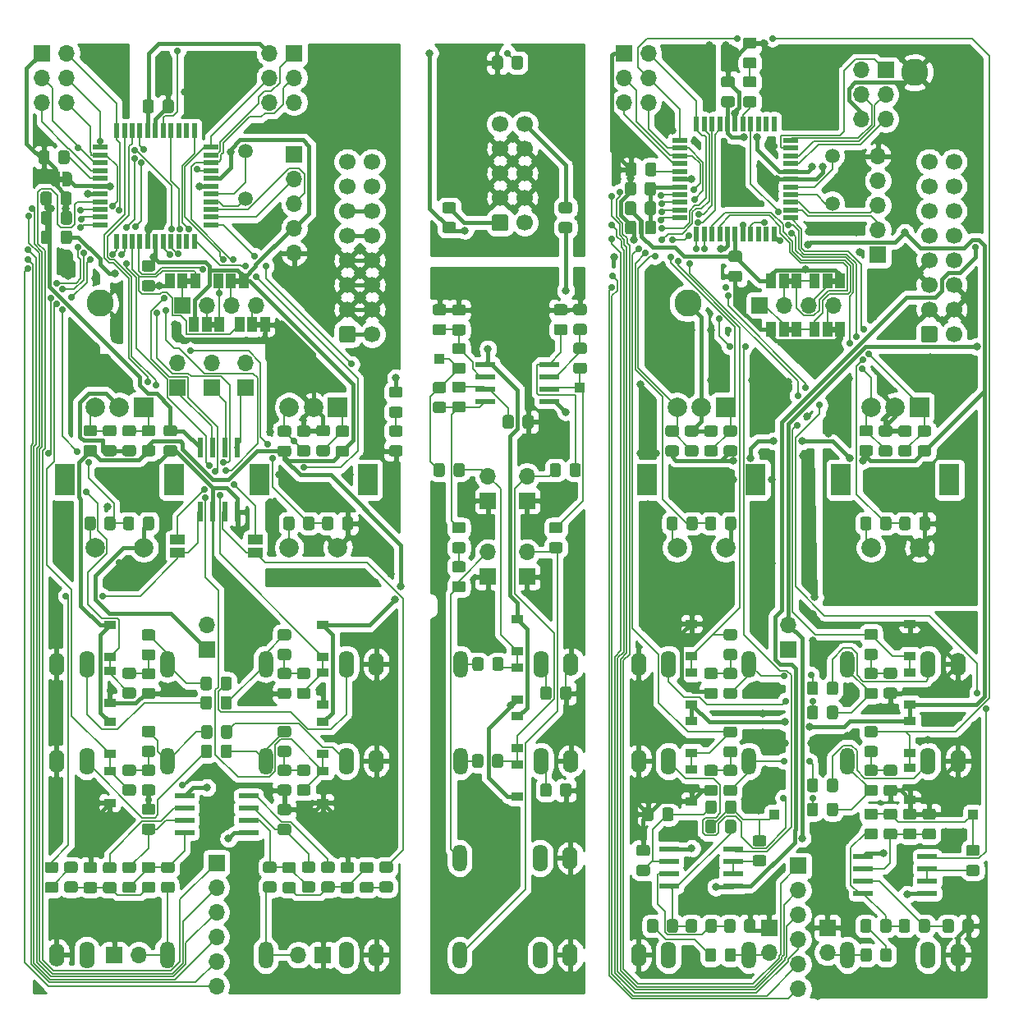
<source format=gbl>
G04 #@! TF.GenerationSoftware,KiCad,Pcbnew,(5.1.9)-1*
G04 #@! TF.CreationDate,2021-05-20T23:10:05+02:00*
G04 #@! TF.ProjectId,KicadJE_OLED_Board_Only,4b696361-644a-4455-9f4f-4c45445f426f,Rev A*
G04 #@! TF.SameCoordinates,Original*
G04 #@! TF.FileFunction,Copper,L2,Bot*
G04 #@! TF.FilePolarity,Positive*
%FSLAX46Y46*%
G04 Gerber Fmt 4.6, Leading zero omitted, Abs format (unit mm)*
G04 Created by KiCad (PCBNEW (5.1.9)-1) date 2021-05-20 23:10:05*
%MOMM*%
%LPD*%
G01*
G04 APERTURE LIST*
G04 #@! TA.AperFunction,EtchedComponent*
%ADD10C,0.150000*%
G04 #@! TD*
G04 #@! TA.AperFunction,ComponentPad*
%ADD11C,2.800000*%
G04 #@! TD*
G04 #@! TA.AperFunction,ComponentPad*
%ADD12R,1.700000X1.700000*%
G04 #@! TD*
G04 #@! TA.AperFunction,ComponentPad*
%ADD13O,1.700000X1.700000*%
G04 #@! TD*
G04 #@! TA.AperFunction,ComponentPad*
%ADD14O,1.500000X2.800000*%
G04 #@! TD*
G04 #@! TA.AperFunction,ComponentPad*
%ADD15O,1.600000X2.400000*%
G04 #@! TD*
G04 #@! TA.AperFunction,ComponentPad*
%ADD16O,1.600000X2.800000*%
G04 #@! TD*
G04 #@! TA.AperFunction,ComponentPad*
%ADD17C,1.700000*%
G04 #@! TD*
G04 #@! TA.AperFunction,ComponentPad*
%ADD18C,2.000000*%
G04 #@! TD*
G04 #@! TA.AperFunction,ComponentPad*
%ADD19R,2.000000X3.200000*%
G04 #@! TD*
G04 #@! TA.AperFunction,ComponentPad*
%ADD20R,2.000000X2.000000*%
G04 #@! TD*
G04 #@! TA.AperFunction,SMDPad,CuDef*
%ADD21R,1.500000X0.550000*%
G04 #@! TD*
G04 #@! TA.AperFunction,SMDPad,CuDef*
%ADD22R,0.550000X1.500000*%
G04 #@! TD*
G04 #@! TA.AperFunction,ComponentPad*
%ADD23C,1.500000*%
G04 #@! TD*
G04 #@! TA.AperFunction,SMDPad,CuDef*
%ADD24R,1.200000X0.900000*%
G04 #@! TD*
G04 #@! TA.AperFunction,SMDPad,CuDef*
%ADD25R,1.000000X1.500000*%
G04 #@! TD*
G04 #@! TA.AperFunction,SMDPad,CuDef*
%ADD26R,2.000000X0.550000*%
G04 #@! TD*
G04 #@! TA.AperFunction,ComponentPad*
%ADD27R,1.000000X1.000000*%
G04 #@! TD*
G04 #@! TA.AperFunction,SMDPad,CuDef*
%ADD28R,1.500000X1.000000*%
G04 #@! TD*
G04 #@! TA.AperFunction,SMDPad,CuDef*
%ADD29C,0.150000*%
G04 #@! TD*
G04 #@! TA.AperFunction,SMDPad,CuDef*
%ADD30R,0.550000X2.000000*%
G04 #@! TD*
G04 #@! TA.AperFunction,ViaPad*
%ADD31C,0.800000*%
G04 #@! TD*
G04 #@! TA.AperFunction,ViaPad*
%ADD32C,0.700000*%
G04 #@! TD*
G04 #@! TA.AperFunction,Conductor*
%ADD33C,0.400000*%
G04 #@! TD*
G04 #@! TA.AperFunction,Conductor*
%ADD34C,0.150000*%
G04 #@! TD*
G04 #@! TA.AperFunction,Conductor*
%ADD35C,0.254000*%
G04 #@! TD*
G04 APERTURE END LIST*
D10*
G36*
X179400000Y-80200000D02*
G01*
X178900000Y-80200000D01*
X178900000Y-80800000D01*
X179400000Y-80800000D01*
X179400000Y-80200000D01*
G37*
G36*
X179400000Y-75200000D02*
G01*
X178900000Y-75200000D01*
X178900000Y-75800000D01*
X179400000Y-75800000D01*
X179400000Y-75200000D01*
G37*
G36*
X183900000Y-75200000D02*
G01*
X183400000Y-75200000D01*
X183400000Y-75800000D01*
X183900000Y-75800000D01*
X183900000Y-75200000D01*
G37*
G36*
X183900000Y-80200000D02*
G01*
X183400000Y-80200000D01*
X183400000Y-80800000D01*
X183900000Y-80800000D01*
X183900000Y-80200000D01*
G37*
G36*
X117400000Y-75200000D02*
G01*
X116900000Y-75200000D01*
X116900000Y-75800000D01*
X117400000Y-75800000D01*
X117400000Y-75200000D01*
G37*
G36*
X119900000Y-79700000D02*
G01*
X119400000Y-79700000D01*
X119400000Y-80300000D01*
X119900000Y-80300000D01*
X119900000Y-79700000D01*
G37*
G36*
X122400000Y-75200000D02*
G01*
X121900000Y-75200000D01*
X121900000Y-75800000D01*
X122400000Y-75800000D01*
X122400000Y-75200000D01*
G37*
G36*
X124600000Y-79700000D02*
G01*
X124100000Y-79700000D01*
X124100000Y-80300000D01*
X124600000Y-80300000D01*
X124600000Y-79700000D01*
G37*
G36*
X104250000Y-65300000D02*
G01*
X103750000Y-65300000D01*
X103750000Y-64700000D01*
X104250000Y-64700000D01*
X104250000Y-65300000D01*
G37*
G04 #@! TA.AperFunction,SMDPad,CuDef*
G36*
G01*
X102800000Y-62299999D02*
X102800000Y-63200001D01*
G75*
G02*
X102550001Y-63450000I-249999J0D01*
G01*
X101899999Y-63450000D01*
G75*
G02*
X101650000Y-63200001I0J249999D01*
G01*
X101650000Y-62299999D01*
G75*
G02*
X101899999Y-62050000I249999J0D01*
G01*
X102550001Y-62050000D01*
G75*
G02*
X102800000Y-62299999I0J-249999D01*
G01*
G37*
G04 #@! TD.AperFunction*
G04 #@! TA.AperFunction,SMDPad,CuDef*
G36*
G01*
X104850000Y-62299999D02*
X104850000Y-63200001D01*
G75*
G02*
X104600001Y-63450000I-249999J0D01*
G01*
X103949999Y-63450000D01*
G75*
G02*
X103700000Y-63200001I0J249999D01*
G01*
X103700000Y-62299999D01*
G75*
G02*
X103949999Y-62050000I249999J0D01*
G01*
X104600001Y-62050000D01*
G75*
G02*
X104850000Y-62299999I0J-249999D01*
G01*
G37*
G04 #@! TD.AperFunction*
D11*
X108000000Y-77800000D03*
X192000000Y-54000000D03*
X168600000Y-77800000D03*
G04 #@! TA.AperFunction,SMDPad,CuDef*
G36*
G01*
X149550000Y-52549999D02*
X149550000Y-53450001D01*
G75*
G02*
X149300001Y-53700000I-249999J0D01*
G01*
X148649999Y-53700000D01*
G75*
G02*
X148400000Y-53450001I0J249999D01*
G01*
X148400000Y-52549999D01*
G75*
G02*
X148649999Y-52300000I249999J0D01*
G01*
X149300001Y-52300000D01*
G75*
G02*
X149550000Y-52549999I0J-249999D01*
G01*
G37*
G04 #@! TD.AperFunction*
G04 #@! TA.AperFunction,SMDPad,CuDef*
G36*
G01*
X151600000Y-52549999D02*
X151600000Y-53450001D01*
G75*
G02*
X151350001Y-53700000I-249999J0D01*
G01*
X150699999Y-53700000D01*
G75*
G02*
X150450000Y-53450001I0J249999D01*
G01*
X150450000Y-52549999D01*
G75*
G02*
X150699999Y-52300000I249999J0D01*
G01*
X151350001Y-52300000D01*
G75*
G02*
X151600000Y-52549999I0J-249999D01*
G01*
G37*
G04 #@! TD.AperFunction*
G04 #@! TA.AperFunction,SMDPad,CuDef*
G36*
G01*
X172299999Y-54400000D02*
X173200001Y-54400000D01*
G75*
G02*
X173450000Y-54649999I0J-249999D01*
G01*
X173450000Y-55300001D01*
G75*
G02*
X173200001Y-55550000I-249999J0D01*
G01*
X172299999Y-55550000D01*
G75*
G02*
X172050000Y-55300001I0J249999D01*
G01*
X172050000Y-54649999D01*
G75*
G02*
X172299999Y-54400000I249999J0D01*
G01*
G37*
G04 #@! TD.AperFunction*
G04 #@! TA.AperFunction,SMDPad,CuDef*
G36*
G01*
X172299999Y-56450000D02*
X173200001Y-56450000D01*
G75*
G02*
X173450000Y-56699999I0J-249999D01*
G01*
X173450000Y-57350001D01*
G75*
G02*
X173200001Y-57600000I-249999J0D01*
G01*
X172299999Y-57600000D01*
G75*
G02*
X172050000Y-57350001I0J249999D01*
G01*
X172050000Y-56699999D01*
G75*
G02*
X172299999Y-56450000I249999J0D01*
G01*
G37*
G04 #@! TD.AperFunction*
G04 #@! TA.AperFunction,SMDPad,CuDef*
G36*
G01*
X173950001Y-75600000D02*
X173049999Y-75600000D01*
G75*
G02*
X172800000Y-75350001I0J249999D01*
G01*
X172800000Y-74699999D01*
G75*
G02*
X173049999Y-74450000I249999J0D01*
G01*
X173950001Y-74450000D01*
G75*
G02*
X174200000Y-74699999I0J-249999D01*
G01*
X174200000Y-75350001D01*
G75*
G02*
X173950001Y-75600000I-249999J0D01*
G01*
G37*
G04 #@! TD.AperFunction*
G04 #@! TA.AperFunction,SMDPad,CuDef*
G36*
G01*
X173950001Y-73550000D02*
X173049999Y-73550000D01*
G75*
G02*
X172800000Y-73300001I0J249999D01*
G01*
X172800000Y-72649999D01*
G75*
G02*
X173049999Y-72400000I249999J0D01*
G01*
X173950001Y-72400000D01*
G75*
G02*
X174200000Y-72649999I0J-249999D01*
G01*
X174200000Y-73300001D01*
G75*
G02*
X173950001Y-73550000I-249999J0D01*
G01*
G37*
G04 #@! TD.AperFunction*
G04 #@! TA.AperFunction,SMDPad,CuDef*
G36*
G01*
X164175000Y-66450001D02*
X164175000Y-65549999D01*
G75*
G02*
X164424999Y-65300000I249999J0D01*
G01*
X165075001Y-65300000D01*
G75*
G02*
X165325000Y-65549999I0J-249999D01*
G01*
X165325000Y-66450001D01*
G75*
G02*
X165075001Y-66700000I-249999J0D01*
G01*
X164424999Y-66700000D01*
G75*
G02*
X164175000Y-66450001I0J249999D01*
G01*
G37*
G04 #@! TD.AperFunction*
G04 #@! TA.AperFunction,SMDPad,CuDef*
G36*
G01*
X162125000Y-66450001D02*
X162125000Y-65549999D01*
G75*
G02*
X162374999Y-65300000I249999J0D01*
G01*
X163025001Y-65300000D01*
G75*
G02*
X163275000Y-65549999I0J-249999D01*
G01*
X163275000Y-66450001D01*
G75*
G02*
X163025001Y-66700000I-249999J0D01*
G01*
X162374999Y-66700000D01*
G75*
G02*
X162125000Y-66450001I0J249999D01*
G01*
G37*
G04 #@! TD.AperFunction*
G04 #@! TA.AperFunction,SMDPad,CuDef*
G36*
G01*
X165375000Y-63549999D02*
X165375000Y-64450001D01*
G75*
G02*
X165125001Y-64700000I-249999J0D01*
G01*
X164474999Y-64700000D01*
G75*
G02*
X164225000Y-64450001I0J249999D01*
G01*
X164225000Y-63549999D01*
G75*
G02*
X164474999Y-63300000I249999J0D01*
G01*
X165125001Y-63300000D01*
G75*
G02*
X165375000Y-63549999I0J-249999D01*
G01*
G37*
G04 #@! TD.AperFunction*
G04 #@! TA.AperFunction,SMDPad,CuDef*
G36*
G01*
X163325000Y-63549999D02*
X163325000Y-64450001D01*
G75*
G02*
X163075001Y-64700000I-249999J0D01*
G01*
X162424999Y-64700000D01*
G75*
G02*
X162175000Y-64450001I0J249999D01*
G01*
X162175000Y-63549999D01*
G75*
G02*
X162424999Y-63300000I249999J0D01*
G01*
X163075001Y-63300000D01*
G75*
G02*
X163325000Y-63549999I0J-249999D01*
G01*
G37*
G04 #@! TD.AperFunction*
G04 #@! TA.AperFunction,SMDPad,CuDef*
G36*
G01*
X174549999Y-50400000D02*
X175450001Y-50400000D01*
G75*
G02*
X175700000Y-50649999I0J-249999D01*
G01*
X175700000Y-51300001D01*
G75*
G02*
X175450001Y-51550000I-249999J0D01*
G01*
X174549999Y-51550000D01*
G75*
G02*
X174300000Y-51300001I0J249999D01*
G01*
X174300000Y-50649999D01*
G75*
G02*
X174549999Y-50400000I249999J0D01*
G01*
G37*
G04 #@! TD.AperFunction*
G04 #@! TA.AperFunction,SMDPad,CuDef*
G36*
G01*
X174549999Y-52450000D02*
X175450001Y-52450000D01*
G75*
G02*
X175700000Y-52699999I0J-249999D01*
G01*
X175700000Y-53350001D01*
G75*
G02*
X175450001Y-53600000I-249999J0D01*
G01*
X174549999Y-53600000D01*
G75*
G02*
X174300000Y-53350001I0J249999D01*
G01*
X174300000Y-52699999D01*
G75*
G02*
X174549999Y-52450000I249999J0D01*
G01*
G37*
G04 #@! TD.AperFunction*
D12*
X176000000Y-78000000D03*
D13*
X178540000Y-78000000D03*
X181080000Y-78000000D03*
X183620000Y-78000000D03*
D14*
X174920000Y-115000000D03*
D15*
X163520000Y-115000000D03*
D16*
X166620000Y-115000000D03*
X193380000Y-115000000D03*
D15*
X196480000Y-115000000D03*
D14*
X185080000Y-115000000D03*
D16*
X166620000Y-125000000D03*
D15*
X163520000Y-125000000D03*
D14*
X174920000Y-125000000D03*
D16*
X193380000Y-125000000D03*
D15*
X196480000Y-125000000D03*
D14*
X185080000Y-125000000D03*
D13*
X180000000Y-148500000D03*
X180000000Y-145960000D03*
X180000000Y-143420000D03*
X180000000Y-140880000D03*
X180000000Y-138340000D03*
D12*
X180000000Y-135800000D03*
X179000000Y-113500000D03*
D13*
X179000000Y-110960000D03*
X183000000Y-144740000D03*
D12*
X183000000Y-142200000D03*
X177000000Y-142200000D03*
D13*
X177000000Y-144740000D03*
D14*
X174920000Y-145000000D03*
D15*
X163520000Y-145000000D03*
D16*
X166620000Y-145000000D03*
X193380000Y-145000000D03*
D15*
X196480000Y-145000000D03*
D14*
X185080000Y-145000000D03*
D12*
X189000000Y-53750000D03*
D13*
X186460000Y-53750000D03*
X189000000Y-56290000D03*
X186460000Y-56290000D03*
X189000000Y-58830000D03*
X186460000Y-58830000D03*
G04 #@! TA.AperFunction,ComponentPad*
G36*
G01*
X192650000Y-81600000D02*
X192650000Y-80400000D01*
G75*
G02*
X192900000Y-80150000I250000J0D01*
G01*
X194100000Y-80150000D01*
G75*
G02*
X194350000Y-80400000I0J-250000D01*
G01*
X194350000Y-81600000D01*
G75*
G02*
X194100000Y-81850000I-250000J0D01*
G01*
X192900000Y-81850000D01*
G75*
G02*
X192650000Y-81600000I0J250000D01*
G01*
G37*
G04 #@! TD.AperFunction*
D17*
X193500000Y-78460000D03*
X193500000Y-75920000D03*
X193500000Y-73380000D03*
X193500000Y-70840000D03*
X193500000Y-68300000D03*
X193500000Y-65760000D03*
X193500000Y-63220000D03*
X196040000Y-81000000D03*
X196040000Y-78460000D03*
X196040000Y-75920000D03*
X196040000Y-73380000D03*
X196040000Y-70840000D03*
X196040000Y-68300000D03*
X196040000Y-65760000D03*
X196040000Y-63220000D03*
G04 #@! TA.AperFunction,SMDPad,CuDef*
G36*
G01*
X165325000Y-67549999D02*
X165325000Y-68450001D01*
G75*
G02*
X165075001Y-68700000I-249999J0D01*
G01*
X164424999Y-68700000D01*
G75*
G02*
X164175000Y-68450001I0J249999D01*
G01*
X164175000Y-67549999D01*
G75*
G02*
X164424999Y-67300000I249999J0D01*
G01*
X165075001Y-67300000D01*
G75*
G02*
X165325000Y-67549999I0J-249999D01*
G01*
G37*
G04 #@! TD.AperFunction*
G04 #@! TA.AperFunction,SMDPad,CuDef*
G36*
G01*
X163275000Y-67549999D02*
X163275000Y-68450001D01*
G75*
G02*
X163025001Y-68700000I-249999J0D01*
G01*
X162374999Y-68700000D01*
G75*
G02*
X162125000Y-68450001I0J249999D01*
G01*
X162125000Y-67549999D01*
G75*
G02*
X162374999Y-67300000I249999J0D01*
G01*
X163025001Y-67300000D01*
G75*
G02*
X163275000Y-67549999I0J-249999D01*
G01*
G37*
G04 #@! TD.AperFunction*
G04 #@! TA.AperFunction,SMDPad,CuDef*
G36*
G01*
X174549999Y-54400000D02*
X175450001Y-54400000D01*
G75*
G02*
X175700000Y-54649999I0J-249999D01*
G01*
X175700000Y-55300001D01*
G75*
G02*
X175450001Y-55550000I-249999J0D01*
G01*
X174549999Y-55550000D01*
G75*
G02*
X174300000Y-55300001I0J249999D01*
G01*
X174300000Y-54649999D01*
G75*
G02*
X174549999Y-54400000I249999J0D01*
G01*
G37*
G04 #@! TD.AperFunction*
G04 #@! TA.AperFunction,SMDPad,CuDef*
G36*
G01*
X174549999Y-56450000D02*
X175450001Y-56450000D01*
G75*
G02*
X175700000Y-56699999I0J-249999D01*
G01*
X175700000Y-57350001D01*
G75*
G02*
X175450001Y-57600000I-249999J0D01*
G01*
X174549999Y-57600000D01*
G75*
G02*
X174300000Y-57350001I0J249999D01*
G01*
X174300000Y-56699999D01*
G75*
G02*
X174549999Y-56450000I249999J0D01*
G01*
G37*
G04 #@! TD.AperFunction*
G04 #@! TA.AperFunction,SMDPad,CuDef*
G36*
G01*
X165350000Y-69549999D02*
X165350000Y-70450001D01*
G75*
G02*
X165100001Y-70700000I-249999J0D01*
G01*
X164449999Y-70700000D01*
G75*
G02*
X164200000Y-70450001I0J249999D01*
G01*
X164200000Y-69549999D01*
G75*
G02*
X164449999Y-69300000I249999J0D01*
G01*
X165100001Y-69300000D01*
G75*
G02*
X165350000Y-69549999I0J-249999D01*
G01*
G37*
G04 #@! TD.AperFunction*
G04 #@! TA.AperFunction,SMDPad,CuDef*
G36*
G01*
X163300000Y-69549999D02*
X163300000Y-70450001D01*
G75*
G02*
X163050001Y-70700000I-249999J0D01*
G01*
X162399999Y-70700000D01*
G75*
G02*
X162150000Y-70450001I0J249999D01*
G01*
X162150000Y-69549999D01*
G75*
G02*
X162399999Y-69300000I249999J0D01*
G01*
X163050001Y-69300000D01*
G75*
G02*
X163300000Y-69549999I0J-249999D01*
G01*
G37*
G04 #@! TD.AperFunction*
D18*
X167500000Y-103000000D03*
X172500000Y-103000000D03*
D19*
X164400000Y-96000000D03*
X175600000Y-96000000D03*
D18*
X167500000Y-88500000D03*
X170000000Y-88500000D03*
D20*
X172500000Y-88500000D03*
D21*
X179200000Y-61000000D03*
X179200000Y-61800000D03*
X179200000Y-62600000D03*
X179200000Y-63400000D03*
X179200000Y-64200000D03*
X179200000Y-65000000D03*
X179200000Y-65800000D03*
X179200000Y-66600000D03*
X179200000Y-67400000D03*
X179200000Y-68200000D03*
X179200000Y-69000000D03*
D22*
X177500000Y-70700000D03*
X176700000Y-70700000D03*
X175900000Y-70700000D03*
X175100000Y-70700000D03*
X174300000Y-70700000D03*
X173500000Y-70700000D03*
X172700000Y-70700000D03*
X171900000Y-70700000D03*
X171100000Y-70700000D03*
X170300000Y-70700000D03*
X169500000Y-70700000D03*
D21*
X167800000Y-69000000D03*
X167800000Y-68200000D03*
X167800000Y-67400000D03*
X167800000Y-66600000D03*
X167800000Y-65800000D03*
X167800000Y-65000000D03*
X167800000Y-64200000D03*
X167800000Y-63400000D03*
X167800000Y-62600000D03*
X167800000Y-61800000D03*
X167800000Y-61000000D03*
D22*
X169500000Y-59300000D03*
X170300000Y-59300000D03*
X171100000Y-59300000D03*
X171900000Y-59300000D03*
X172700000Y-59300000D03*
X173500000Y-59300000D03*
X174300000Y-59300000D03*
X175100000Y-59300000D03*
X175900000Y-59300000D03*
X176700000Y-59300000D03*
X177500000Y-59300000D03*
D23*
X183500000Y-67500000D03*
X183500000Y-62620000D03*
G04 #@! TA.AperFunction,SMDPad,CuDef*
G36*
G01*
X173450001Y-112550000D02*
X172549999Y-112550000D01*
G75*
G02*
X172300000Y-112300001I0J249999D01*
G01*
X172300000Y-111649999D01*
G75*
G02*
X172549999Y-111400000I249999J0D01*
G01*
X173450001Y-111400000D01*
G75*
G02*
X173700000Y-111649999I0J-249999D01*
G01*
X173700000Y-112300001D01*
G75*
G02*
X173450001Y-112550000I-249999J0D01*
G01*
G37*
G04 #@! TD.AperFunction*
G04 #@! TA.AperFunction,SMDPad,CuDef*
G36*
G01*
X173450001Y-114600000D02*
X172549999Y-114600000D01*
G75*
G02*
X172300000Y-114350001I0J249999D01*
G01*
X172300000Y-113699999D01*
G75*
G02*
X172549999Y-113450000I249999J0D01*
G01*
X173450001Y-113450000D01*
G75*
G02*
X173700000Y-113699999I0J-249999D01*
G01*
X173700000Y-114350001D01*
G75*
G02*
X173450001Y-114600000I-249999J0D01*
G01*
G37*
G04 #@! TD.AperFunction*
G04 #@! TA.AperFunction,SMDPad,CuDef*
G36*
G01*
X187950001Y-114575000D02*
X187049999Y-114575000D01*
G75*
G02*
X186800000Y-114325001I0J249999D01*
G01*
X186800000Y-113674999D01*
G75*
G02*
X187049999Y-113425000I249999J0D01*
G01*
X187950001Y-113425000D01*
G75*
G02*
X188200000Y-113674999I0J-249999D01*
G01*
X188200000Y-114325001D01*
G75*
G02*
X187950001Y-114575000I-249999J0D01*
G01*
G37*
G04 #@! TD.AperFunction*
G04 #@! TA.AperFunction,SMDPad,CuDef*
G36*
G01*
X187950001Y-112525000D02*
X187049999Y-112525000D01*
G75*
G02*
X186800000Y-112275001I0J249999D01*
G01*
X186800000Y-111624999D01*
G75*
G02*
X187049999Y-111375000I249999J0D01*
G01*
X187950001Y-111375000D01*
G75*
G02*
X188200000Y-111624999I0J-249999D01*
G01*
X188200000Y-112275001D01*
G75*
G02*
X187950001Y-112525000I-249999J0D01*
G01*
G37*
G04 #@! TD.AperFunction*
G04 #@! TA.AperFunction,SMDPad,CuDef*
G36*
G01*
X169450001Y-91550000D02*
X168549999Y-91550000D01*
G75*
G02*
X168300000Y-91300001I0J249999D01*
G01*
X168300000Y-90649999D01*
G75*
G02*
X168549999Y-90400000I249999J0D01*
G01*
X169450001Y-90400000D01*
G75*
G02*
X169700000Y-90649999I0J-249999D01*
G01*
X169700000Y-91300001D01*
G75*
G02*
X169450001Y-91550000I-249999J0D01*
G01*
G37*
G04 #@! TD.AperFunction*
G04 #@! TA.AperFunction,SMDPad,CuDef*
G36*
G01*
X169450001Y-93600000D02*
X168549999Y-93600000D01*
G75*
G02*
X168300000Y-93350001I0J249999D01*
G01*
X168300000Y-92699999D01*
G75*
G02*
X168549999Y-92450000I249999J0D01*
G01*
X169450001Y-92450000D01*
G75*
G02*
X169700000Y-92699999I0J-249999D01*
G01*
X169700000Y-93350001D01*
G75*
G02*
X169450001Y-93600000I-249999J0D01*
G01*
G37*
G04 #@! TD.AperFunction*
G04 #@! TA.AperFunction,SMDPad,CuDef*
G36*
G01*
X171450001Y-93600000D02*
X170549999Y-93600000D01*
G75*
G02*
X170300000Y-93350001I0J249999D01*
G01*
X170300000Y-92699999D01*
G75*
G02*
X170549999Y-92450000I249999J0D01*
G01*
X171450001Y-92450000D01*
G75*
G02*
X171700000Y-92699999I0J-249999D01*
G01*
X171700000Y-93350001D01*
G75*
G02*
X171450001Y-93600000I-249999J0D01*
G01*
G37*
G04 #@! TD.AperFunction*
G04 #@! TA.AperFunction,SMDPad,CuDef*
G36*
G01*
X171450001Y-91550000D02*
X170549999Y-91550000D01*
G75*
G02*
X170300000Y-91300001I0J249999D01*
G01*
X170300000Y-90649999D01*
G75*
G02*
X170549999Y-90400000I249999J0D01*
G01*
X171450001Y-90400000D01*
G75*
G02*
X171700000Y-90649999I0J-249999D01*
G01*
X171700000Y-91300001D01*
G75*
G02*
X171450001Y-91550000I-249999J0D01*
G01*
G37*
G04 #@! TD.AperFunction*
G04 #@! TA.AperFunction,SMDPad,CuDef*
G36*
G01*
X172450000Y-100950001D02*
X172450000Y-100049999D01*
G75*
G02*
X172699999Y-99800000I249999J0D01*
G01*
X173350001Y-99800000D01*
G75*
G02*
X173600000Y-100049999I0J-249999D01*
G01*
X173600000Y-100950001D01*
G75*
G02*
X173350001Y-101200000I-249999J0D01*
G01*
X172699999Y-101200000D01*
G75*
G02*
X172450000Y-100950001I0J249999D01*
G01*
G37*
G04 #@! TD.AperFunction*
G04 #@! TA.AperFunction,SMDPad,CuDef*
G36*
G01*
X170400000Y-100950001D02*
X170400000Y-100049999D01*
G75*
G02*
X170649999Y-99800000I249999J0D01*
G01*
X171300001Y-99800000D01*
G75*
G02*
X171550000Y-100049999I0J-249999D01*
G01*
X171550000Y-100950001D01*
G75*
G02*
X171300001Y-101200000I-249999J0D01*
G01*
X170649999Y-101200000D01*
G75*
G02*
X170400000Y-100950001I0J249999D01*
G01*
G37*
G04 #@! TD.AperFunction*
D24*
X169000000Y-124150000D03*
X169000000Y-120850000D03*
X169000000Y-125850000D03*
X169000000Y-129150000D03*
X191500000Y-124150000D03*
X191500000Y-120850000D03*
X191500000Y-125700000D03*
X191500000Y-129000000D03*
X169000000Y-119150000D03*
X169000000Y-115850000D03*
X169000000Y-110850000D03*
X169000000Y-114150000D03*
X191500000Y-119150000D03*
X191500000Y-115850000D03*
X191500000Y-110850000D03*
X191500000Y-114150000D03*
D25*
X179800000Y-80500000D03*
X177200000Y-80500000D03*
X178500000Y-80500000D03*
X178500000Y-75500000D03*
X177200000Y-75500000D03*
X179800000Y-75500000D03*
X183000000Y-75500000D03*
X181700000Y-75500000D03*
X184300000Y-75500000D03*
X184300000Y-80500000D03*
X181700000Y-80500000D03*
X183000000Y-80500000D03*
G04 #@! TA.AperFunction,SMDPad,CuDef*
G36*
G01*
X180900000Y-127950001D02*
X180900000Y-127049999D01*
G75*
G02*
X181149999Y-126800000I249999J0D01*
G01*
X181800001Y-126800000D01*
G75*
G02*
X182050000Y-127049999I0J-249999D01*
G01*
X182050000Y-127950001D01*
G75*
G02*
X181800001Y-128200000I-249999J0D01*
G01*
X181149999Y-128200000D01*
G75*
G02*
X180900000Y-127950001I0J249999D01*
G01*
G37*
G04 #@! TD.AperFunction*
G04 #@! TA.AperFunction,SMDPad,CuDef*
G36*
G01*
X182950000Y-127950001D02*
X182950000Y-127049999D01*
G75*
G02*
X183199999Y-126800000I249999J0D01*
G01*
X183850001Y-126800000D01*
G75*
G02*
X184100000Y-127049999I0J-249999D01*
G01*
X184100000Y-127950001D01*
G75*
G02*
X183850001Y-128200000I-249999J0D01*
G01*
X183199999Y-128200000D01*
G75*
G02*
X182950000Y-127950001I0J249999D01*
G01*
G37*
G04 #@! TD.AperFunction*
G04 #@! TA.AperFunction,SMDPad,CuDef*
G36*
G01*
X184100000Y-119549999D02*
X184100000Y-120450001D01*
G75*
G02*
X183850001Y-120700000I-249999J0D01*
G01*
X183199999Y-120700000D01*
G75*
G02*
X182950000Y-120450001I0J249999D01*
G01*
X182950000Y-119549999D01*
G75*
G02*
X183199999Y-119300000I249999J0D01*
G01*
X183850001Y-119300000D01*
G75*
G02*
X184100000Y-119549999I0J-249999D01*
G01*
G37*
G04 #@! TD.AperFunction*
G04 #@! TA.AperFunction,SMDPad,CuDef*
G36*
G01*
X182050000Y-119549999D02*
X182050000Y-120450001D01*
G75*
G02*
X181800001Y-120700000I-249999J0D01*
G01*
X181149999Y-120700000D01*
G75*
G02*
X180900000Y-120450001I0J249999D01*
G01*
X180900000Y-119549999D01*
G75*
G02*
X181149999Y-119300000I249999J0D01*
G01*
X181800001Y-119300000D01*
G75*
G02*
X182050000Y-119549999I0J-249999D01*
G01*
G37*
G04 #@! TD.AperFunction*
G04 #@! TA.AperFunction,SMDPad,CuDef*
G36*
G01*
X180900000Y-117950001D02*
X180900000Y-117049999D01*
G75*
G02*
X181149999Y-116800000I249999J0D01*
G01*
X181800001Y-116800000D01*
G75*
G02*
X182050000Y-117049999I0J-249999D01*
G01*
X182050000Y-117950001D01*
G75*
G02*
X181800001Y-118200000I-249999J0D01*
G01*
X181149999Y-118200000D01*
G75*
G02*
X180900000Y-117950001I0J249999D01*
G01*
G37*
G04 #@! TD.AperFunction*
G04 #@! TA.AperFunction,SMDPad,CuDef*
G36*
G01*
X182950000Y-117950001D02*
X182950000Y-117049999D01*
G75*
G02*
X183199999Y-116800000I249999J0D01*
G01*
X183850001Y-116800000D01*
G75*
G02*
X184100000Y-117049999I0J-249999D01*
G01*
X184100000Y-117950001D01*
G75*
G02*
X183850001Y-118200000I-249999J0D01*
G01*
X183199999Y-118200000D01*
G75*
G02*
X182950000Y-117950001I0J249999D01*
G01*
G37*
G04 #@! TD.AperFunction*
G04 #@! TA.AperFunction,SMDPad,CuDef*
G36*
G01*
X182050000Y-129549999D02*
X182050000Y-130450001D01*
G75*
G02*
X181800001Y-130700000I-249999J0D01*
G01*
X181149999Y-130700000D01*
G75*
G02*
X180900000Y-130450001I0J249999D01*
G01*
X180900000Y-129549999D01*
G75*
G02*
X181149999Y-129300000I249999J0D01*
G01*
X181800001Y-129300000D01*
G75*
G02*
X182050000Y-129549999I0J-249999D01*
G01*
G37*
G04 #@! TD.AperFunction*
G04 #@! TA.AperFunction,SMDPad,CuDef*
G36*
G01*
X184100000Y-129549999D02*
X184100000Y-130450001D01*
G75*
G02*
X183850001Y-130700000I-249999J0D01*
G01*
X183199999Y-130700000D01*
G75*
G02*
X182950000Y-130450001I0J249999D01*
G01*
X182950000Y-129549999D01*
G75*
G02*
X183199999Y-129300000I249999J0D01*
G01*
X183850001Y-129300000D01*
G75*
G02*
X184100000Y-129549999I0J-249999D01*
G01*
G37*
G04 #@! TD.AperFunction*
G04 #@! TA.AperFunction,SMDPad,CuDef*
G36*
G01*
X198450001Y-136850000D02*
X197549999Y-136850000D01*
G75*
G02*
X197300000Y-136600001I0J249999D01*
G01*
X197300000Y-135949999D01*
G75*
G02*
X197549999Y-135700000I249999J0D01*
G01*
X198450001Y-135700000D01*
G75*
G02*
X198700000Y-135949999I0J-249999D01*
G01*
X198700000Y-136600001D01*
G75*
G02*
X198450001Y-136850000I-249999J0D01*
G01*
G37*
G04 #@! TD.AperFunction*
G04 #@! TA.AperFunction,SMDPad,CuDef*
G36*
G01*
X198450001Y-134800000D02*
X197549999Y-134800000D01*
G75*
G02*
X197300000Y-134550001I0J249999D01*
G01*
X197300000Y-133899999D01*
G75*
G02*
X197549999Y-133650000I249999J0D01*
G01*
X198450001Y-133650000D01*
G75*
G02*
X198700000Y-133899999I0J-249999D01*
G01*
X198700000Y-134550001D01*
G75*
G02*
X198450001Y-134800000I-249999J0D01*
G01*
G37*
G04 #@! TD.AperFunction*
G04 #@! TA.AperFunction,SMDPad,CuDef*
G36*
G01*
X173450001Y-116550000D02*
X172549999Y-116550000D01*
G75*
G02*
X172300000Y-116300001I0J249999D01*
G01*
X172300000Y-115649999D01*
G75*
G02*
X172549999Y-115400000I249999J0D01*
G01*
X173450001Y-115400000D01*
G75*
G02*
X173700000Y-115649999I0J-249999D01*
G01*
X173700000Y-116300001D01*
G75*
G02*
X173450001Y-116550000I-249999J0D01*
G01*
G37*
G04 #@! TD.AperFunction*
G04 #@! TA.AperFunction,SMDPad,CuDef*
G36*
G01*
X173450001Y-118600000D02*
X172549999Y-118600000D01*
G75*
G02*
X172300000Y-118350001I0J249999D01*
G01*
X172300000Y-117699999D01*
G75*
G02*
X172549999Y-117450000I249999J0D01*
G01*
X173450001Y-117450000D01*
G75*
G02*
X173700000Y-117699999I0J-249999D01*
G01*
X173700000Y-118350001D01*
G75*
G02*
X173450001Y-118600000I-249999J0D01*
G01*
G37*
G04 #@! TD.AperFunction*
G04 #@! TA.AperFunction,SMDPad,CuDef*
G36*
G01*
X187950001Y-118600000D02*
X187049999Y-118600000D01*
G75*
G02*
X186800000Y-118350001I0J249999D01*
G01*
X186800000Y-117699999D01*
G75*
G02*
X187049999Y-117450000I249999J0D01*
G01*
X187950001Y-117450000D01*
G75*
G02*
X188200000Y-117699999I0J-249999D01*
G01*
X188200000Y-118350001D01*
G75*
G02*
X187950001Y-118600000I-249999J0D01*
G01*
G37*
G04 #@! TD.AperFunction*
G04 #@! TA.AperFunction,SMDPad,CuDef*
G36*
G01*
X187950001Y-116550000D02*
X187049999Y-116550000D01*
G75*
G02*
X186800000Y-116300001I0J249999D01*
G01*
X186800000Y-115649999D01*
G75*
G02*
X187049999Y-115400000I249999J0D01*
G01*
X187950001Y-115400000D01*
G75*
G02*
X188200000Y-115649999I0J-249999D01*
G01*
X188200000Y-116300001D01*
G75*
G02*
X187950001Y-116550000I-249999J0D01*
G01*
G37*
G04 #@! TD.AperFunction*
G04 #@! TA.AperFunction,SMDPad,CuDef*
G36*
G01*
X176450001Y-133800000D02*
X175549999Y-133800000D01*
G75*
G02*
X175300000Y-133550001I0J249999D01*
G01*
X175300000Y-132899999D01*
G75*
G02*
X175549999Y-132650000I249999J0D01*
G01*
X176450001Y-132650000D01*
G75*
G02*
X176700000Y-132899999I0J-249999D01*
G01*
X176700000Y-133550001D01*
G75*
G02*
X176450001Y-133800000I-249999J0D01*
G01*
G37*
G04 #@! TD.AperFunction*
G04 #@! TA.AperFunction,SMDPad,CuDef*
G36*
G01*
X176450001Y-135850000D02*
X175549999Y-135850000D01*
G75*
G02*
X175300000Y-135600001I0J249999D01*
G01*
X175300000Y-134949999D01*
G75*
G02*
X175549999Y-134700000I249999J0D01*
G01*
X176450001Y-134700000D01*
G75*
G02*
X176700000Y-134949999I0J-249999D01*
G01*
X176700000Y-135600001D01*
G75*
G02*
X176450001Y-135850000I-249999J0D01*
G01*
G37*
G04 #@! TD.AperFunction*
G04 #@! TA.AperFunction,SMDPad,CuDef*
G36*
G01*
X170549999Y-115400000D02*
X171450001Y-115400000D01*
G75*
G02*
X171700000Y-115649999I0J-249999D01*
G01*
X171700000Y-116300001D01*
G75*
G02*
X171450001Y-116550000I-249999J0D01*
G01*
X170549999Y-116550000D01*
G75*
G02*
X170300000Y-116300001I0J249999D01*
G01*
X170300000Y-115649999D01*
G75*
G02*
X170549999Y-115400000I249999J0D01*
G01*
G37*
G04 #@! TD.AperFunction*
G04 #@! TA.AperFunction,SMDPad,CuDef*
G36*
G01*
X170549999Y-117450000D02*
X171450001Y-117450000D01*
G75*
G02*
X171700000Y-117699999I0J-249999D01*
G01*
X171700000Y-118350001D01*
G75*
G02*
X171450001Y-118600000I-249999J0D01*
G01*
X170549999Y-118600000D01*
G75*
G02*
X170300000Y-118350001I0J249999D01*
G01*
X170300000Y-117699999D01*
G75*
G02*
X170549999Y-117450000I249999J0D01*
G01*
G37*
G04 #@! TD.AperFunction*
G04 #@! TA.AperFunction,SMDPad,CuDef*
G36*
G01*
X189049999Y-117425000D02*
X189950001Y-117425000D01*
G75*
G02*
X190200000Y-117674999I0J-249999D01*
G01*
X190200000Y-118325001D01*
G75*
G02*
X189950001Y-118575000I-249999J0D01*
G01*
X189049999Y-118575000D01*
G75*
G02*
X188800000Y-118325001I0J249999D01*
G01*
X188800000Y-117674999D01*
G75*
G02*
X189049999Y-117425000I249999J0D01*
G01*
G37*
G04 #@! TD.AperFunction*
G04 #@! TA.AperFunction,SMDPad,CuDef*
G36*
G01*
X189049999Y-115375000D02*
X189950001Y-115375000D01*
G75*
G02*
X190200000Y-115624999I0J-249999D01*
G01*
X190200000Y-116275001D01*
G75*
G02*
X189950001Y-116525000I-249999J0D01*
G01*
X189049999Y-116525000D01*
G75*
G02*
X188800000Y-116275001I0J249999D01*
G01*
X188800000Y-115624999D01*
G75*
G02*
X189049999Y-115375000I249999J0D01*
G01*
G37*
G04 #@! TD.AperFunction*
G04 #@! TA.AperFunction,SMDPad,CuDef*
G36*
G01*
X173450001Y-126550000D02*
X172549999Y-126550000D01*
G75*
G02*
X172300000Y-126300001I0J249999D01*
G01*
X172300000Y-125649999D01*
G75*
G02*
X172549999Y-125400000I249999J0D01*
G01*
X173450001Y-125400000D01*
G75*
G02*
X173700000Y-125649999I0J-249999D01*
G01*
X173700000Y-126300001D01*
G75*
G02*
X173450001Y-126550000I-249999J0D01*
G01*
G37*
G04 #@! TD.AperFunction*
G04 #@! TA.AperFunction,SMDPad,CuDef*
G36*
G01*
X173450001Y-128600000D02*
X172549999Y-128600000D01*
G75*
G02*
X172300000Y-128350001I0J249999D01*
G01*
X172300000Y-127699999D01*
G75*
G02*
X172549999Y-127450000I249999J0D01*
G01*
X173450001Y-127450000D01*
G75*
G02*
X173700000Y-127699999I0J-249999D01*
G01*
X173700000Y-128350001D01*
G75*
G02*
X173450001Y-128600000I-249999J0D01*
G01*
G37*
G04 #@! TD.AperFunction*
G04 #@! TA.AperFunction,SMDPad,CuDef*
G36*
G01*
X187950001Y-128600000D02*
X187049999Y-128600000D01*
G75*
G02*
X186800000Y-128350001I0J249999D01*
G01*
X186800000Y-127699999D01*
G75*
G02*
X187049999Y-127450000I249999J0D01*
G01*
X187950001Y-127450000D01*
G75*
G02*
X188200000Y-127699999I0J-249999D01*
G01*
X188200000Y-128350001D01*
G75*
G02*
X187950001Y-128600000I-249999J0D01*
G01*
G37*
G04 #@! TD.AperFunction*
G04 #@! TA.AperFunction,SMDPad,CuDef*
G36*
G01*
X187950001Y-126550000D02*
X187049999Y-126550000D01*
G75*
G02*
X186800000Y-126300001I0J249999D01*
G01*
X186800000Y-125649999D01*
G75*
G02*
X187049999Y-125400000I249999J0D01*
G01*
X187950001Y-125400000D01*
G75*
G02*
X188200000Y-125649999I0J-249999D01*
G01*
X188200000Y-126300001D01*
G75*
G02*
X187950001Y-126550000I-249999J0D01*
G01*
G37*
G04 #@! TD.AperFunction*
G04 #@! TA.AperFunction,SMDPad,CuDef*
G36*
G01*
X165075000Y-130049999D02*
X165075000Y-130950001D01*
G75*
G02*
X164825001Y-131200000I-249999J0D01*
G01*
X164174999Y-131200000D01*
G75*
G02*
X163925000Y-130950001I0J249999D01*
G01*
X163925000Y-130049999D01*
G75*
G02*
X164174999Y-129800000I249999J0D01*
G01*
X164825001Y-129800000D01*
G75*
G02*
X165075000Y-130049999I0J-249999D01*
G01*
G37*
G04 #@! TD.AperFunction*
G04 #@! TA.AperFunction,SMDPad,CuDef*
G36*
G01*
X167125000Y-130049999D02*
X167125000Y-130950001D01*
G75*
G02*
X166875001Y-131200000I-249999J0D01*
G01*
X166224999Y-131200000D01*
G75*
G02*
X165975000Y-130950001I0J249999D01*
G01*
X165975000Y-130049999D01*
G75*
G02*
X166224999Y-129800000I249999J0D01*
G01*
X166875001Y-129800000D01*
G75*
G02*
X167125000Y-130049999I0J-249999D01*
G01*
G37*
G04 #@! TD.AperFunction*
G04 #@! TA.AperFunction,SMDPad,CuDef*
G36*
G01*
X172375000Y-142450001D02*
X172375000Y-141549999D01*
G75*
G02*
X172624999Y-141300000I249999J0D01*
G01*
X173275001Y-141300000D01*
G75*
G02*
X173525000Y-141549999I0J-249999D01*
G01*
X173525000Y-142450001D01*
G75*
G02*
X173275001Y-142700000I-249999J0D01*
G01*
X172624999Y-142700000D01*
G75*
G02*
X172375000Y-142450001I0J249999D01*
G01*
G37*
G04 #@! TD.AperFunction*
G04 #@! TA.AperFunction,SMDPad,CuDef*
G36*
G01*
X174425000Y-142450001D02*
X174425000Y-141549999D01*
G75*
G02*
X174674999Y-141300000I249999J0D01*
G01*
X175325001Y-141300000D01*
G75*
G02*
X175575000Y-141549999I0J-249999D01*
G01*
X175575000Y-142450001D01*
G75*
G02*
X175325001Y-142700000I-249999J0D01*
G01*
X174674999Y-142700000D01*
G75*
G02*
X174425000Y-142450001I0J249999D01*
G01*
G37*
G04 #@! TD.AperFunction*
G04 #@! TA.AperFunction,SMDPad,CuDef*
G36*
G01*
X191950001Y-133100000D02*
X191049999Y-133100000D01*
G75*
G02*
X190800000Y-132850001I0J249999D01*
G01*
X190800000Y-132199999D01*
G75*
G02*
X191049999Y-131950000I249999J0D01*
G01*
X191950001Y-131950000D01*
G75*
G02*
X192200000Y-132199999I0J-249999D01*
G01*
X192200000Y-132850001D01*
G75*
G02*
X191950001Y-133100000I-249999J0D01*
G01*
G37*
G04 #@! TD.AperFunction*
G04 #@! TA.AperFunction,SMDPad,CuDef*
G36*
G01*
X191950001Y-131050000D02*
X191049999Y-131050000D01*
G75*
G02*
X190800000Y-130800001I0J249999D01*
G01*
X190800000Y-130149999D01*
G75*
G02*
X191049999Y-129900000I249999J0D01*
G01*
X191950001Y-129900000D01*
G75*
G02*
X192200000Y-130149999I0J-249999D01*
G01*
X192200000Y-130800001D01*
G75*
G02*
X191950001Y-131050000I-249999J0D01*
G01*
G37*
G04 #@! TD.AperFunction*
G04 #@! TA.AperFunction,SMDPad,CuDef*
G36*
G01*
X196950000Y-142450001D02*
X196950000Y-141549999D01*
G75*
G02*
X197199999Y-141300000I249999J0D01*
G01*
X197850001Y-141300000D01*
G75*
G02*
X198100000Y-141549999I0J-249999D01*
G01*
X198100000Y-142450001D01*
G75*
G02*
X197850001Y-142700000I-249999J0D01*
G01*
X197199999Y-142700000D01*
G75*
G02*
X196950000Y-142450001I0J249999D01*
G01*
G37*
G04 #@! TD.AperFunction*
G04 #@! TA.AperFunction,SMDPad,CuDef*
G36*
G01*
X194900000Y-142450001D02*
X194900000Y-141549999D01*
G75*
G02*
X195149999Y-141300000I249999J0D01*
G01*
X195800001Y-141300000D01*
G75*
G02*
X196050000Y-141549999I0J-249999D01*
G01*
X196050000Y-142450001D01*
G75*
G02*
X195800001Y-142700000I-249999J0D01*
G01*
X195149999Y-142700000D01*
G75*
G02*
X194900000Y-142450001I0J249999D01*
G01*
G37*
G04 #@! TD.AperFunction*
G04 #@! TA.AperFunction,SMDPad,CuDef*
G36*
G01*
X192425000Y-142450001D02*
X192425000Y-141549999D01*
G75*
G02*
X192674999Y-141300000I249999J0D01*
G01*
X193325001Y-141300000D01*
G75*
G02*
X193575000Y-141549999I0J-249999D01*
G01*
X193575000Y-142450001D01*
G75*
G02*
X193325001Y-142700000I-249999J0D01*
G01*
X192674999Y-142700000D01*
G75*
G02*
X192425000Y-142450001I0J249999D01*
G01*
G37*
G04 #@! TD.AperFunction*
G04 #@! TA.AperFunction,SMDPad,CuDef*
G36*
G01*
X190375000Y-142450001D02*
X190375000Y-141549999D01*
G75*
G02*
X190624999Y-141300000I249999J0D01*
G01*
X191275001Y-141300000D01*
G75*
G02*
X191525000Y-141549999I0J-249999D01*
G01*
X191525000Y-142450001D01*
G75*
G02*
X191275001Y-142700000I-249999J0D01*
G01*
X190624999Y-142700000D01*
G75*
G02*
X190375000Y-142450001I0J249999D01*
G01*
G37*
G04 #@! TD.AperFunction*
G04 #@! TA.AperFunction,SMDPad,CuDef*
G36*
G01*
X166549999Y-92450000D02*
X167450001Y-92450000D01*
G75*
G02*
X167700000Y-92699999I0J-249999D01*
G01*
X167700000Y-93350001D01*
G75*
G02*
X167450001Y-93600000I-249999J0D01*
G01*
X166549999Y-93600000D01*
G75*
G02*
X166300000Y-93350001I0J249999D01*
G01*
X166300000Y-92699999D01*
G75*
G02*
X166549999Y-92450000I249999J0D01*
G01*
G37*
G04 #@! TD.AperFunction*
G04 #@! TA.AperFunction,SMDPad,CuDef*
G36*
G01*
X166549999Y-90400000D02*
X167450001Y-90400000D01*
G75*
G02*
X167700000Y-90649999I0J-249999D01*
G01*
X167700000Y-91300001D01*
G75*
G02*
X167450001Y-91550000I-249999J0D01*
G01*
X166549999Y-91550000D01*
G75*
G02*
X166300000Y-91300001I0J249999D01*
G01*
X166300000Y-90649999D01*
G75*
G02*
X166549999Y-90400000I249999J0D01*
G01*
G37*
G04 #@! TD.AperFunction*
G04 #@! TA.AperFunction,SMDPad,CuDef*
G36*
G01*
X169550000Y-141549999D02*
X169550000Y-142450001D01*
G75*
G02*
X169300001Y-142700000I-249999J0D01*
G01*
X168649999Y-142700000D01*
G75*
G02*
X168400000Y-142450001I0J249999D01*
G01*
X168400000Y-141549999D01*
G75*
G02*
X168649999Y-141300000I249999J0D01*
G01*
X169300001Y-141300000D01*
G75*
G02*
X169550000Y-141549999I0J-249999D01*
G01*
G37*
G04 #@! TD.AperFunction*
G04 #@! TA.AperFunction,SMDPad,CuDef*
G36*
G01*
X171600000Y-141549999D02*
X171600000Y-142450001D01*
G75*
G02*
X171350001Y-142700000I-249999J0D01*
G01*
X170699999Y-142700000D01*
G75*
G02*
X170450000Y-142450001I0J249999D01*
G01*
X170450000Y-141549999D01*
G75*
G02*
X170699999Y-141300000I249999J0D01*
G01*
X171350001Y-141300000D01*
G75*
G02*
X171600000Y-141549999I0J-249999D01*
G01*
G37*
G04 #@! TD.AperFunction*
G04 #@! TA.AperFunction,SMDPad,CuDef*
G36*
G01*
X164400000Y-142450001D02*
X164400000Y-141549999D01*
G75*
G02*
X164649999Y-141300000I249999J0D01*
G01*
X165300001Y-141300000D01*
G75*
G02*
X165550000Y-141549999I0J-249999D01*
G01*
X165550000Y-142450001D01*
G75*
G02*
X165300001Y-142700000I-249999J0D01*
G01*
X164649999Y-142700000D01*
G75*
G02*
X164400000Y-142450001I0J249999D01*
G01*
G37*
G04 #@! TD.AperFunction*
G04 #@! TA.AperFunction,SMDPad,CuDef*
G36*
G01*
X166450000Y-142450001D02*
X166450000Y-141549999D01*
G75*
G02*
X166699999Y-141300000I249999J0D01*
G01*
X167350001Y-141300000D01*
G75*
G02*
X167600000Y-141549999I0J-249999D01*
G01*
X167600000Y-142450001D01*
G75*
G02*
X167350001Y-142700000I-249999J0D01*
G01*
X166699999Y-142700000D01*
G75*
G02*
X166450000Y-142450001I0J249999D01*
G01*
G37*
G04 #@! TD.AperFunction*
G04 #@! TA.AperFunction,SMDPad,CuDef*
G36*
G01*
X188450000Y-142450001D02*
X188450000Y-141549999D01*
G75*
G02*
X188699999Y-141300000I249999J0D01*
G01*
X189350001Y-141300000D01*
G75*
G02*
X189600000Y-141549999I0J-249999D01*
G01*
X189600000Y-142450001D01*
G75*
G02*
X189350001Y-142700000I-249999J0D01*
G01*
X188699999Y-142700000D01*
G75*
G02*
X188450000Y-142450001I0J249999D01*
G01*
G37*
G04 #@! TD.AperFunction*
G04 #@! TA.AperFunction,SMDPad,CuDef*
G36*
G01*
X186400000Y-142450001D02*
X186400000Y-141549999D01*
G75*
G02*
X186649999Y-141300000I249999J0D01*
G01*
X187300001Y-141300000D01*
G75*
G02*
X187550000Y-141549999I0J-249999D01*
G01*
X187550000Y-142450001D01*
G75*
G02*
X187300001Y-142700000I-249999J0D01*
G01*
X186649999Y-142700000D01*
G75*
G02*
X186400000Y-142450001I0J249999D01*
G01*
G37*
G04 #@! TD.AperFunction*
G04 #@! TA.AperFunction,SMDPad,CuDef*
G36*
G01*
X173450001Y-93600000D02*
X172549999Y-93600000D01*
G75*
G02*
X172300000Y-93350001I0J249999D01*
G01*
X172300000Y-92699999D01*
G75*
G02*
X172549999Y-92450000I249999J0D01*
G01*
X173450001Y-92450000D01*
G75*
G02*
X173700000Y-92699999I0J-249999D01*
G01*
X173700000Y-93350001D01*
G75*
G02*
X173450001Y-93600000I-249999J0D01*
G01*
G37*
G04 #@! TD.AperFunction*
G04 #@! TA.AperFunction,SMDPad,CuDef*
G36*
G01*
X173450001Y-91550000D02*
X172549999Y-91550000D01*
G75*
G02*
X172300000Y-91300001I0J249999D01*
G01*
X172300000Y-90649999D01*
G75*
G02*
X172549999Y-90400000I249999J0D01*
G01*
X173450001Y-90400000D01*
G75*
G02*
X173700000Y-90649999I0J-249999D01*
G01*
X173700000Y-91300001D01*
G75*
G02*
X173450001Y-91550000I-249999J0D01*
G01*
G37*
G04 #@! TD.AperFunction*
G04 #@! TA.AperFunction,SMDPad,CuDef*
G36*
G01*
X169625000Y-100049999D02*
X169625000Y-100950001D01*
G75*
G02*
X169375001Y-101200000I-249999J0D01*
G01*
X168724999Y-101200000D01*
G75*
G02*
X168475000Y-100950001I0J249999D01*
G01*
X168475000Y-100049999D01*
G75*
G02*
X168724999Y-99800000I249999J0D01*
G01*
X169375001Y-99800000D01*
G75*
G02*
X169625000Y-100049999I0J-249999D01*
G01*
G37*
G04 #@! TD.AperFunction*
G04 #@! TA.AperFunction,SMDPad,CuDef*
G36*
G01*
X167575000Y-100049999D02*
X167575000Y-100950001D01*
G75*
G02*
X167325001Y-101200000I-249999J0D01*
G01*
X166674999Y-101200000D01*
G75*
G02*
X166425000Y-100950001I0J249999D01*
G01*
X166425000Y-100049999D01*
G75*
G02*
X166674999Y-99800000I249999J0D01*
G01*
X167325001Y-99800000D01*
G75*
G02*
X167575000Y-100049999I0J-249999D01*
G01*
G37*
G04 #@! TD.AperFunction*
D26*
X173300000Y-137905000D03*
X173300000Y-136635000D03*
X173300000Y-135365000D03*
X173300000Y-134095000D03*
X166700000Y-134095000D03*
X166700000Y-135365000D03*
X166700000Y-136635000D03*
X166700000Y-137905000D03*
G04 #@! TA.AperFunction,SMDPad,CuDef*
G36*
G01*
X173450001Y-124625000D02*
X172549999Y-124625000D01*
G75*
G02*
X172300000Y-124375001I0J249999D01*
G01*
X172300000Y-123724999D01*
G75*
G02*
X172549999Y-123475000I249999J0D01*
G01*
X173450001Y-123475000D01*
G75*
G02*
X173700000Y-123724999I0J-249999D01*
G01*
X173700000Y-124375001D01*
G75*
G02*
X173450001Y-124625000I-249999J0D01*
G01*
G37*
G04 #@! TD.AperFunction*
G04 #@! TA.AperFunction,SMDPad,CuDef*
G36*
G01*
X173450001Y-122575000D02*
X172549999Y-122575000D01*
G75*
G02*
X172300000Y-122325001I0J249999D01*
G01*
X172300000Y-121674999D01*
G75*
G02*
X172549999Y-121425000I249999J0D01*
G01*
X173450001Y-121425000D01*
G75*
G02*
X173700000Y-121674999I0J-249999D01*
G01*
X173700000Y-122325001D01*
G75*
G02*
X173450001Y-122575000I-249999J0D01*
G01*
G37*
G04 #@! TD.AperFunction*
G04 #@! TA.AperFunction,SMDPad,CuDef*
G36*
G01*
X187950001Y-122550000D02*
X187049999Y-122550000D01*
G75*
G02*
X186800000Y-122300001I0J249999D01*
G01*
X186800000Y-121649999D01*
G75*
G02*
X187049999Y-121400000I249999J0D01*
G01*
X187950001Y-121400000D01*
G75*
G02*
X188200000Y-121649999I0J-249999D01*
G01*
X188200000Y-122300001D01*
G75*
G02*
X187950001Y-122550000I-249999J0D01*
G01*
G37*
G04 #@! TD.AperFunction*
G04 #@! TA.AperFunction,SMDPad,CuDef*
G36*
G01*
X187950001Y-124600000D02*
X187049999Y-124600000D01*
G75*
G02*
X186800000Y-124350001I0J249999D01*
G01*
X186800000Y-123699999D01*
G75*
G02*
X187049999Y-123450000I249999J0D01*
G01*
X187950001Y-123450000D01*
G75*
G02*
X188200000Y-123699999I0J-249999D01*
G01*
X188200000Y-124350001D01*
G75*
G02*
X187950001Y-124600000I-249999J0D01*
G01*
G37*
G04 #@! TD.AperFunction*
G04 #@! TA.AperFunction,SMDPad,CuDef*
G36*
G01*
X172425000Y-145450001D02*
X172425000Y-144549999D01*
G75*
G02*
X172674999Y-144300000I249999J0D01*
G01*
X173325001Y-144300000D01*
G75*
G02*
X173575000Y-144549999I0J-249999D01*
G01*
X173575000Y-145450001D01*
G75*
G02*
X173325001Y-145700000I-249999J0D01*
G01*
X172674999Y-145700000D01*
G75*
G02*
X172425000Y-145450001I0J249999D01*
G01*
G37*
G04 #@! TD.AperFunction*
G04 #@! TA.AperFunction,SMDPad,CuDef*
G36*
G01*
X170375000Y-145450001D02*
X170375000Y-144549999D01*
G75*
G02*
X170624999Y-144300000I249999J0D01*
G01*
X171275001Y-144300000D01*
G75*
G02*
X171525000Y-144549999I0J-249999D01*
G01*
X171525000Y-145450001D01*
G75*
G02*
X171275001Y-145700000I-249999J0D01*
G01*
X170624999Y-145700000D01*
G75*
G02*
X170375000Y-145450001I0J249999D01*
G01*
G37*
G04 #@! TD.AperFunction*
G04 #@! TA.AperFunction,SMDPad,CuDef*
G36*
G01*
X189625000Y-144549999D02*
X189625000Y-145450001D01*
G75*
G02*
X189375001Y-145700000I-249999J0D01*
G01*
X188724999Y-145700000D01*
G75*
G02*
X188475000Y-145450001I0J249999D01*
G01*
X188475000Y-144549999D01*
G75*
G02*
X188724999Y-144300000I249999J0D01*
G01*
X189375001Y-144300000D01*
G75*
G02*
X189625000Y-144549999I0J-249999D01*
G01*
G37*
G04 #@! TD.AperFunction*
G04 #@! TA.AperFunction,SMDPad,CuDef*
G36*
G01*
X187575000Y-144549999D02*
X187575000Y-145450001D01*
G75*
G02*
X187325001Y-145700000I-249999J0D01*
G01*
X186674999Y-145700000D01*
G75*
G02*
X186425000Y-145450001I0J249999D01*
G01*
X186425000Y-144549999D01*
G75*
G02*
X186674999Y-144300000I249999J0D01*
G01*
X187325001Y-144300000D01*
G75*
G02*
X187575000Y-144549999I0J-249999D01*
G01*
G37*
G04 #@! TD.AperFunction*
G04 #@! TA.AperFunction,SMDPad,CuDef*
G36*
G01*
X189450001Y-91550000D02*
X188549999Y-91550000D01*
G75*
G02*
X188300000Y-91300001I0J249999D01*
G01*
X188300000Y-90649999D01*
G75*
G02*
X188549999Y-90400000I249999J0D01*
G01*
X189450001Y-90400000D01*
G75*
G02*
X189700000Y-90649999I0J-249999D01*
G01*
X189700000Y-91300001D01*
G75*
G02*
X189450001Y-91550000I-249999J0D01*
G01*
G37*
G04 #@! TD.AperFunction*
G04 #@! TA.AperFunction,SMDPad,CuDef*
G36*
G01*
X189450001Y-93600000D02*
X188549999Y-93600000D01*
G75*
G02*
X188300000Y-93350001I0J249999D01*
G01*
X188300000Y-92699999D01*
G75*
G02*
X188549999Y-92450000I249999J0D01*
G01*
X189450001Y-92450000D01*
G75*
G02*
X189700000Y-92699999I0J-249999D01*
G01*
X189700000Y-93350001D01*
G75*
G02*
X189450001Y-93600000I-249999J0D01*
G01*
G37*
G04 #@! TD.AperFunction*
G04 #@! TA.AperFunction,SMDPad,CuDef*
G36*
G01*
X191450001Y-93600000D02*
X190549999Y-93600000D01*
G75*
G02*
X190300000Y-93350001I0J249999D01*
G01*
X190300000Y-92699999D01*
G75*
G02*
X190549999Y-92450000I249999J0D01*
G01*
X191450001Y-92450000D01*
G75*
G02*
X191700000Y-92699999I0J-249999D01*
G01*
X191700000Y-93350001D01*
G75*
G02*
X191450001Y-93600000I-249999J0D01*
G01*
G37*
G04 #@! TD.AperFunction*
G04 #@! TA.AperFunction,SMDPad,CuDef*
G36*
G01*
X191450001Y-91550000D02*
X190549999Y-91550000D01*
G75*
G02*
X190300000Y-91300001I0J249999D01*
G01*
X190300000Y-90649999D01*
G75*
G02*
X190549999Y-90400000I249999J0D01*
G01*
X191450001Y-90400000D01*
G75*
G02*
X191700000Y-90649999I0J-249999D01*
G01*
X191700000Y-91300001D01*
G75*
G02*
X191450001Y-91550000I-249999J0D01*
G01*
G37*
G04 #@! TD.AperFunction*
G04 #@! TA.AperFunction,SMDPad,CuDef*
G36*
G01*
X190425000Y-100950001D02*
X190425000Y-100049999D01*
G75*
G02*
X190674999Y-99800000I249999J0D01*
G01*
X191325001Y-99800000D01*
G75*
G02*
X191575000Y-100049999I0J-249999D01*
G01*
X191575000Y-100950001D01*
G75*
G02*
X191325001Y-101200000I-249999J0D01*
G01*
X190674999Y-101200000D01*
G75*
G02*
X190425000Y-100950001I0J249999D01*
G01*
G37*
G04 #@! TD.AperFunction*
G04 #@! TA.AperFunction,SMDPad,CuDef*
G36*
G01*
X192475000Y-100950001D02*
X192475000Y-100049999D01*
G75*
G02*
X192724999Y-99800000I249999J0D01*
G01*
X193375001Y-99800000D01*
G75*
G02*
X193625000Y-100049999I0J-249999D01*
G01*
X193625000Y-100950001D01*
G75*
G02*
X193375001Y-101200000I-249999J0D01*
G01*
X192724999Y-101200000D01*
G75*
G02*
X192475000Y-100950001I0J249999D01*
G01*
G37*
G04 #@! TD.AperFunction*
G04 #@! TA.AperFunction,SMDPad,CuDef*
G36*
G01*
X170549999Y-127450000D02*
X171450001Y-127450000D01*
G75*
G02*
X171700000Y-127699999I0J-249999D01*
G01*
X171700000Y-128350001D01*
G75*
G02*
X171450001Y-128600000I-249999J0D01*
G01*
X170549999Y-128600000D01*
G75*
G02*
X170300000Y-128350001I0J249999D01*
G01*
X170300000Y-127699999D01*
G75*
G02*
X170549999Y-127450000I249999J0D01*
G01*
G37*
G04 #@! TD.AperFunction*
G04 #@! TA.AperFunction,SMDPad,CuDef*
G36*
G01*
X170549999Y-125400000D02*
X171450001Y-125400000D01*
G75*
G02*
X171700000Y-125649999I0J-249999D01*
G01*
X171700000Y-126300001D01*
G75*
G02*
X171450001Y-126550000I-249999J0D01*
G01*
X170549999Y-126550000D01*
G75*
G02*
X170300000Y-126300001I0J249999D01*
G01*
X170300000Y-125649999D01*
G75*
G02*
X170549999Y-125400000I249999J0D01*
G01*
G37*
G04 #@! TD.AperFunction*
G04 #@! TA.AperFunction,SMDPad,CuDef*
G36*
G01*
X189049999Y-125400000D02*
X189950001Y-125400000D01*
G75*
G02*
X190200000Y-125649999I0J-249999D01*
G01*
X190200000Y-126300001D01*
G75*
G02*
X189950001Y-126550000I-249999J0D01*
G01*
X189049999Y-126550000D01*
G75*
G02*
X188800000Y-126300001I0J249999D01*
G01*
X188800000Y-125649999D01*
G75*
G02*
X189049999Y-125400000I249999J0D01*
G01*
G37*
G04 #@! TD.AperFunction*
G04 #@! TA.AperFunction,SMDPad,CuDef*
G36*
G01*
X189049999Y-127450000D02*
X189950001Y-127450000D01*
G75*
G02*
X190200000Y-127699999I0J-249999D01*
G01*
X190200000Y-128350001D01*
G75*
G02*
X189950001Y-128600000I-249999J0D01*
G01*
X189049999Y-128600000D01*
G75*
G02*
X188800000Y-128350001I0J249999D01*
G01*
X188800000Y-127699999D01*
G75*
G02*
X189049999Y-127450000I249999J0D01*
G01*
G37*
G04 #@! TD.AperFunction*
G04 #@! TA.AperFunction,SMDPad,CuDef*
G36*
G01*
X186549999Y-92425000D02*
X187450001Y-92425000D01*
G75*
G02*
X187700000Y-92674999I0J-249999D01*
G01*
X187700000Y-93325001D01*
G75*
G02*
X187450001Y-93575000I-249999J0D01*
G01*
X186549999Y-93575000D01*
G75*
G02*
X186300000Y-93325001I0J249999D01*
G01*
X186300000Y-92674999D01*
G75*
G02*
X186549999Y-92425000I249999J0D01*
G01*
G37*
G04 #@! TD.AperFunction*
G04 #@! TA.AperFunction,SMDPad,CuDef*
G36*
G01*
X186549999Y-90375000D02*
X187450001Y-90375000D01*
G75*
G02*
X187700000Y-90624999I0J-249999D01*
G01*
X187700000Y-91275001D01*
G75*
G02*
X187450001Y-91525000I-249999J0D01*
G01*
X186549999Y-91525000D01*
G75*
G02*
X186300000Y-91275001I0J249999D01*
G01*
X186300000Y-90624999D01*
G75*
G02*
X186549999Y-90375000I249999J0D01*
G01*
G37*
G04 #@! TD.AperFunction*
G04 #@! TA.AperFunction,SMDPad,CuDef*
G36*
G01*
X193450001Y-93600000D02*
X192549999Y-93600000D01*
G75*
G02*
X192300000Y-93350001I0J249999D01*
G01*
X192300000Y-92699999D01*
G75*
G02*
X192549999Y-92450000I249999J0D01*
G01*
X193450001Y-92450000D01*
G75*
G02*
X193700000Y-92699999I0J-249999D01*
G01*
X193700000Y-93350001D01*
G75*
G02*
X193450001Y-93600000I-249999J0D01*
G01*
G37*
G04 #@! TD.AperFunction*
G04 #@! TA.AperFunction,SMDPad,CuDef*
G36*
G01*
X193450001Y-91550000D02*
X192549999Y-91550000D01*
G75*
G02*
X192300000Y-91300001I0J249999D01*
G01*
X192300000Y-90649999D01*
G75*
G02*
X192549999Y-90400000I249999J0D01*
G01*
X193450001Y-90400000D01*
G75*
G02*
X193700000Y-90649999I0J-249999D01*
G01*
X193700000Y-91300001D01*
G75*
G02*
X193450001Y-91550000I-249999J0D01*
G01*
G37*
G04 #@! TD.AperFunction*
G04 #@! TA.AperFunction,SMDPad,CuDef*
G36*
G01*
X189600000Y-100049999D02*
X189600000Y-100950001D01*
G75*
G02*
X189350001Y-101200000I-249999J0D01*
G01*
X188699999Y-101200000D01*
G75*
G02*
X188450000Y-100950001I0J249999D01*
G01*
X188450000Y-100049999D01*
G75*
G02*
X188699999Y-99800000I249999J0D01*
G01*
X189350001Y-99800000D01*
G75*
G02*
X189600000Y-100049999I0J-249999D01*
G01*
G37*
G04 #@! TD.AperFunction*
G04 #@! TA.AperFunction,SMDPad,CuDef*
G36*
G01*
X187550000Y-100049999D02*
X187550000Y-100950001D01*
G75*
G02*
X187300001Y-101200000I-249999J0D01*
G01*
X186649999Y-101200000D01*
G75*
G02*
X186400000Y-100950001I0J249999D01*
G01*
X186400000Y-100049999D01*
G75*
G02*
X186649999Y-99800000I249999J0D01*
G01*
X187300001Y-99800000D01*
G75*
G02*
X187550000Y-100049999I0J-249999D01*
G01*
G37*
G04 #@! TD.AperFunction*
D18*
X187500000Y-103000000D03*
X192500000Y-103000000D03*
D19*
X184400000Y-96000000D03*
X195600000Y-96000000D03*
D18*
X187500000Y-88500000D03*
X190000000Y-88500000D03*
D20*
X192500000Y-88500000D03*
D12*
X188200000Y-72800000D03*
D13*
X188200000Y-70260000D03*
X188200000Y-67720000D03*
X188200000Y-65180000D03*
X188200000Y-62640000D03*
G04 #@! TA.AperFunction,SMDPad,CuDef*
G36*
G01*
X193950001Y-131050000D02*
X193049999Y-131050000D01*
G75*
G02*
X192800000Y-130800001I0J249999D01*
G01*
X192800000Y-130149999D01*
G75*
G02*
X193049999Y-129900000I249999J0D01*
G01*
X193950001Y-129900000D01*
G75*
G02*
X194200000Y-130149999I0J-249999D01*
G01*
X194200000Y-130800001D01*
G75*
G02*
X193950001Y-131050000I-249999J0D01*
G01*
G37*
G04 #@! TD.AperFunction*
G04 #@! TA.AperFunction,SMDPad,CuDef*
G36*
G01*
X193950001Y-133100000D02*
X193049999Y-133100000D01*
G75*
G02*
X192800000Y-132850001I0J249999D01*
G01*
X192800000Y-132199999D01*
G75*
G02*
X193049999Y-131950000I249999J0D01*
G01*
X193950001Y-131950000D01*
G75*
G02*
X194200000Y-132199999I0J-249999D01*
G01*
X194200000Y-132850001D01*
G75*
G02*
X193950001Y-133100000I-249999J0D01*
G01*
G37*
G04 #@! TD.AperFunction*
G04 #@! TA.AperFunction,SMDPad,CuDef*
G36*
G01*
X164450001Y-136850000D02*
X163549999Y-136850000D01*
G75*
G02*
X163300000Y-136600001I0J249999D01*
G01*
X163300000Y-135949999D01*
G75*
G02*
X163549999Y-135700000I249999J0D01*
G01*
X164450001Y-135700000D01*
G75*
G02*
X164700000Y-135949999I0J-249999D01*
G01*
X164700000Y-136600001D01*
G75*
G02*
X164450001Y-136850000I-249999J0D01*
G01*
G37*
G04 #@! TD.AperFunction*
G04 #@! TA.AperFunction,SMDPad,CuDef*
G36*
G01*
X164450001Y-134800000D02*
X163549999Y-134800000D01*
G75*
G02*
X163300000Y-134550001I0J249999D01*
G01*
X163300000Y-133899999D01*
G75*
G02*
X163549999Y-133650000I249999J0D01*
G01*
X164450001Y-133650000D01*
G75*
G02*
X164700000Y-133899999I0J-249999D01*
G01*
X164700000Y-134550001D01*
G75*
G02*
X164450001Y-134800000I-249999J0D01*
G01*
G37*
G04 #@! TD.AperFunction*
G04 #@! TA.AperFunction,SMDPad,CuDef*
G36*
G01*
X170400000Y-132200001D02*
X170400000Y-131299999D01*
G75*
G02*
X170649999Y-131050000I249999J0D01*
G01*
X171300001Y-131050000D01*
G75*
G02*
X171550000Y-131299999I0J-249999D01*
G01*
X171550000Y-132200001D01*
G75*
G02*
X171300001Y-132450000I-249999J0D01*
G01*
X170649999Y-132450000D01*
G75*
G02*
X170400000Y-132200001I0J249999D01*
G01*
G37*
G04 #@! TD.AperFunction*
G04 #@! TA.AperFunction,SMDPad,CuDef*
G36*
G01*
X172450000Y-132200001D02*
X172450000Y-131299999D01*
G75*
G02*
X172699999Y-131050000I249999J0D01*
G01*
X173350001Y-131050000D01*
G75*
G02*
X173600000Y-131299999I0J-249999D01*
G01*
X173600000Y-132200001D01*
G75*
G02*
X173350001Y-132450000I-249999J0D01*
G01*
X172699999Y-132450000D01*
G75*
G02*
X172450000Y-132200001I0J249999D01*
G01*
G37*
G04 #@! TD.AperFunction*
G04 #@! TA.AperFunction,SMDPad,CuDef*
G36*
G01*
X171575000Y-129299999D02*
X171575000Y-130200001D01*
G75*
G02*
X171325001Y-130450000I-249999J0D01*
G01*
X170674999Y-130450000D01*
G75*
G02*
X170425000Y-130200001I0J249999D01*
G01*
X170425000Y-129299999D01*
G75*
G02*
X170674999Y-129050000I249999J0D01*
G01*
X171325001Y-129050000D01*
G75*
G02*
X171575000Y-129299999I0J-249999D01*
G01*
G37*
G04 #@! TD.AperFunction*
G04 #@! TA.AperFunction,SMDPad,CuDef*
G36*
G01*
X173625000Y-129299999D02*
X173625000Y-130200001D01*
G75*
G02*
X173375001Y-130450000I-249999J0D01*
G01*
X172724999Y-130450000D01*
G75*
G02*
X172475000Y-130200001I0J249999D01*
G01*
X172475000Y-129299999D01*
G75*
G02*
X172724999Y-129050000I249999J0D01*
G01*
X173375001Y-129050000D01*
G75*
G02*
X173625000Y-129299999I0J-249999D01*
G01*
G37*
G04 #@! TD.AperFunction*
G04 #@! TA.AperFunction,SMDPad,CuDef*
G36*
G01*
X189049999Y-129900000D02*
X189950001Y-129900000D01*
G75*
G02*
X190200000Y-130149999I0J-249999D01*
G01*
X190200000Y-130800001D01*
G75*
G02*
X189950001Y-131050000I-249999J0D01*
G01*
X189049999Y-131050000D01*
G75*
G02*
X188800000Y-130800001I0J249999D01*
G01*
X188800000Y-130149999D01*
G75*
G02*
X189049999Y-129900000I249999J0D01*
G01*
G37*
G04 #@! TD.AperFunction*
G04 #@! TA.AperFunction,SMDPad,CuDef*
G36*
G01*
X189049999Y-131950000D02*
X189950001Y-131950000D01*
G75*
G02*
X190200000Y-132199999I0J-249999D01*
G01*
X190200000Y-132850001D01*
G75*
G02*
X189950001Y-133100000I-249999J0D01*
G01*
X189049999Y-133100000D01*
G75*
G02*
X188800000Y-132850001I0J249999D01*
G01*
X188800000Y-132199999D01*
G75*
G02*
X189049999Y-131950000I249999J0D01*
G01*
G37*
G04 #@! TD.AperFunction*
G04 #@! TA.AperFunction,SMDPad,CuDef*
G36*
G01*
X187049999Y-129900000D02*
X187950001Y-129900000D01*
G75*
G02*
X188200000Y-130149999I0J-249999D01*
G01*
X188200000Y-130800001D01*
G75*
G02*
X187950001Y-131050000I-249999J0D01*
G01*
X187049999Y-131050000D01*
G75*
G02*
X186800000Y-130800001I0J249999D01*
G01*
X186800000Y-130149999D01*
G75*
G02*
X187049999Y-129900000I249999J0D01*
G01*
G37*
G04 #@! TD.AperFunction*
G04 #@! TA.AperFunction,SMDPad,CuDef*
G36*
G01*
X187049999Y-131950000D02*
X187950001Y-131950000D01*
G75*
G02*
X188200000Y-132199999I0J-249999D01*
G01*
X188200000Y-132850001D01*
G75*
G02*
X187950001Y-133100000I-249999J0D01*
G01*
X187049999Y-133100000D01*
G75*
G02*
X186800000Y-132850001I0J249999D01*
G01*
X186800000Y-132199999D01*
G75*
G02*
X187049999Y-131950000I249999J0D01*
G01*
G37*
G04 #@! TD.AperFunction*
D12*
X162000000Y-52000000D03*
D13*
X164540000Y-52000000D03*
X162000000Y-54540000D03*
X164540000Y-54540000D03*
X162000000Y-57080000D03*
X164540000Y-57080000D03*
D26*
X193300000Y-138655000D03*
X193300000Y-137385000D03*
X193300000Y-136115000D03*
X193300000Y-134845000D03*
X186700000Y-134845000D03*
X186700000Y-136115000D03*
X186700000Y-137385000D03*
X186700000Y-138655000D03*
D27*
X177500000Y-130500000D03*
X198000000Y-130500000D03*
G04 #@! TA.AperFunction,SMDPad,CuDef*
G36*
G01*
X142549999Y-85900000D02*
X143450001Y-85900000D01*
G75*
G02*
X143700000Y-86149999I0J-249999D01*
G01*
X143700000Y-86800001D01*
G75*
G02*
X143450001Y-87050000I-249999J0D01*
G01*
X142549999Y-87050000D01*
G75*
G02*
X142300000Y-86800001I0J249999D01*
G01*
X142300000Y-86149999D01*
G75*
G02*
X142549999Y-85900000I249999J0D01*
G01*
G37*
G04 #@! TD.AperFunction*
G04 #@! TA.AperFunction,SMDPad,CuDef*
G36*
G01*
X142549999Y-87950000D02*
X143450001Y-87950000D01*
G75*
G02*
X143700000Y-88199999I0J-249999D01*
G01*
X143700000Y-88850001D01*
G75*
G02*
X143450001Y-89100000I-249999J0D01*
G01*
X142549999Y-89100000D01*
G75*
G02*
X142300000Y-88850001I0J249999D01*
G01*
X142300000Y-88199999D01*
G75*
G02*
X142549999Y-87950000I249999J0D01*
G01*
G37*
G04 #@! TD.AperFunction*
G04 #@! TA.AperFunction,SMDPad,CuDef*
G36*
G01*
X145450001Y-79075000D02*
X144549999Y-79075000D01*
G75*
G02*
X144300000Y-78825001I0J249999D01*
G01*
X144300000Y-78174999D01*
G75*
G02*
X144549999Y-77925000I249999J0D01*
G01*
X145450001Y-77925000D01*
G75*
G02*
X145700000Y-78174999I0J-249999D01*
G01*
X145700000Y-78825001D01*
G75*
G02*
X145450001Y-79075000I-249999J0D01*
G01*
G37*
G04 #@! TD.AperFunction*
G04 #@! TA.AperFunction,SMDPad,CuDef*
G36*
G01*
X145450001Y-81125000D02*
X144549999Y-81125000D01*
G75*
G02*
X144300000Y-80875001I0J249999D01*
G01*
X144300000Y-80224999D01*
G75*
G02*
X144549999Y-79975000I249999J0D01*
G01*
X145450001Y-79975000D01*
G75*
G02*
X145700000Y-80224999I0J-249999D01*
G01*
X145700000Y-80875001D01*
G75*
G02*
X145450001Y-81125000I-249999J0D01*
G01*
G37*
G04 #@! TD.AperFunction*
G04 #@! TA.AperFunction,SMDPad,CuDef*
G36*
G01*
X144549999Y-106450000D02*
X145450001Y-106450000D01*
G75*
G02*
X145700000Y-106699999I0J-249999D01*
G01*
X145700000Y-107350001D01*
G75*
G02*
X145450001Y-107600000I-249999J0D01*
G01*
X144549999Y-107600000D01*
G75*
G02*
X144300000Y-107350001I0J249999D01*
G01*
X144300000Y-106699999D01*
G75*
G02*
X144549999Y-106450000I249999J0D01*
G01*
G37*
G04 #@! TD.AperFunction*
G04 #@! TA.AperFunction,SMDPad,CuDef*
G36*
G01*
X144549999Y-104400000D02*
X145450001Y-104400000D01*
G75*
G02*
X145700000Y-104649999I0J-249999D01*
G01*
X145700000Y-105300001D01*
G75*
G02*
X145450001Y-105550000I-249999J0D01*
G01*
X144549999Y-105550000D01*
G75*
G02*
X144300000Y-105300001I0J249999D01*
G01*
X144300000Y-104649999D01*
G75*
G02*
X144549999Y-104400000I249999J0D01*
G01*
G37*
G04 #@! TD.AperFunction*
G04 #@! TA.AperFunction,SMDPad,CuDef*
G36*
G01*
X155950001Y-81100000D02*
X155049999Y-81100000D01*
G75*
G02*
X154800000Y-80850001I0J249999D01*
G01*
X154800000Y-80199999D01*
G75*
G02*
X155049999Y-79950000I249999J0D01*
G01*
X155950001Y-79950000D01*
G75*
G02*
X156200000Y-80199999I0J-249999D01*
G01*
X156200000Y-80850001D01*
G75*
G02*
X155950001Y-81100000I-249999J0D01*
G01*
G37*
G04 #@! TD.AperFunction*
G04 #@! TA.AperFunction,SMDPad,CuDef*
G36*
G01*
X155950001Y-79050000D02*
X155049999Y-79050000D01*
G75*
G02*
X154800000Y-78800001I0J249999D01*
G01*
X154800000Y-78149999D01*
G75*
G02*
X155049999Y-77900000I249999J0D01*
G01*
X155950001Y-77900000D01*
G75*
G02*
X156200000Y-78149999I0J-249999D01*
G01*
X156200000Y-78800001D01*
G75*
G02*
X155950001Y-79050000I-249999J0D01*
G01*
G37*
G04 #@! TD.AperFunction*
D24*
X151000000Y-118650000D03*
X151000000Y-115350000D03*
X151000000Y-110350000D03*
X151000000Y-113650000D03*
X151000000Y-128650000D03*
X151000000Y-125350000D03*
X151000000Y-120350000D03*
X151000000Y-123650000D03*
D13*
X152000000Y-103460000D03*
D12*
X152000000Y-106000000D03*
D16*
X153455001Y-125000000D03*
D15*
X156555001Y-125000000D03*
D14*
X145155001Y-125000000D03*
X145080000Y-145000000D03*
D15*
X156480000Y-145000000D03*
D16*
X153380000Y-145000000D03*
D12*
X148000000Y-106000000D03*
D13*
X148000000Y-103460000D03*
D16*
X153455001Y-115000000D03*
D15*
X156555001Y-115000000D03*
D14*
X145155001Y-115000000D03*
X145080000Y-135000000D03*
D15*
X156480000Y-135000000D03*
D16*
X153380000Y-135000000D03*
G04 #@! TA.AperFunction,SMDPad,CuDef*
G36*
G01*
X156600000Y-127549999D02*
X156600000Y-128450001D01*
G75*
G02*
X156350001Y-128700000I-249999J0D01*
G01*
X155699999Y-128700000D01*
G75*
G02*
X155450000Y-128450001I0J249999D01*
G01*
X155450000Y-127549999D01*
G75*
G02*
X155699999Y-127300000I249999J0D01*
G01*
X156350001Y-127300000D01*
G75*
G02*
X156600000Y-127549999I0J-249999D01*
G01*
G37*
G04 #@! TD.AperFunction*
G04 #@! TA.AperFunction,SMDPad,CuDef*
G36*
G01*
X154550000Y-127549999D02*
X154550000Y-128450001D01*
G75*
G02*
X154300001Y-128700000I-249999J0D01*
G01*
X153649999Y-128700000D01*
G75*
G02*
X153400000Y-128450001I0J249999D01*
G01*
X153400000Y-127549999D01*
G75*
G02*
X153649999Y-127300000I249999J0D01*
G01*
X154300001Y-127300000D01*
G75*
G02*
X154550000Y-127549999I0J-249999D01*
G01*
G37*
G04 #@! TD.AperFunction*
G04 #@! TA.AperFunction,SMDPad,CuDef*
G36*
G01*
X148450000Y-115450001D02*
X148450000Y-114549999D01*
G75*
G02*
X148699999Y-114300000I249999J0D01*
G01*
X149350001Y-114300000D01*
G75*
G02*
X149600000Y-114549999I0J-249999D01*
G01*
X149600000Y-115450001D01*
G75*
G02*
X149350001Y-115700000I-249999J0D01*
G01*
X148699999Y-115700000D01*
G75*
G02*
X148450000Y-115450001I0J249999D01*
G01*
G37*
G04 #@! TD.AperFunction*
G04 #@! TA.AperFunction,SMDPad,CuDef*
G36*
G01*
X146400000Y-115450001D02*
X146400000Y-114549999D01*
G75*
G02*
X146649999Y-114300000I249999J0D01*
G01*
X147300001Y-114300000D01*
G75*
G02*
X147550000Y-114549999I0J-249999D01*
G01*
X147550000Y-115450001D01*
G75*
G02*
X147300001Y-115700000I-249999J0D01*
G01*
X146649999Y-115700000D01*
G75*
G02*
X146400000Y-115450001I0J249999D01*
G01*
G37*
G04 #@! TD.AperFunction*
G04 #@! TA.AperFunction,SMDPad,CuDef*
G36*
G01*
X143550000Y-94549999D02*
X143550000Y-95450001D01*
G75*
G02*
X143300001Y-95700000I-249999J0D01*
G01*
X142649999Y-95700000D01*
G75*
G02*
X142400000Y-95450001I0J249999D01*
G01*
X142400000Y-94549999D01*
G75*
G02*
X142649999Y-94300000I249999J0D01*
G01*
X143300001Y-94300000D01*
G75*
G02*
X143550000Y-94549999I0J-249999D01*
G01*
G37*
G04 #@! TD.AperFunction*
G04 #@! TA.AperFunction,SMDPad,CuDef*
G36*
G01*
X145600000Y-94549999D02*
X145600000Y-95450001D01*
G75*
G02*
X145350001Y-95700000I-249999J0D01*
G01*
X144699999Y-95700000D01*
G75*
G02*
X144450000Y-95450001I0J249999D01*
G01*
X144450000Y-94549999D01*
G75*
G02*
X144699999Y-94300000I249999J0D01*
G01*
X145350001Y-94300000D01*
G75*
G02*
X145600000Y-94549999I0J-249999D01*
G01*
G37*
G04 #@! TD.AperFunction*
G04 #@! TA.AperFunction,SMDPad,CuDef*
G36*
G01*
X145450001Y-85100000D02*
X144549999Y-85100000D01*
G75*
G02*
X144300000Y-84850001I0J249999D01*
G01*
X144300000Y-84199999D01*
G75*
G02*
X144549999Y-83950000I249999J0D01*
G01*
X145450001Y-83950000D01*
G75*
G02*
X145700000Y-84199999I0J-249999D01*
G01*
X145700000Y-84850001D01*
G75*
G02*
X145450001Y-85100000I-249999J0D01*
G01*
G37*
G04 #@! TD.AperFunction*
G04 #@! TA.AperFunction,SMDPad,CuDef*
G36*
G01*
X145450001Y-83050000D02*
X144549999Y-83050000D01*
G75*
G02*
X144300000Y-82800001I0J249999D01*
G01*
X144300000Y-82149999D01*
G75*
G02*
X144549999Y-81900000I249999J0D01*
G01*
X145450001Y-81900000D01*
G75*
G02*
X145700000Y-82149999I0J-249999D01*
G01*
X145700000Y-82800001D01*
G75*
G02*
X145450001Y-83050000I-249999J0D01*
G01*
G37*
G04 #@! TD.AperFunction*
G04 #@! TA.AperFunction,SMDPad,CuDef*
G36*
G01*
X143450001Y-81100000D02*
X142549999Y-81100000D01*
G75*
G02*
X142300000Y-80850001I0J249999D01*
G01*
X142300000Y-80199999D01*
G75*
G02*
X142549999Y-79950000I249999J0D01*
G01*
X143450001Y-79950000D01*
G75*
G02*
X143700000Y-80199999I0J-249999D01*
G01*
X143700000Y-80850001D01*
G75*
G02*
X143450001Y-81100000I-249999J0D01*
G01*
G37*
G04 #@! TD.AperFunction*
G04 #@! TA.AperFunction,SMDPad,CuDef*
G36*
G01*
X143450001Y-79050000D02*
X142549999Y-79050000D01*
G75*
G02*
X142300000Y-78800001I0J249999D01*
G01*
X142300000Y-78149999D01*
G75*
G02*
X142549999Y-77900000I249999J0D01*
G01*
X143450001Y-77900000D01*
G75*
G02*
X143700000Y-78149999I0J-249999D01*
G01*
X143700000Y-78800001D01*
G75*
G02*
X143450001Y-79050000I-249999J0D01*
G01*
G37*
G04 #@! TD.AperFunction*
G04 #@! TA.AperFunction,SMDPad,CuDef*
G36*
G01*
X149515001Y-90475000D02*
X149515001Y-89574998D01*
G75*
G02*
X149765000Y-89324999I249999J0D01*
G01*
X150415002Y-89324999D01*
G75*
G02*
X150665001Y-89574998I0J-249999D01*
G01*
X150665001Y-90475000D01*
G75*
G02*
X150415002Y-90724999I-249999J0D01*
G01*
X149765000Y-90724999D01*
G75*
G02*
X149515001Y-90475000I0J249999D01*
G01*
G37*
G04 #@! TD.AperFunction*
G04 #@! TA.AperFunction,SMDPad,CuDef*
G36*
G01*
X151565001Y-90475000D02*
X151565001Y-89574998D01*
G75*
G02*
X151815000Y-89324999I249999J0D01*
G01*
X152465002Y-89324999D01*
G75*
G02*
X152715001Y-89574998I0J-249999D01*
G01*
X152715001Y-90475000D01*
G75*
G02*
X152465002Y-90724999I-249999J0D01*
G01*
X151815000Y-90724999D01*
G75*
G02*
X151565001Y-90475000I0J249999D01*
G01*
G37*
G04 #@! TD.AperFunction*
G04 #@! TA.AperFunction,SMDPad,CuDef*
G36*
G01*
X155549999Y-69425000D02*
X156450001Y-69425000D01*
G75*
G02*
X156700000Y-69674999I0J-249999D01*
G01*
X156700000Y-70325001D01*
G75*
G02*
X156450001Y-70575000I-249999J0D01*
G01*
X155549999Y-70575000D01*
G75*
G02*
X155300000Y-70325001I0J249999D01*
G01*
X155300000Y-69674999D01*
G75*
G02*
X155549999Y-69425000I249999J0D01*
G01*
G37*
G04 #@! TD.AperFunction*
G04 #@! TA.AperFunction,SMDPad,CuDef*
G36*
G01*
X155549999Y-67375000D02*
X156450001Y-67375000D01*
G75*
G02*
X156700000Y-67624999I0J-249999D01*
G01*
X156700000Y-68275001D01*
G75*
G02*
X156450001Y-68525000I-249999J0D01*
G01*
X155549999Y-68525000D01*
G75*
G02*
X155300000Y-68275001I0J249999D01*
G01*
X155300000Y-67624999D01*
G75*
G02*
X155549999Y-67375000I249999J0D01*
G01*
G37*
G04 #@! TD.AperFunction*
G04 #@! TA.AperFunction,SMDPad,CuDef*
G36*
G01*
X143549999Y-67375000D02*
X144450001Y-67375000D01*
G75*
G02*
X144700000Y-67624999I0J-249999D01*
G01*
X144700000Y-68275001D01*
G75*
G02*
X144450001Y-68525000I-249999J0D01*
G01*
X143549999Y-68525000D01*
G75*
G02*
X143300000Y-68275001I0J249999D01*
G01*
X143300000Y-67624999D01*
G75*
G02*
X143549999Y-67375000I249999J0D01*
G01*
G37*
G04 #@! TD.AperFunction*
G04 #@! TA.AperFunction,SMDPad,CuDef*
G36*
G01*
X143549999Y-69425000D02*
X144450001Y-69425000D01*
G75*
G02*
X144700000Y-69674999I0J-249999D01*
G01*
X144700000Y-70325001D01*
G75*
G02*
X144450001Y-70575000I-249999J0D01*
G01*
X143549999Y-70575000D01*
G75*
G02*
X143300000Y-70325001I0J249999D01*
G01*
X143300000Y-69674999D01*
G75*
G02*
X143549999Y-69425000I249999J0D01*
G01*
G37*
G04 #@! TD.AperFunction*
G04 #@! TA.AperFunction,SMDPad,CuDef*
G36*
G01*
X154550000Y-117549999D02*
X154550000Y-118450001D01*
G75*
G02*
X154300001Y-118700000I-249999J0D01*
G01*
X153649999Y-118700000D01*
G75*
G02*
X153400000Y-118450001I0J249999D01*
G01*
X153400000Y-117549999D01*
G75*
G02*
X153649999Y-117300000I249999J0D01*
G01*
X154300001Y-117300000D01*
G75*
G02*
X154550000Y-117549999I0J-249999D01*
G01*
G37*
G04 #@! TD.AperFunction*
G04 #@! TA.AperFunction,SMDPad,CuDef*
G36*
G01*
X156600000Y-117549999D02*
X156600000Y-118450001D01*
G75*
G02*
X156350001Y-118700000I-249999J0D01*
G01*
X155699999Y-118700000D01*
G75*
G02*
X155450000Y-118450001I0J249999D01*
G01*
X155450000Y-117549999D01*
G75*
G02*
X155699999Y-117300000I249999J0D01*
G01*
X156350001Y-117300000D01*
G75*
G02*
X156600000Y-117549999I0J-249999D01*
G01*
G37*
G04 #@! TD.AperFunction*
G04 #@! TA.AperFunction,SMDPad,CuDef*
G36*
G01*
X144549999Y-87925000D02*
X145450001Y-87925000D01*
G75*
G02*
X145700000Y-88174999I0J-249999D01*
G01*
X145700000Y-88825001D01*
G75*
G02*
X145450001Y-89075000I-249999J0D01*
G01*
X144549999Y-89075000D01*
G75*
G02*
X144300000Y-88825001I0J249999D01*
G01*
X144300000Y-88174999D01*
G75*
G02*
X144549999Y-87925000I249999J0D01*
G01*
G37*
G04 #@! TD.AperFunction*
G04 #@! TA.AperFunction,SMDPad,CuDef*
G36*
G01*
X144549999Y-85875000D02*
X145450001Y-85875000D01*
G75*
G02*
X145700000Y-86124999I0J-249999D01*
G01*
X145700000Y-86775001D01*
G75*
G02*
X145450001Y-87025000I-249999J0D01*
G01*
X144549999Y-87025000D01*
G75*
G02*
X144300000Y-86775001I0J249999D01*
G01*
X144300000Y-86124999D01*
G75*
G02*
X144549999Y-85875000I249999J0D01*
G01*
G37*
G04 #@! TD.AperFunction*
G04 #@! TA.AperFunction,SMDPad,CuDef*
G36*
G01*
X145450001Y-103575000D02*
X144549999Y-103575000D01*
G75*
G02*
X144300000Y-103325001I0J249999D01*
G01*
X144300000Y-102674999D01*
G75*
G02*
X144549999Y-102425000I249999J0D01*
G01*
X145450001Y-102425000D01*
G75*
G02*
X145700000Y-102674999I0J-249999D01*
G01*
X145700000Y-103325001D01*
G75*
G02*
X145450001Y-103575000I-249999J0D01*
G01*
G37*
G04 #@! TD.AperFunction*
G04 #@! TA.AperFunction,SMDPad,CuDef*
G36*
G01*
X145450001Y-101525000D02*
X144549999Y-101525000D01*
G75*
G02*
X144300000Y-101275001I0J249999D01*
G01*
X144300000Y-100624999D01*
G75*
G02*
X144549999Y-100375000I249999J0D01*
G01*
X145450001Y-100375000D01*
G75*
G02*
X145700000Y-100624999I0J-249999D01*
G01*
X145700000Y-101275001D01*
G75*
G02*
X145450001Y-101525000I-249999J0D01*
G01*
G37*
G04 #@! TD.AperFunction*
G04 #@! TA.AperFunction,SMDPad,CuDef*
G36*
G01*
X146375000Y-125450001D02*
X146375000Y-124549999D01*
G75*
G02*
X146624999Y-124300000I249999J0D01*
G01*
X147275001Y-124300000D01*
G75*
G02*
X147525000Y-124549999I0J-249999D01*
G01*
X147525000Y-125450001D01*
G75*
G02*
X147275001Y-125700000I-249999J0D01*
G01*
X146624999Y-125700000D01*
G75*
G02*
X146375000Y-125450001I0J249999D01*
G01*
G37*
G04 #@! TD.AperFunction*
G04 #@! TA.AperFunction,SMDPad,CuDef*
G36*
G01*
X148425000Y-125450001D02*
X148425000Y-124549999D01*
G75*
G02*
X148674999Y-124300000I249999J0D01*
G01*
X149325001Y-124300000D01*
G75*
G02*
X149575000Y-124549999I0J-249999D01*
G01*
X149575000Y-125450001D01*
G75*
G02*
X149325001Y-125700000I-249999J0D01*
G01*
X148674999Y-125700000D01*
G75*
G02*
X148425000Y-125450001I0J249999D01*
G01*
G37*
G04 #@! TD.AperFunction*
G04 #@! TA.AperFunction,SMDPad,CuDef*
G36*
G01*
X156425000Y-95450001D02*
X156425000Y-94549999D01*
G75*
G02*
X156674999Y-94300000I249999J0D01*
G01*
X157325001Y-94300000D01*
G75*
G02*
X157575000Y-94549999I0J-249999D01*
G01*
X157575000Y-95450001D01*
G75*
G02*
X157325001Y-95700000I-249999J0D01*
G01*
X156674999Y-95700000D01*
G75*
G02*
X156425000Y-95450001I0J249999D01*
G01*
G37*
G04 #@! TD.AperFunction*
G04 #@! TA.AperFunction,SMDPad,CuDef*
G36*
G01*
X154375000Y-95450001D02*
X154375000Y-94549999D01*
G75*
G02*
X154624999Y-94300000I249999J0D01*
G01*
X155275001Y-94300000D01*
G75*
G02*
X155525000Y-94549999I0J-249999D01*
G01*
X155525000Y-95450001D01*
G75*
G02*
X155275001Y-95700000I-249999J0D01*
G01*
X154624999Y-95700000D01*
G75*
G02*
X154375000Y-95450001I0J249999D01*
G01*
G37*
G04 #@! TD.AperFunction*
G04 #@! TA.AperFunction,SMDPad,CuDef*
G36*
G01*
X157049999Y-79925000D02*
X157950001Y-79925000D01*
G75*
G02*
X158200000Y-80174999I0J-249999D01*
G01*
X158200000Y-80825001D01*
G75*
G02*
X157950001Y-81075000I-249999J0D01*
G01*
X157049999Y-81075000D01*
G75*
G02*
X156800000Y-80825001I0J249999D01*
G01*
X156800000Y-80174999D01*
G75*
G02*
X157049999Y-79925000I249999J0D01*
G01*
G37*
G04 #@! TD.AperFunction*
G04 #@! TA.AperFunction,SMDPad,CuDef*
G36*
G01*
X157049999Y-77875000D02*
X157950001Y-77875000D01*
G75*
G02*
X158200000Y-78124999I0J-249999D01*
G01*
X158200000Y-78775001D01*
G75*
G02*
X157950001Y-79025000I-249999J0D01*
G01*
X157049999Y-79025000D01*
G75*
G02*
X156800000Y-78775001I0J249999D01*
G01*
X156800000Y-78124999D01*
G75*
G02*
X157049999Y-77875000I249999J0D01*
G01*
G37*
G04 #@! TD.AperFunction*
G04 #@! TA.AperFunction,SMDPad,CuDef*
G36*
G01*
X157049999Y-81875000D02*
X157950001Y-81875000D01*
G75*
G02*
X158200000Y-82124999I0J-249999D01*
G01*
X158200000Y-82775001D01*
G75*
G02*
X157950001Y-83025000I-249999J0D01*
G01*
X157049999Y-83025000D01*
G75*
G02*
X156800000Y-82775001I0J249999D01*
G01*
X156800000Y-82124999D01*
G75*
G02*
X157049999Y-81875000I249999J0D01*
G01*
G37*
G04 #@! TD.AperFunction*
G04 #@! TA.AperFunction,SMDPad,CuDef*
G36*
G01*
X157049999Y-83925000D02*
X157950001Y-83925000D01*
G75*
G02*
X158200000Y-84174999I0J-249999D01*
G01*
X158200000Y-84825001D01*
G75*
G02*
X157950001Y-85075000I-249999J0D01*
G01*
X157049999Y-85075000D01*
G75*
G02*
X156800000Y-84825001I0J249999D01*
G01*
X156800000Y-84174999D01*
G75*
G02*
X157049999Y-83925000I249999J0D01*
G01*
G37*
G04 #@! TD.AperFunction*
G04 #@! TA.AperFunction,SMDPad,CuDef*
G36*
G01*
X154549999Y-100375000D02*
X155450001Y-100375000D01*
G75*
G02*
X155700000Y-100624999I0J-249999D01*
G01*
X155700000Y-101275001D01*
G75*
G02*
X155450001Y-101525000I-249999J0D01*
G01*
X154549999Y-101525000D01*
G75*
G02*
X154300000Y-101275001I0J249999D01*
G01*
X154300000Y-100624999D01*
G75*
G02*
X154549999Y-100375000I249999J0D01*
G01*
G37*
G04 #@! TD.AperFunction*
G04 #@! TA.AperFunction,SMDPad,CuDef*
G36*
G01*
X154549999Y-102425000D02*
X155450001Y-102425000D01*
G75*
G02*
X155700000Y-102674999I0J-249999D01*
G01*
X155700000Y-103325001D01*
G75*
G02*
X155450001Y-103575000I-249999J0D01*
G01*
X154549999Y-103575000D01*
G75*
G02*
X154300000Y-103325001I0J249999D01*
G01*
X154300000Y-102674999D01*
G75*
G02*
X154549999Y-102425000I249999J0D01*
G01*
G37*
G04 #@! TD.AperFunction*
D27*
X143000000Y-83500000D03*
D26*
X154300000Y-87905000D03*
X154300000Y-86635000D03*
X154300000Y-85365000D03*
X154300000Y-84095000D03*
X147700000Y-84095000D03*
X147700000Y-85365000D03*
X147700000Y-86635000D03*
X147700000Y-87905000D03*
G04 #@! TA.AperFunction,ComponentPad*
G36*
G01*
X148400000Y-70100000D02*
X148400000Y-68900000D01*
G75*
G02*
X148650000Y-68650000I250000J0D01*
G01*
X149850000Y-68650000D01*
G75*
G02*
X150100000Y-68900000I0J-250000D01*
G01*
X150100000Y-70100000D01*
G75*
G02*
X149850000Y-70350000I-250000J0D01*
G01*
X148650000Y-70350000D01*
G75*
G02*
X148400000Y-70100000I0J250000D01*
G01*
G37*
G04 #@! TD.AperFunction*
D17*
X149250000Y-66960000D03*
X149250000Y-64420000D03*
X149250000Y-61880000D03*
X149250000Y-59340000D03*
X151790000Y-69500000D03*
X151790000Y-66960000D03*
X151790000Y-64420000D03*
X151790000Y-61880000D03*
X151790000Y-59340000D03*
D13*
X148000000Y-95634999D03*
D12*
X148000000Y-98174999D03*
X152000000Y-98174999D03*
D13*
X152000000Y-95634999D03*
D27*
X157500000Y-86500000D03*
G04 #@! TA.AperFunction,SMDPad,CuDef*
G36*
G01*
X110549999Y-127425000D02*
X111450001Y-127425000D01*
G75*
G02*
X111700000Y-127674999I0J-249999D01*
G01*
X111700000Y-128325001D01*
G75*
G02*
X111450001Y-128575000I-249999J0D01*
G01*
X110549999Y-128575000D01*
G75*
G02*
X110300000Y-128325001I0J249999D01*
G01*
X110300000Y-127674999D01*
G75*
G02*
X110549999Y-127425000I249999J0D01*
G01*
G37*
G04 #@! TD.AperFunction*
G04 #@! TA.AperFunction,SMDPad,CuDef*
G36*
G01*
X110549999Y-125375000D02*
X111450001Y-125375000D01*
G75*
G02*
X111700000Y-125624999I0J-249999D01*
G01*
X111700000Y-126275001D01*
G75*
G02*
X111450001Y-126525000I-249999J0D01*
G01*
X110549999Y-126525000D01*
G75*
G02*
X110300000Y-126275001I0J249999D01*
G01*
X110300000Y-125624999D01*
G75*
G02*
X110549999Y-125375000I249999J0D01*
G01*
G37*
G04 #@! TD.AperFunction*
G04 #@! TA.AperFunction,SMDPad,CuDef*
G36*
G01*
X128549999Y-127425000D02*
X129450001Y-127425000D01*
G75*
G02*
X129700000Y-127674999I0J-249999D01*
G01*
X129700000Y-128325001D01*
G75*
G02*
X129450001Y-128575000I-249999J0D01*
G01*
X128549999Y-128575000D01*
G75*
G02*
X128300000Y-128325001I0J249999D01*
G01*
X128300000Y-127674999D01*
G75*
G02*
X128549999Y-127425000I249999J0D01*
G01*
G37*
G04 #@! TD.AperFunction*
G04 #@! TA.AperFunction,SMDPad,CuDef*
G36*
G01*
X128549999Y-125375000D02*
X129450001Y-125375000D01*
G75*
G02*
X129700000Y-125624999I0J-249999D01*
G01*
X129700000Y-126275001D01*
G75*
G02*
X129450001Y-126525000I-249999J0D01*
G01*
X128549999Y-126525000D01*
G75*
G02*
X128300000Y-126275001I0J249999D01*
G01*
X128300000Y-125624999D01*
G75*
G02*
X128549999Y-125375000I249999J0D01*
G01*
G37*
G04 #@! TD.AperFunction*
G04 #@! TA.AperFunction,SMDPad,CuDef*
G36*
G01*
X110549999Y-115375000D02*
X111450001Y-115375000D01*
G75*
G02*
X111700000Y-115624999I0J-249999D01*
G01*
X111700000Y-116275001D01*
G75*
G02*
X111450001Y-116525000I-249999J0D01*
G01*
X110549999Y-116525000D01*
G75*
G02*
X110300000Y-116275001I0J249999D01*
G01*
X110300000Y-115624999D01*
G75*
G02*
X110549999Y-115375000I249999J0D01*
G01*
G37*
G04 #@! TD.AperFunction*
G04 #@! TA.AperFunction,SMDPad,CuDef*
G36*
G01*
X110549999Y-117425000D02*
X111450001Y-117425000D01*
G75*
G02*
X111700000Y-117674999I0J-249999D01*
G01*
X111700000Y-118325001D01*
G75*
G02*
X111450001Y-118575000I-249999J0D01*
G01*
X110549999Y-118575000D01*
G75*
G02*
X110300000Y-118325001I0J249999D01*
G01*
X110300000Y-117674999D01*
G75*
G02*
X110549999Y-117425000I249999J0D01*
G01*
G37*
G04 #@! TD.AperFunction*
G04 #@! TA.AperFunction,SMDPad,CuDef*
G36*
G01*
X128549999Y-117450000D02*
X129450001Y-117450000D01*
G75*
G02*
X129700000Y-117699999I0J-249999D01*
G01*
X129700000Y-118350001D01*
G75*
G02*
X129450001Y-118600000I-249999J0D01*
G01*
X128549999Y-118600000D01*
G75*
G02*
X128300000Y-118350001I0J249999D01*
G01*
X128300000Y-117699999D01*
G75*
G02*
X128549999Y-117450000I249999J0D01*
G01*
G37*
G04 #@! TD.AperFunction*
G04 #@! TA.AperFunction,SMDPad,CuDef*
G36*
G01*
X128549999Y-115400000D02*
X129450001Y-115400000D01*
G75*
G02*
X129700000Y-115649999I0J-249999D01*
G01*
X129700000Y-116300001D01*
G75*
G02*
X129450001Y-116550000I-249999J0D01*
G01*
X128549999Y-116550000D01*
G75*
G02*
X128300000Y-116300001I0J249999D01*
G01*
X128300000Y-115649999D01*
G75*
G02*
X128549999Y-115400000I249999J0D01*
G01*
G37*
G04 #@! TD.AperFunction*
G04 #@! TA.AperFunction,SMDPad,CuDef*
G36*
G01*
X108549999Y-90375000D02*
X109450001Y-90375000D01*
G75*
G02*
X109700000Y-90624999I0J-249999D01*
G01*
X109700000Y-91275001D01*
G75*
G02*
X109450001Y-91525000I-249999J0D01*
G01*
X108549999Y-91525000D01*
G75*
G02*
X108300000Y-91275001I0J249999D01*
G01*
X108300000Y-90624999D01*
G75*
G02*
X108549999Y-90375000I249999J0D01*
G01*
G37*
G04 #@! TD.AperFunction*
G04 #@! TA.AperFunction,SMDPad,CuDef*
G36*
G01*
X108549999Y-92425000D02*
X109450001Y-92425000D01*
G75*
G02*
X109700000Y-92674999I0J-249999D01*
G01*
X109700000Y-93325001D01*
G75*
G02*
X109450001Y-93575000I-249999J0D01*
G01*
X108549999Y-93575000D01*
G75*
G02*
X108300000Y-93325001I0J249999D01*
G01*
X108300000Y-92674999D01*
G75*
G02*
X108549999Y-92425000I249999J0D01*
G01*
G37*
G04 #@! TD.AperFunction*
G04 #@! TA.AperFunction,SMDPad,CuDef*
G36*
G01*
X129450001Y-93600000D02*
X128549999Y-93600000D01*
G75*
G02*
X128300000Y-93350001I0J249999D01*
G01*
X128300000Y-92699999D01*
G75*
G02*
X128549999Y-92450000I249999J0D01*
G01*
X129450001Y-92450000D01*
G75*
G02*
X129700000Y-92699999I0J-249999D01*
G01*
X129700000Y-93350001D01*
G75*
G02*
X129450001Y-93600000I-249999J0D01*
G01*
G37*
G04 #@! TD.AperFunction*
G04 #@! TA.AperFunction,SMDPad,CuDef*
G36*
G01*
X129450001Y-91550000D02*
X128549999Y-91550000D01*
G75*
G02*
X128300000Y-91300001I0J249999D01*
G01*
X128300000Y-90649999D01*
G75*
G02*
X128549999Y-90400000I249999J0D01*
G01*
X129450001Y-90400000D01*
G75*
G02*
X129700000Y-90649999I0J-249999D01*
G01*
X129700000Y-91300001D01*
G75*
G02*
X129450001Y-91550000I-249999J0D01*
G01*
G37*
G04 #@! TD.AperFunction*
G04 #@! TA.AperFunction,SMDPad,CuDef*
G36*
G01*
X110549999Y-92425000D02*
X111450001Y-92425000D01*
G75*
G02*
X111700000Y-92674999I0J-249999D01*
G01*
X111700000Y-93325001D01*
G75*
G02*
X111450001Y-93575000I-249999J0D01*
G01*
X110549999Y-93575000D01*
G75*
G02*
X110300000Y-93325001I0J249999D01*
G01*
X110300000Y-92674999D01*
G75*
G02*
X110549999Y-92425000I249999J0D01*
G01*
G37*
G04 #@! TD.AperFunction*
G04 #@! TA.AperFunction,SMDPad,CuDef*
G36*
G01*
X110549999Y-90375000D02*
X111450001Y-90375000D01*
G75*
G02*
X111700000Y-90624999I0J-249999D01*
G01*
X111700000Y-91275001D01*
G75*
G02*
X111450001Y-91525000I-249999J0D01*
G01*
X110549999Y-91525000D01*
G75*
G02*
X110300000Y-91275001I0J249999D01*
G01*
X110300000Y-90624999D01*
G75*
G02*
X110549999Y-90375000I249999J0D01*
G01*
G37*
G04 #@! TD.AperFunction*
G04 #@! TA.AperFunction,SMDPad,CuDef*
G36*
G01*
X131450001Y-91525000D02*
X130549999Y-91525000D01*
G75*
G02*
X130300000Y-91275001I0J249999D01*
G01*
X130300000Y-90624999D01*
G75*
G02*
X130549999Y-90375000I249999J0D01*
G01*
X131450001Y-90375000D01*
G75*
G02*
X131700000Y-90624999I0J-249999D01*
G01*
X131700000Y-91275001D01*
G75*
G02*
X131450001Y-91525000I-249999J0D01*
G01*
G37*
G04 #@! TD.AperFunction*
G04 #@! TA.AperFunction,SMDPad,CuDef*
G36*
G01*
X131450001Y-93575000D02*
X130549999Y-93575000D01*
G75*
G02*
X130300000Y-93325001I0J249999D01*
G01*
X130300000Y-92674999D01*
G75*
G02*
X130549999Y-92425000I249999J0D01*
G01*
X131450001Y-92425000D01*
G75*
G02*
X131700000Y-92674999I0J-249999D01*
G01*
X131700000Y-93325001D01*
G75*
G02*
X131450001Y-93575000I-249999J0D01*
G01*
G37*
G04 #@! TD.AperFunction*
G04 #@! TA.AperFunction,SMDPad,CuDef*
G36*
G01*
X110375000Y-100950001D02*
X110375000Y-100049999D01*
G75*
G02*
X110624999Y-99800000I249999J0D01*
G01*
X111275001Y-99800000D01*
G75*
G02*
X111525000Y-100049999I0J-249999D01*
G01*
X111525000Y-100950001D01*
G75*
G02*
X111275001Y-101200000I-249999J0D01*
G01*
X110624999Y-101200000D01*
G75*
G02*
X110375000Y-100950001I0J249999D01*
G01*
G37*
G04 #@! TD.AperFunction*
G04 #@! TA.AperFunction,SMDPad,CuDef*
G36*
G01*
X112425000Y-100950001D02*
X112425000Y-100049999D01*
G75*
G02*
X112674999Y-99800000I249999J0D01*
G01*
X113325001Y-99800000D01*
G75*
G02*
X113575000Y-100049999I0J-249999D01*
G01*
X113575000Y-100950001D01*
G75*
G02*
X113325001Y-101200000I-249999J0D01*
G01*
X112674999Y-101200000D01*
G75*
G02*
X112425000Y-100950001I0J249999D01*
G01*
G37*
G04 #@! TD.AperFunction*
G04 #@! TA.AperFunction,SMDPad,CuDef*
G36*
G01*
X130900000Y-100950001D02*
X130900000Y-100049999D01*
G75*
G02*
X131149999Y-99800000I249999J0D01*
G01*
X131800001Y-99800000D01*
G75*
G02*
X132050000Y-100049999I0J-249999D01*
G01*
X132050000Y-100950001D01*
G75*
G02*
X131800001Y-101200000I-249999J0D01*
G01*
X131149999Y-101200000D01*
G75*
G02*
X130900000Y-100950001I0J249999D01*
G01*
G37*
G04 #@! TD.AperFunction*
G04 #@! TA.AperFunction,SMDPad,CuDef*
G36*
G01*
X132950000Y-100950001D02*
X132950000Y-100049999D01*
G75*
G02*
X133199999Y-99800000I249999J0D01*
G01*
X133850001Y-99800000D01*
G75*
G02*
X134100000Y-100049999I0J-249999D01*
G01*
X134100000Y-100950001D01*
G75*
G02*
X133850001Y-101200000I-249999J0D01*
G01*
X133199999Y-101200000D01*
G75*
G02*
X132950000Y-100950001I0J249999D01*
G01*
G37*
G04 #@! TD.AperFunction*
G04 #@! TA.AperFunction,SMDPad,CuDef*
G36*
G01*
X112549999Y-135400000D02*
X113450001Y-135400000D01*
G75*
G02*
X113700000Y-135649999I0J-249999D01*
G01*
X113700000Y-136300001D01*
G75*
G02*
X113450001Y-136550000I-249999J0D01*
G01*
X112549999Y-136550000D01*
G75*
G02*
X112300000Y-136300001I0J249999D01*
G01*
X112300000Y-135649999D01*
G75*
G02*
X112549999Y-135400000I249999J0D01*
G01*
G37*
G04 #@! TD.AperFunction*
G04 #@! TA.AperFunction,SMDPad,CuDef*
G36*
G01*
X112549999Y-137450000D02*
X113450001Y-137450000D01*
G75*
G02*
X113700000Y-137699999I0J-249999D01*
G01*
X113700000Y-138350001D01*
G75*
G02*
X113450001Y-138600000I-249999J0D01*
G01*
X112549999Y-138600000D01*
G75*
G02*
X112300000Y-138350001I0J249999D01*
G01*
X112300000Y-137699999D01*
G75*
G02*
X112549999Y-137450000I249999J0D01*
G01*
G37*
G04 #@! TD.AperFunction*
G04 #@! TA.AperFunction,SMDPad,CuDef*
G36*
G01*
X127049999Y-137475000D02*
X127950001Y-137475000D01*
G75*
G02*
X128200000Y-137724999I0J-249999D01*
G01*
X128200000Y-138375001D01*
G75*
G02*
X127950001Y-138625000I-249999J0D01*
G01*
X127049999Y-138625000D01*
G75*
G02*
X126800000Y-138375001I0J249999D01*
G01*
X126800000Y-137724999D01*
G75*
G02*
X127049999Y-137475000I249999J0D01*
G01*
G37*
G04 #@! TD.AperFunction*
G04 #@! TA.AperFunction,SMDPad,CuDef*
G36*
G01*
X127049999Y-135425000D02*
X127950001Y-135425000D01*
G75*
G02*
X128200000Y-135674999I0J-249999D01*
G01*
X128200000Y-136325001D01*
G75*
G02*
X127950001Y-136575000I-249999J0D01*
G01*
X127049999Y-136575000D01*
G75*
G02*
X126800000Y-136325001I0J249999D01*
G01*
X126800000Y-135674999D01*
G75*
G02*
X127049999Y-135425000I249999J0D01*
G01*
G37*
G04 #@! TD.AperFunction*
G04 #@! TA.AperFunction,SMDPad,CuDef*
G36*
G01*
X107450001Y-136575000D02*
X106549999Y-136575000D01*
G75*
G02*
X106300000Y-136325001I0J249999D01*
G01*
X106300000Y-135674999D01*
G75*
G02*
X106549999Y-135425000I249999J0D01*
G01*
X107450001Y-135425000D01*
G75*
G02*
X107700000Y-135674999I0J-249999D01*
G01*
X107700000Y-136325001D01*
G75*
G02*
X107450001Y-136575000I-249999J0D01*
G01*
G37*
G04 #@! TD.AperFunction*
G04 #@! TA.AperFunction,SMDPad,CuDef*
G36*
G01*
X107450001Y-138625000D02*
X106549999Y-138625000D01*
G75*
G02*
X106300000Y-138375001I0J249999D01*
G01*
X106300000Y-137724999D01*
G75*
G02*
X106549999Y-137475000I249999J0D01*
G01*
X107450001Y-137475000D01*
G75*
G02*
X107700000Y-137724999I0J-249999D01*
G01*
X107700000Y-138375001D01*
G75*
G02*
X107450001Y-138625000I-249999J0D01*
G01*
G37*
G04 #@! TD.AperFunction*
G04 #@! TA.AperFunction,SMDPad,CuDef*
G36*
G01*
X133950001Y-138625000D02*
X133049999Y-138625000D01*
G75*
G02*
X132800000Y-138375001I0J249999D01*
G01*
X132800000Y-137724999D01*
G75*
G02*
X133049999Y-137475000I249999J0D01*
G01*
X133950001Y-137475000D01*
G75*
G02*
X134200000Y-137724999I0J-249999D01*
G01*
X134200000Y-138375001D01*
G75*
G02*
X133950001Y-138625000I-249999J0D01*
G01*
G37*
G04 #@! TD.AperFunction*
G04 #@! TA.AperFunction,SMDPad,CuDef*
G36*
G01*
X133950001Y-136575000D02*
X133049999Y-136575000D01*
G75*
G02*
X132800000Y-136325001I0J249999D01*
G01*
X132800000Y-135674999D01*
G75*
G02*
X133049999Y-135425000I249999J0D01*
G01*
X133950001Y-135425000D01*
G75*
G02*
X134200000Y-135674999I0J-249999D01*
G01*
X134200000Y-136325001D01*
G75*
G02*
X133950001Y-136575000I-249999J0D01*
G01*
G37*
G04 #@! TD.AperFunction*
G04 #@! TA.AperFunction,SMDPad,CuDef*
G36*
G01*
X103450001Y-136550000D02*
X102549999Y-136550000D01*
G75*
G02*
X102300000Y-136300001I0J249999D01*
G01*
X102300000Y-135649999D01*
G75*
G02*
X102549999Y-135400000I249999J0D01*
G01*
X103450001Y-135400000D01*
G75*
G02*
X103700000Y-135649999I0J-249999D01*
G01*
X103700000Y-136300001D01*
G75*
G02*
X103450001Y-136550000I-249999J0D01*
G01*
G37*
G04 #@! TD.AperFunction*
G04 #@! TA.AperFunction,SMDPad,CuDef*
G36*
G01*
X103450001Y-138600000D02*
X102549999Y-138600000D01*
G75*
G02*
X102300000Y-138350001I0J249999D01*
G01*
X102300000Y-137699999D01*
G75*
G02*
X102549999Y-137450000I249999J0D01*
G01*
X103450001Y-137450000D01*
G75*
G02*
X103700000Y-137699999I0J-249999D01*
G01*
X103700000Y-138350001D01*
G75*
G02*
X103450001Y-138600000I-249999J0D01*
G01*
G37*
G04 #@! TD.AperFunction*
G04 #@! TA.AperFunction,SMDPad,CuDef*
G36*
G01*
X137950001Y-138575000D02*
X137049999Y-138575000D01*
G75*
G02*
X136800000Y-138325001I0J249999D01*
G01*
X136800000Y-137674999D01*
G75*
G02*
X137049999Y-137425000I249999J0D01*
G01*
X137950001Y-137425000D01*
G75*
G02*
X138200000Y-137674999I0J-249999D01*
G01*
X138200000Y-138325001D01*
G75*
G02*
X137950001Y-138575000I-249999J0D01*
G01*
G37*
G04 #@! TD.AperFunction*
G04 #@! TA.AperFunction,SMDPad,CuDef*
G36*
G01*
X137950001Y-136525000D02*
X137049999Y-136525000D01*
G75*
G02*
X136800000Y-136275001I0J249999D01*
G01*
X136800000Y-135624999D01*
G75*
G02*
X137049999Y-135375000I249999J0D01*
G01*
X137950001Y-135375000D01*
G75*
G02*
X138200000Y-135624999I0J-249999D01*
G01*
X138200000Y-136275001D01*
G75*
G02*
X137950001Y-136525000I-249999J0D01*
G01*
G37*
G04 #@! TD.AperFunction*
G04 #@! TA.AperFunction,SMDPad,CuDef*
G36*
G01*
X115600000Y-57049999D02*
X115600000Y-57950001D01*
G75*
G02*
X115350001Y-58200000I-249999J0D01*
G01*
X114699999Y-58200000D01*
G75*
G02*
X114450000Y-57950001I0J249999D01*
G01*
X114450000Y-57049999D01*
G75*
G02*
X114699999Y-56800000I249999J0D01*
G01*
X115350001Y-56800000D01*
G75*
G02*
X115600000Y-57049999I0J-249999D01*
G01*
G37*
G04 #@! TD.AperFunction*
G04 #@! TA.AperFunction,SMDPad,CuDef*
G36*
G01*
X113550000Y-57049999D02*
X113550000Y-57950001D01*
G75*
G02*
X113300001Y-58200000I-249999J0D01*
G01*
X112649999Y-58200000D01*
G75*
G02*
X112400000Y-57950001I0J249999D01*
G01*
X112400000Y-57049999D01*
G75*
G02*
X112649999Y-56800000I249999J0D01*
G01*
X113300001Y-56800000D01*
G75*
G02*
X113550000Y-57049999I0J-249999D01*
G01*
G37*
G04 #@! TD.AperFunction*
G04 #@! TA.AperFunction,SMDPad,CuDef*
G36*
G01*
X113450001Y-76575000D02*
X112549999Y-76575000D01*
G75*
G02*
X112300000Y-76325001I0J249999D01*
G01*
X112300000Y-75674999D01*
G75*
G02*
X112549999Y-75425000I249999J0D01*
G01*
X113450001Y-75425000D01*
G75*
G02*
X113700000Y-75674999I0J-249999D01*
G01*
X113700000Y-76325001D01*
G75*
G02*
X113450001Y-76575000I-249999J0D01*
G01*
G37*
G04 #@! TD.AperFunction*
G04 #@! TA.AperFunction,SMDPad,CuDef*
G36*
G01*
X113450001Y-74525000D02*
X112549999Y-74525000D01*
G75*
G02*
X112300000Y-74275001I0J249999D01*
G01*
X112300000Y-73624999D01*
G75*
G02*
X112549999Y-73375000I249999J0D01*
G01*
X113450001Y-73375000D01*
G75*
G02*
X113700000Y-73624999I0J-249999D01*
G01*
X113700000Y-74275001D01*
G75*
G02*
X113450001Y-74525000I-249999J0D01*
G01*
G37*
G04 #@! TD.AperFunction*
G04 #@! TA.AperFunction,SMDPad,CuDef*
G36*
G01*
X103025000Y-66549999D02*
X103025000Y-67450001D01*
G75*
G02*
X102775001Y-67700000I-249999J0D01*
G01*
X102124999Y-67700000D01*
G75*
G02*
X101875000Y-67450001I0J249999D01*
G01*
X101875000Y-66549999D01*
G75*
G02*
X102124999Y-66300000I249999J0D01*
G01*
X102775001Y-66300000D01*
G75*
G02*
X103025000Y-66549999I0J-249999D01*
G01*
G37*
G04 #@! TD.AperFunction*
G04 #@! TA.AperFunction,SMDPad,CuDef*
G36*
G01*
X105075000Y-66549999D02*
X105075000Y-67450001D01*
G75*
G02*
X104825001Y-67700000I-249999J0D01*
G01*
X104174999Y-67700000D01*
G75*
G02*
X103925000Y-67450001I0J249999D01*
G01*
X103925000Y-66549999D01*
G75*
G02*
X104174999Y-66300000I249999J0D01*
G01*
X104825001Y-66300000D01*
G75*
G02*
X105075000Y-66549999I0J-249999D01*
G01*
G37*
G04 #@! TD.AperFunction*
G04 #@! TA.AperFunction,SMDPad,CuDef*
G36*
G01*
X138049999Y-90400000D02*
X138950001Y-90400000D01*
G75*
G02*
X139200000Y-90649999I0J-249999D01*
G01*
X139200000Y-91300001D01*
G75*
G02*
X138950001Y-91550000I-249999J0D01*
G01*
X138049999Y-91550000D01*
G75*
G02*
X137800000Y-91300001I0J249999D01*
G01*
X137800000Y-90649999D01*
G75*
G02*
X138049999Y-90400000I249999J0D01*
G01*
G37*
G04 #@! TD.AperFunction*
G04 #@! TA.AperFunction,SMDPad,CuDef*
G36*
G01*
X138049999Y-92450000D02*
X138950001Y-92450000D01*
G75*
G02*
X139200000Y-92699999I0J-249999D01*
G01*
X139200000Y-93350001D01*
G75*
G02*
X138950001Y-93600000I-249999J0D01*
G01*
X138049999Y-93600000D01*
G75*
G02*
X137800000Y-93350001I0J249999D01*
G01*
X137800000Y-92699999D01*
G75*
G02*
X138049999Y-92450000I249999J0D01*
G01*
G37*
G04 #@! TD.AperFunction*
D24*
X109000000Y-121000000D03*
X109000000Y-124300000D03*
X109000000Y-129300000D03*
X109000000Y-126000000D03*
X131000000Y-121000000D03*
X131000000Y-124300000D03*
X131000000Y-129300000D03*
X131000000Y-126000000D03*
X109000000Y-111000000D03*
X109000000Y-114300000D03*
X109000000Y-119000000D03*
X109000000Y-115700000D03*
X131000000Y-111000000D03*
X131000000Y-114300000D03*
X131000000Y-119150000D03*
X131000000Y-115850000D03*
D13*
X128460000Y-145000000D03*
D12*
X131000000Y-145000000D03*
D13*
X112000000Y-145000000D03*
D12*
X109460000Y-145000000D03*
D16*
X106620000Y-145000000D03*
D15*
X103520000Y-145000000D03*
D14*
X114920000Y-145000000D03*
D16*
X133380000Y-145000000D03*
D15*
X136480000Y-145000000D03*
D14*
X125080000Y-145000000D03*
X114920000Y-115000000D03*
D15*
X103520000Y-115000000D03*
D16*
X106620000Y-115000000D03*
X133380000Y-115000000D03*
D15*
X136480000Y-115000000D03*
D14*
X125080000Y-115000000D03*
X114920000Y-125000000D03*
D15*
X103520000Y-125000000D03*
D16*
X106620000Y-125000000D03*
D14*
X125080000Y-125000000D03*
D15*
X136480000Y-125000000D03*
D16*
X133380000Y-125000000D03*
D12*
X119000000Y-113500000D03*
D13*
X119000000Y-110960000D03*
D12*
X116500000Y-78000000D03*
D13*
X119040000Y-78000000D03*
X121580000Y-78000000D03*
X124120000Y-78000000D03*
D12*
X102000000Y-52000000D03*
D13*
X104540000Y-52000000D03*
X102000000Y-54540000D03*
X104540000Y-54540000D03*
X102000000Y-57080000D03*
X104540000Y-57080000D03*
D12*
X120000000Y-135500000D03*
D13*
X120000000Y-138040000D03*
X120000000Y-140580000D03*
X120000000Y-143120000D03*
X120000000Y-145660000D03*
X120000000Y-148200000D03*
D12*
X128000000Y-62460000D03*
D13*
X128000000Y-65000000D03*
X128000000Y-67540000D03*
X128000000Y-70080000D03*
X128000000Y-72620000D03*
D12*
X128000000Y-52000000D03*
D13*
X125460000Y-52000000D03*
X128000000Y-54540000D03*
X125460000Y-54540000D03*
X128000000Y-57080000D03*
X125460000Y-57080000D03*
D25*
X117800000Y-75500000D03*
X115200000Y-75500000D03*
X116500000Y-75500000D03*
X119000000Y-80000000D03*
X117700000Y-80000000D03*
X120300000Y-80000000D03*
X122800000Y-75500000D03*
X120200000Y-75500000D03*
X121500000Y-75500000D03*
X123700000Y-80000000D03*
X122400000Y-80000000D03*
X125000000Y-80000000D03*
D28*
X116000000Y-102200000D03*
X116000000Y-103500000D03*
X124000000Y-103500000D03*
X124000000Y-102200000D03*
D12*
X116000000Y-86500000D03*
D13*
X116000000Y-83960000D03*
X123000000Y-83960000D03*
D12*
X123000000Y-86500000D03*
X119500000Y-86500000D03*
D13*
X119500000Y-83960000D03*
G04 #@! TA.AperFunction,ComponentPad*
G36*
G01*
X132650000Y-81600000D02*
X132650000Y-80400000D01*
G75*
G02*
X132900000Y-80150000I250000J0D01*
G01*
X134100000Y-80150000D01*
G75*
G02*
X134350000Y-80400000I0J-250000D01*
G01*
X134350000Y-81600000D01*
G75*
G02*
X134100000Y-81850000I-250000J0D01*
G01*
X132900000Y-81850000D01*
G75*
G02*
X132650000Y-81600000I0J250000D01*
G01*
G37*
G04 #@! TD.AperFunction*
D17*
X133500000Y-78460000D03*
X133500000Y-75920000D03*
X133500000Y-73380000D03*
X133500000Y-70840000D03*
X133500000Y-68300000D03*
X133500000Y-65760000D03*
X133500000Y-63220000D03*
X136040000Y-81000000D03*
X136040000Y-78460000D03*
X136040000Y-75920000D03*
X136040000Y-73380000D03*
X136040000Y-70840000D03*
X136040000Y-68300000D03*
X136040000Y-65760000D03*
X136040000Y-63220000D03*
G04 #@! TA.AperFunction,SMDPad,CuDef*
G36*
G01*
X120475000Y-122450001D02*
X120475000Y-121549999D01*
G75*
G02*
X120724999Y-121300000I249999J0D01*
G01*
X121375001Y-121300000D01*
G75*
G02*
X121625000Y-121549999I0J-249999D01*
G01*
X121625000Y-122450001D01*
G75*
G02*
X121375001Y-122700000I-249999J0D01*
G01*
X120724999Y-122700000D01*
G75*
G02*
X120475000Y-122450001I0J249999D01*
G01*
G37*
G04 #@! TD.AperFunction*
G04 #@! TA.AperFunction,SMDPad,CuDef*
G36*
G01*
X118425000Y-122450001D02*
X118425000Y-121549999D01*
G75*
G02*
X118674999Y-121300000I249999J0D01*
G01*
X119325001Y-121300000D01*
G75*
G02*
X119575000Y-121549999I0J-249999D01*
G01*
X119575000Y-122450001D01*
G75*
G02*
X119325001Y-122700000I-249999J0D01*
G01*
X118674999Y-122700000D01*
G75*
G02*
X118425000Y-122450001I0J249999D01*
G01*
G37*
G04 #@! TD.AperFunction*
G04 #@! TA.AperFunction,SMDPad,CuDef*
G36*
G01*
X121575000Y-118549999D02*
X121575000Y-119450001D01*
G75*
G02*
X121325001Y-119700000I-249999J0D01*
G01*
X120674999Y-119700000D01*
G75*
G02*
X120425000Y-119450001I0J249999D01*
G01*
X120425000Y-118549999D01*
G75*
G02*
X120674999Y-118300000I249999J0D01*
G01*
X121325001Y-118300000D01*
G75*
G02*
X121575000Y-118549999I0J-249999D01*
G01*
G37*
G04 #@! TD.AperFunction*
G04 #@! TA.AperFunction,SMDPad,CuDef*
G36*
G01*
X119525000Y-118549999D02*
X119525000Y-119450001D01*
G75*
G02*
X119275001Y-119700000I-249999J0D01*
G01*
X118624999Y-119700000D01*
G75*
G02*
X118375000Y-119450001I0J249999D01*
G01*
X118375000Y-118549999D01*
G75*
G02*
X118624999Y-118300000I249999J0D01*
G01*
X119275001Y-118300000D01*
G75*
G02*
X119525000Y-118549999I0J-249999D01*
G01*
G37*
G04 #@! TD.AperFunction*
G04 #@! TA.AperFunction,SMDPad,CuDef*
G36*
G01*
X120425000Y-117450001D02*
X120425000Y-116549999D01*
G75*
G02*
X120674999Y-116300000I249999J0D01*
G01*
X121325001Y-116300000D01*
G75*
G02*
X121575000Y-116549999I0J-249999D01*
G01*
X121575000Y-117450001D01*
G75*
G02*
X121325001Y-117700000I-249999J0D01*
G01*
X120674999Y-117700000D01*
G75*
G02*
X120425000Y-117450001I0J249999D01*
G01*
G37*
G04 #@! TD.AperFunction*
G04 #@! TA.AperFunction,SMDPad,CuDef*
G36*
G01*
X118375000Y-117450001D02*
X118375000Y-116549999D01*
G75*
G02*
X118624999Y-116300000I249999J0D01*
G01*
X119275001Y-116300000D01*
G75*
G02*
X119525000Y-116549999I0J-249999D01*
G01*
X119525000Y-117450001D01*
G75*
G02*
X119275001Y-117700000I-249999J0D01*
G01*
X118624999Y-117700000D01*
G75*
G02*
X118375000Y-117450001I0J249999D01*
G01*
G37*
G04 #@! TD.AperFunction*
G04 #@! TA.AperFunction,SMDPad,CuDef*
G36*
G01*
X121600000Y-123549999D02*
X121600000Y-124450001D01*
G75*
G02*
X121350001Y-124700000I-249999J0D01*
G01*
X120699999Y-124700000D01*
G75*
G02*
X120450000Y-124450001I0J249999D01*
G01*
X120450000Y-123549999D01*
G75*
G02*
X120699999Y-123300000I249999J0D01*
G01*
X121350001Y-123300000D01*
G75*
G02*
X121600000Y-123549999I0J-249999D01*
G01*
G37*
G04 #@! TD.AperFunction*
G04 #@! TA.AperFunction,SMDPad,CuDef*
G36*
G01*
X119550000Y-123549999D02*
X119550000Y-124450001D01*
G75*
G02*
X119300001Y-124700000I-249999J0D01*
G01*
X118649999Y-124700000D01*
G75*
G02*
X118400000Y-124450001I0J249999D01*
G01*
X118400000Y-123549999D01*
G75*
G02*
X118649999Y-123300000I249999J0D01*
G01*
X119300001Y-123300000D01*
G75*
G02*
X119550000Y-123549999I0J-249999D01*
G01*
G37*
G04 #@! TD.AperFunction*
G04 #@! TA.AperFunction,SMDPad,CuDef*
G36*
G01*
X138950001Y-89600000D02*
X138049999Y-89600000D01*
G75*
G02*
X137800000Y-89350001I0J249999D01*
G01*
X137800000Y-88699999D01*
G75*
G02*
X138049999Y-88450000I249999J0D01*
G01*
X138950001Y-88450000D01*
G75*
G02*
X139200000Y-88699999I0J-249999D01*
G01*
X139200000Y-89350001D01*
G75*
G02*
X138950001Y-89600000I-249999J0D01*
G01*
G37*
G04 #@! TD.AperFunction*
G04 #@! TA.AperFunction,SMDPad,CuDef*
G36*
G01*
X138950001Y-87550000D02*
X138049999Y-87550000D01*
G75*
G02*
X137800000Y-87300001I0J249999D01*
G01*
X137800000Y-86649999D01*
G75*
G02*
X138049999Y-86400000I249999J0D01*
G01*
X138950001Y-86400000D01*
G75*
G02*
X139200000Y-86649999I0J-249999D01*
G01*
X139200000Y-87300001D01*
G75*
G02*
X138950001Y-87550000I-249999J0D01*
G01*
G37*
G04 #@! TD.AperFunction*
G04 #@! TA.AperFunction,SMDPad,CuDef*
G36*
G01*
X112549999Y-123425000D02*
X113450001Y-123425000D01*
G75*
G02*
X113700000Y-123674999I0J-249999D01*
G01*
X113700000Y-124325001D01*
G75*
G02*
X113450001Y-124575000I-249999J0D01*
G01*
X112549999Y-124575000D01*
G75*
G02*
X112300000Y-124325001I0J249999D01*
G01*
X112300000Y-123674999D01*
G75*
G02*
X112549999Y-123425000I249999J0D01*
G01*
G37*
G04 #@! TD.AperFunction*
G04 #@! TA.AperFunction,SMDPad,CuDef*
G36*
G01*
X112549999Y-121375000D02*
X113450001Y-121375000D01*
G75*
G02*
X113700000Y-121624999I0J-249999D01*
G01*
X113700000Y-122275001D01*
G75*
G02*
X113450001Y-122525000I-249999J0D01*
G01*
X112549999Y-122525000D01*
G75*
G02*
X112300000Y-122275001I0J249999D01*
G01*
X112300000Y-121624999D01*
G75*
G02*
X112549999Y-121375000I249999J0D01*
G01*
G37*
G04 #@! TD.AperFunction*
G04 #@! TA.AperFunction,SMDPad,CuDef*
G36*
G01*
X112549999Y-111425000D02*
X113450001Y-111425000D01*
G75*
G02*
X113700000Y-111674999I0J-249999D01*
G01*
X113700000Y-112325001D01*
G75*
G02*
X113450001Y-112575000I-249999J0D01*
G01*
X112549999Y-112575000D01*
G75*
G02*
X112300000Y-112325001I0J249999D01*
G01*
X112300000Y-111674999D01*
G75*
G02*
X112549999Y-111425000I249999J0D01*
G01*
G37*
G04 #@! TD.AperFunction*
G04 #@! TA.AperFunction,SMDPad,CuDef*
G36*
G01*
X112549999Y-113475000D02*
X113450001Y-113475000D01*
G75*
G02*
X113700000Y-113724999I0J-249999D01*
G01*
X113700000Y-114375001D01*
G75*
G02*
X113450001Y-114625000I-249999J0D01*
G01*
X112549999Y-114625000D01*
G75*
G02*
X112300000Y-114375001I0J249999D01*
G01*
X112300000Y-113724999D01*
G75*
G02*
X112549999Y-113475000I249999J0D01*
G01*
G37*
G04 #@! TD.AperFunction*
G04 #@! TA.AperFunction,SMDPad,CuDef*
G36*
G01*
X126549999Y-113450000D02*
X127450001Y-113450000D01*
G75*
G02*
X127700000Y-113699999I0J-249999D01*
G01*
X127700000Y-114350001D01*
G75*
G02*
X127450001Y-114600000I-249999J0D01*
G01*
X126549999Y-114600000D01*
G75*
G02*
X126300000Y-114350001I0J249999D01*
G01*
X126300000Y-113699999D01*
G75*
G02*
X126549999Y-113450000I249999J0D01*
G01*
G37*
G04 #@! TD.AperFunction*
G04 #@! TA.AperFunction,SMDPad,CuDef*
G36*
G01*
X126549999Y-111400000D02*
X127450001Y-111400000D01*
G75*
G02*
X127700000Y-111649999I0J-249999D01*
G01*
X127700000Y-112300001D01*
G75*
G02*
X127450001Y-112550000I-249999J0D01*
G01*
X126549999Y-112550000D01*
G75*
G02*
X126300000Y-112300001I0J249999D01*
G01*
X126300000Y-111649999D01*
G75*
G02*
X126549999Y-111400000I249999J0D01*
G01*
G37*
G04 #@! TD.AperFunction*
G04 #@! TA.AperFunction,SMDPad,CuDef*
G36*
G01*
X126549999Y-121375000D02*
X127450001Y-121375000D01*
G75*
G02*
X127700000Y-121624999I0J-249999D01*
G01*
X127700000Y-122275001D01*
G75*
G02*
X127450001Y-122525000I-249999J0D01*
G01*
X126549999Y-122525000D01*
G75*
G02*
X126300000Y-122275001I0J249999D01*
G01*
X126300000Y-121624999D01*
G75*
G02*
X126549999Y-121375000I249999J0D01*
G01*
G37*
G04 #@! TD.AperFunction*
G04 #@! TA.AperFunction,SMDPad,CuDef*
G36*
G01*
X126549999Y-123425000D02*
X127450001Y-123425000D01*
G75*
G02*
X127700000Y-123674999I0J-249999D01*
G01*
X127700000Y-124325001D01*
G75*
G02*
X127450001Y-124575000I-249999J0D01*
G01*
X126549999Y-124575000D01*
G75*
G02*
X126300000Y-124325001I0J249999D01*
G01*
X126300000Y-123674999D01*
G75*
G02*
X126549999Y-123425000I249999J0D01*
G01*
G37*
G04 #@! TD.AperFunction*
G04 #@! TA.AperFunction,SMDPad,CuDef*
G36*
G01*
X112549999Y-127425000D02*
X113450001Y-127425000D01*
G75*
G02*
X113700000Y-127674999I0J-249999D01*
G01*
X113700000Y-128325001D01*
G75*
G02*
X113450001Y-128575000I-249999J0D01*
G01*
X112549999Y-128575000D01*
G75*
G02*
X112300000Y-128325001I0J249999D01*
G01*
X112300000Y-127674999D01*
G75*
G02*
X112549999Y-127425000I249999J0D01*
G01*
G37*
G04 #@! TD.AperFunction*
G04 #@! TA.AperFunction,SMDPad,CuDef*
G36*
G01*
X112549999Y-125375000D02*
X113450001Y-125375000D01*
G75*
G02*
X113700000Y-125624999I0J-249999D01*
G01*
X113700000Y-126275001D01*
G75*
G02*
X113450001Y-126525000I-249999J0D01*
G01*
X112549999Y-126525000D01*
G75*
G02*
X112300000Y-126275001I0J249999D01*
G01*
X112300000Y-125624999D01*
G75*
G02*
X112549999Y-125375000I249999J0D01*
G01*
G37*
G04 #@! TD.AperFunction*
G04 #@! TA.AperFunction,SMDPad,CuDef*
G36*
G01*
X126549999Y-125375000D02*
X127450001Y-125375000D01*
G75*
G02*
X127700000Y-125624999I0J-249999D01*
G01*
X127700000Y-126275001D01*
G75*
G02*
X127450001Y-126525000I-249999J0D01*
G01*
X126549999Y-126525000D01*
G75*
G02*
X126300000Y-126275001I0J249999D01*
G01*
X126300000Y-125624999D01*
G75*
G02*
X126549999Y-125375000I249999J0D01*
G01*
G37*
G04 #@! TD.AperFunction*
G04 #@! TA.AperFunction,SMDPad,CuDef*
G36*
G01*
X126549999Y-127425000D02*
X127450001Y-127425000D01*
G75*
G02*
X127700000Y-127674999I0J-249999D01*
G01*
X127700000Y-128325001D01*
G75*
G02*
X127450001Y-128575000I-249999J0D01*
G01*
X126549999Y-128575000D01*
G75*
G02*
X126300000Y-128325001I0J249999D01*
G01*
X126300000Y-127674999D01*
G75*
G02*
X126549999Y-127425000I249999J0D01*
G01*
G37*
G04 #@! TD.AperFunction*
G04 #@! TA.AperFunction,SMDPad,CuDef*
G36*
G01*
X112549999Y-117475000D02*
X113450001Y-117475000D01*
G75*
G02*
X113700000Y-117724999I0J-249999D01*
G01*
X113700000Y-118375001D01*
G75*
G02*
X113450001Y-118625000I-249999J0D01*
G01*
X112549999Y-118625000D01*
G75*
G02*
X112300000Y-118375001I0J249999D01*
G01*
X112300000Y-117724999D01*
G75*
G02*
X112549999Y-117475000I249999J0D01*
G01*
G37*
G04 #@! TD.AperFunction*
G04 #@! TA.AperFunction,SMDPad,CuDef*
G36*
G01*
X112549999Y-115425000D02*
X113450001Y-115425000D01*
G75*
G02*
X113700000Y-115674999I0J-249999D01*
G01*
X113700000Y-116325001D01*
G75*
G02*
X113450001Y-116575000I-249999J0D01*
G01*
X112549999Y-116575000D01*
G75*
G02*
X112300000Y-116325001I0J249999D01*
G01*
X112300000Y-115674999D01*
G75*
G02*
X112549999Y-115425000I249999J0D01*
G01*
G37*
G04 #@! TD.AperFunction*
G04 #@! TA.AperFunction,SMDPad,CuDef*
G36*
G01*
X126549999Y-115400000D02*
X127450001Y-115400000D01*
G75*
G02*
X127700000Y-115649999I0J-249999D01*
G01*
X127700000Y-116300001D01*
G75*
G02*
X127450001Y-116550000I-249999J0D01*
G01*
X126549999Y-116550000D01*
G75*
G02*
X126300000Y-116300001I0J249999D01*
G01*
X126300000Y-115649999D01*
G75*
G02*
X126549999Y-115400000I249999J0D01*
G01*
G37*
G04 #@! TD.AperFunction*
G04 #@! TA.AperFunction,SMDPad,CuDef*
G36*
G01*
X126549999Y-117450000D02*
X127450001Y-117450000D01*
G75*
G02*
X127700000Y-117699999I0J-249999D01*
G01*
X127700000Y-118350001D01*
G75*
G02*
X127450001Y-118600000I-249999J0D01*
G01*
X126549999Y-118600000D01*
G75*
G02*
X126300000Y-118350001I0J249999D01*
G01*
X126300000Y-117699999D01*
G75*
G02*
X126549999Y-117450000I249999J0D01*
G01*
G37*
G04 #@! TD.AperFunction*
G04 #@! TA.AperFunction,SMDPad,CuDef*
G36*
G01*
X106549999Y-92425000D02*
X107450001Y-92425000D01*
G75*
G02*
X107700000Y-92674999I0J-249999D01*
G01*
X107700000Y-93325001D01*
G75*
G02*
X107450001Y-93575000I-249999J0D01*
G01*
X106549999Y-93575000D01*
G75*
G02*
X106300000Y-93325001I0J249999D01*
G01*
X106300000Y-92674999D01*
G75*
G02*
X106549999Y-92425000I249999J0D01*
G01*
G37*
G04 #@! TD.AperFunction*
G04 #@! TA.AperFunction,SMDPad,CuDef*
G36*
G01*
X106549999Y-90375000D02*
X107450001Y-90375000D01*
G75*
G02*
X107700000Y-90624999I0J-249999D01*
G01*
X107700000Y-91275001D01*
G75*
G02*
X107450001Y-91525000I-249999J0D01*
G01*
X106549999Y-91525000D01*
G75*
G02*
X106300000Y-91275001I0J249999D01*
G01*
X106300000Y-90624999D01*
G75*
G02*
X106549999Y-90375000I249999J0D01*
G01*
G37*
G04 #@! TD.AperFunction*
G04 #@! TA.AperFunction,SMDPad,CuDef*
G36*
G01*
X126549999Y-90425000D02*
X127450001Y-90425000D01*
G75*
G02*
X127700000Y-90674999I0J-249999D01*
G01*
X127700000Y-91325001D01*
G75*
G02*
X127450001Y-91575000I-249999J0D01*
G01*
X126549999Y-91575000D01*
G75*
G02*
X126300000Y-91325001I0J249999D01*
G01*
X126300000Y-90674999D01*
G75*
G02*
X126549999Y-90425000I249999J0D01*
G01*
G37*
G04 #@! TD.AperFunction*
G04 #@! TA.AperFunction,SMDPad,CuDef*
G36*
G01*
X126549999Y-92475000D02*
X127450001Y-92475000D01*
G75*
G02*
X127700000Y-92724999I0J-249999D01*
G01*
X127700000Y-93375001D01*
G75*
G02*
X127450001Y-93625000I-249999J0D01*
G01*
X126549999Y-93625000D01*
G75*
G02*
X126300000Y-93375001I0J249999D01*
G01*
X126300000Y-92724999D01*
G75*
G02*
X126549999Y-92475000I249999J0D01*
G01*
G37*
G04 #@! TD.AperFunction*
G04 #@! TA.AperFunction,SMDPad,CuDef*
G36*
G01*
X113450001Y-93575000D02*
X112549999Y-93575000D01*
G75*
G02*
X112300000Y-93325001I0J249999D01*
G01*
X112300000Y-92674999D01*
G75*
G02*
X112549999Y-92425000I249999J0D01*
G01*
X113450001Y-92425000D01*
G75*
G02*
X113700000Y-92674999I0J-249999D01*
G01*
X113700000Y-93325001D01*
G75*
G02*
X113450001Y-93575000I-249999J0D01*
G01*
G37*
G04 #@! TD.AperFunction*
G04 #@! TA.AperFunction,SMDPad,CuDef*
G36*
G01*
X113450001Y-91525000D02*
X112549999Y-91525000D01*
G75*
G02*
X112300000Y-91275001I0J249999D01*
G01*
X112300000Y-90624999D01*
G75*
G02*
X112549999Y-90375000I249999J0D01*
G01*
X113450001Y-90375000D01*
G75*
G02*
X113700000Y-90624999I0J-249999D01*
G01*
X113700000Y-91275001D01*
G75*
G02*
X113450001Y-91525000I-249999J0D01*
G01*
G37*
G04 #@! TD.AperFunction*
G04 #@! TA.AperFunction,SMDPad,CuDef*
G36*
G01*
X133450001Y-91575000D02*
X132549999Y-91575000D01*
G75*
G02*
X132300000Y-91325001I0J249999D01*
G01*
X132300000Y-90674999D01*
G75*
G02*
X132549999Y-90425000I249999J0D01*
G01*
X133450001Y-90425000D01*
G75*
G02*
X133700000Y-90674999I0J-249999D01*
G01*
X133700000Y-91325001D01*
G75*
G02*
X133450001Y-91575000I-249999J0D01*
G01*
G37*
G04 #@! TD.AperFunction*
G04 #@! TA.AperFunction,SMDPad,CuDef*
G36*
G01*
X133450001Y-93625000D02*
X132549999Y-93625000D01*
G75*
G02*
X132300000Y-93375001I0J249999D01*
G01*
X132300000Y-92724999D01*
G75*
G02*
X132549999Y-92475000I249999J0D01*
G01*
X133450001Y-92475000D01*
G75*
G02*
X133700000Y-92724999I0J-249999D01*
G01*
X133700000Y-93375001D01*
G75*
G02*
X133450001Y-93625000I-249999J0D01*
G01*
G37*
G04 #@! TD.AperFunction*
G04 #@! TA.AperFunction,SMDPad,CuDef*
G36*
G01*
X109600000Y-100049999D02*
X109600000Y-100950001D01*
G75*
G02*
X109350001Y-101200000I-249999J0D01*
G01*
X108699999Y-101200000D01*
G75*
G02*
X108450000Y-100950001I0J249999D01*
G01*
X108450000Y-100049999D01*
G75*
G02*
X108699999Y-99800000I249999J0D01*
G01*
X109350001Y-99800000D01*
G75*
G02*
X109600000Y-100049999I0J-249999D01*
G01*
G37*
G04 #@! TD.AperFunction*
G04 #@! TA.AperFunction,SMDPad,CuDef*
G36*
G01*
X107550000Y-100049999D02*
X107550000Y-100950001D01*
G75*
G02*
X107300001Y-101200000I-249999J0D01*
G01*
X106649999Y-101200000D01*
G75*
G02*
X106400000Y-100950001I0J249999D01*
G01*
X106400000Y-100049999D01*
G75*
G02*
X106649999Y-99800000I249999J0D01*
G01*
X107300001Y-99800000D01*
G75*
G02*
X107550000Y-100049999I0J-249999D01*
G01*
G37*
G04 #@! TD.AperFunction*
G04 #@! TA.AperFunction,SMDPad,CuDef*
G36*
G01*
X130100000Y-100049999D02*
X130100000Y-100950001D01*
G75*
G02*
X129850001Y-101200000I-249999J0D01*
G01*
X129199999Y-101200000D01*
G75*
G02*
X128950000Y-100950001I0J249999D01*
G01*
X128950000Y-100049999D01*
G75*
G02*
X129199999Y-99800000I249999J0D01*
G01*
X129850001Y-99800000D01*
G75*
G02*
X130100000Y-100049999I0J-249999D01*
G01*
G37*
G04 #@! TD.AperFunction*
G04 #@! TA.AperFunction,SMDPad,CuDef*
G36*
G01*
X128050000Y-100049999D02*
X128050000Y-100950001D01*
G75*
G02*
X127800001Y-101200000I-249999J0D01*
G01*
X127149999Y-101200000D01*
G75*
G02*
X126900000Y-100950001I0J249999D01*
G01*
X126900000Y-100049999D01*
G75*
G02*
X127149999Y-99800000I249999J0D01*
G01*
X127800001Y-99800000D01*
G75*
G02*
X128050000Y-100049999I0J-249999D01*
G01*
G37*
G04 #@! TD.AperFunction*
G04 #@! TA.AperFunction,SMDPad,CuDef*
G36*
G01*
X114549999Y-137450000D02*
X115450001Y-137450000D01*
G75*
G02*
X115700000Y-137699999I0J-249999D01*
G01*
X115700000Y-138350001D01*
G75*
G02*
X115450001Y-138600000I-249999J0D01*
G01*
X114549999Y-138600000D01*
G75*
G02*
X114300000Y-138350001I0J249999D01*
G01*
X114300000Y-137699999D01*
G75*
G02*
X114549999Y-137450000I249999J0D01*
G01*
G37*
G04 #@! TD.AperFunction*
G04 #@! TA.AperFunction,SMDPad,CuDef*
G36*
G01*
X114549999Y-135400000D02*
X115450001Y-135400000D01*
G75*
G02*
X115700000Y-135649999I0J-249999D01*
G01*
X115700000Y-136300001D01*
G75*
G02*
X115450001Y-136550000I-249999J0D01*
G01*
X114549999Y-136550000D01*
G75*
G02*
X114300000Y-136300001I0J249999D01*
G01*
X114300000Y-135649999D01*
G75*
G02*
X114549999Y-135400000I249999J0D01*
G01*
G37*
G04 #@! TD.AperFunction*
G04 #@! TA.AperFunction,SMDPad,CuDef*
G36*
G01*
X125049999Y-137425000D02*
X125950001Y-137425000D01*
G75*
G02*
X126200000Y-137674999I0J-249999D01*
G01*
X126200000Y-138325001D01*
G75*
G02*
X125950001Y-138575000I-249999J0D01*
G01*
X125049999Y-138575000D01*
G75*
G02*
X124800000Y-138325001I0J249999D01*
G01*
X124800000Y-137674999D01*
G75*
G02*
X125049999Y-137425000I249999J0D01*
G01*
G37*
G04 #@! TD.AperFunction*
G04 #@! TA.AperFunction,SMDPad,CuDef*
G36*
G01*
X125049999Y-135375000D02*
X125950001Y-135375000D01*
G75*
G02*
X126200000Y-135624999I0J-249999D01*
G01*
X126200000Y-136275001D01*
G75*
G02*
X125950001Y-136525000I-249999J0D01*
G01*
X125049999Y-136525000D01*
G75*
G02*
X124800000Y-136275001I0J249999D01*
G01*
X124800000Y-135624999D01*
G75*
G02*
X125049999Y-135375000I249999J0D01*
G01*
G37*
G04 #@! TD.AperFunction*
G04 #@! TA.AperFunction,SMDPad,CuDef*
G36*
G01*
X110549999Y-137450000D02*
X111450001Y-137450000D01*
G75*
G02*
X111700000Y-137699999I0J-249999D01*
G01*
X111700000Y-138350001D01*
G75*
G02*
X111450001Y-138600000I-249999J0D01*
G01*
X110549999Y-138600000D01*
G75*
G02*
X110300000Y-138350001I0J249999D01*
G01*
X110300000Y-137699999D01*
G75*
G02*
X110549999Y-137450000I249999J0D01*
G01*
G37*
G04 #@! TD.AperFunction*
G04 #@! TA.AperFunction,SMDPad,CuDef*
G36*
G01*
X110549999Y-135400000D02*
X111450001Y-135400000D01*
G75*
G02*
X111700000Y-135649999I0J-249999D01*
G01*
X111700000Y-136300001D01*
G75*
G02*
X111450001Y-136550000I-249999J0D01*
G01*
X110549999Y-136550000D01*
G75*
G02*
X110300000Y-136300001I0J249999D01*
G01*
X110300000Y-135649999D01*
G75*
G02*
X110549999Y-135400000I249999J0D01*
G01*
G37*
G04 #@! TD.AperFunction*
G04 #@! TA.AperFunction,SMDPad,CuDef*
G36*
G01*
X129049999Y-135375000D02*
X129950001Y-135375000D01*
G75*
G02*
X130200000Y-135624999I0J-249999D01*
G01*
X130200000Y-136275001D01*
G75*
G02*
X129950001Y-136525000I-249999J0D01*
G01*
X129049999Y-136525000D01*
G75*
G02*
X128800000Y-136275001I0J249999D01*
G01*
X128800000Y-135624999D01*
G75*
G02*
X129049999Y-135375000I249999J0D01*
G01*
G37*
G04 #@! TD.AperFunction*
G04 #@! TA.AperFunction,SMDPad,CuDef*
G36*
G01*
X129049999Y-137425000D02*
X129950001Y-137425000D01*
G75*
G02*
X130200000Y-137674999I0J-249999D01*
G01*
X130200000Y-138325001D01*
G75*
G02*
X129950001Y-138575000I-249999J0D01*
G01*
X129049999Y-138575000D01*
G75*
G02*
X128800000Y-138325001I0J249999D01*
G01*
X128800000Y-137674999D01*
G75*
G02*
X129049999Y-137425000I249999J0D01*
G01*
G37*
G04 #@! TD.AperFunction*
G04 #@! TA.AperFunction,SMDPad,CuDef*
G36*
G01*
X112549999Y-129400000D02*
X113450001Y-129400000D01*
G75*
G02*
X113700000Y-129649999I0J-249999D01*
G01*
X113700000Y-130300001D01*
G75*
G02*
X113450001Y-130550000I-249999J0D01*
G01*
X112549999Y-130550000D01*
G75*
G02*
X112300000Y-130300001I0J249999D01*
G01*
X112300000Y-129649999D01*
G75*
G02*
X112549999Y-129400000I249999J0D01*
G01*
G37*
G04 #@! TD.AperFunction*
G04 #@! TA.AperFunction,SMDPad,CuDef*
G36*
G01*
X112549999Y-131450000D02*
X113450001Y-131450000D01*
G75*
G02*
X113700000Y-131699999I0J-249999D01*
G01*
X113700000Y-132350001D01*
G75*
G02*
X113450001Y-132600000I-249999J0D01*
G01*
X112549999Y-132600000D01*
G75*
G02*
X112300000Y-132350001I0J249999D01*
G01*
X112300000Y-131699999D01*
G75*
G02*
X112549999Y-131450000I249999J0D01*
G01*
G37*
G04 #@! TD.AperFunction*
G04 #@! TA.AperFunction,SMDPad,CuDef*
G36*
G01*
X126549999Y-131475000D02*
X127450001Y-131475000D01*
G75*
G02*
X127700000Y-131724999I0J-249999D01*
G01*
X127700000Y-132375001D01*
G75*
G02*
X127450001Y-132625000I-249999J0D01*
G01*
X126549999Y-132625000D01*
G75*
G02*
X126300000Y-132375001I0J249999D01*
G01*
X126300000Y-131724999D01*
G75*
G02*
X126549999Y-131475000I249999J0D01*
G01*
G37*
G04 #@! TD.AperFunction*
G04 #@! TA.AperFunction,SMDPad,CuDef*
G36*
G01*
X126549999Y-129425000D02*
X127450001Y-129425000D01*
G75*
G02*
X127700000Y-129674999I0J-249999D01*
G01*
X127700000Y-130325001D01*
G75*
G02*
X127450001Y-130575000I-249999J0D01*
G01*
X126549999Y-130575000D01*
G75*
G02*
X126300000Y-130325001I0J249999D01*
G01*
X126300000Y-129674999D01*
G75*
G02*
X126549999Y-129425000I249999J0D01*
G01*
G37*
G04 #@! TD.AperFunction*
G04 #@! TA.AperFunction,SMDPad,CuDef*
G36*
G01*
X109450001Y-136575000D02*
X108549999Y-136575000D01*
G75*
G02*
X108300000Y-136325001I0J249999D01*
G01*
X108300000Y-135674999D01*
G75*
G02*
X108549999Y-135425000I249999J0D01*
G01*
X109450001Y-135425000D01*
G75*
G02*
X109700000Y-135674999I0J-249999D01*
G01*
X109700000Y-136325001D01*
G75*
G02*
X109450001Y-136575000I-249999J0D01*
G01*
G37*
G04 #@! TD.AperFunction*
G04 #@! TA.AperFunction,SMDPad,CuDef*
G36*
G01*
X109450001Y-138625000D02*
X108549999Y-138625000D01*
G75*
G02*
X108300000Y-138375001I0J249999D01*
G01*
X108300000Y-137724999D01*
G75*
G02*
X108549999Y-137475000I249999J0D01*
G01*
X109450001Y-137475000D01*
G75*
G02*
X109700000Y-137724999I0J-249999D01*
G01*
X109700000Y-138375001D01*
G75*
G02*
X109450001Y-138625000I-249999J0D01*
G01*
G37*
G04 #@! TD.AperFunction*
G04 #@! TA.AperFunction,SMDPad,CuDef*
G36*
G01*
X131950001Y-138575000D02*
X131049999Y-138575000D01*
G75*
G02*
X130800000Y-138325001I0J249999D01*
G01*
X130800000Y-137674999D01*
G75*
G02*
X131049999Y-137425000I249999J0D01*
G01*
X131950001Y-137425000D01*
G75*
G02*
X132200000Y-137674999I0J-249999D01*
G01*
X132200000Y-138325001D01*
G75*
G02*
X131950001Y-138575000I-249999J0D01*
G01*
G37*
G04 #@! TD.AperFunction*
G04 #@! TA.AperFunction,SMDPad,CuDef*
G36*
G01*
X131950001Y-136525000D02*
X131049999Y-136525000D01*
G75*
G02*
X130800000Y-136275001I0J249999D01*
G01*
X130800000Y-135624999D01*
G75*
G02*
X131049999Y-135375000I249999J0D01*
G01*
X131950001Y-135375000D01*
G75*
G02*
X132200000Y-135624999I0J-249999D01*
G01*
X132200000Y-136275001D01*
G75*
G02*
X131950001Y-136525000I-249999J0D01*
G01*
G37*
G04 #@! TD.AperFunction*
G04 #@! TA.AperFunction,SMDPad,CuDef*
G36*
G01*
X104549999Y-135375000D02*
X105450001Y-135375000D01*
G75*
G02*
X105700000Y-135624999I0J-249999D01*
G01*
X105700000Y-136275001D01*
G75*
G02*
X105450001Y-136525000I-249999J0D01*
G01*
X104549999Y-136525000D01*
G75*
G02*
X104300000Y-136275001I0J249999D01*
G01*
X104300000Y-135624999D01*
G75*
G02*
X104549999Y-135375000I249999J0D01*
G01*
G37*
G04 #@! TD.AperFunction*
G04 #@! TA.AperFunction,SMDPad,CuDef*
G36*
G01*
X104549999Y-137425000D02*
X105450001Y-137425000D01*
G75*
G02*
X105700000Y-137674999I0J-249999D01*
G01*
X105700000Y-138325001D01*
G75*
G02*
X105450001Y-138575000I-249999J0D01*
G01*
X104549999Y-138575000D01*
G75*
G02*
X104300000Y-138325001I0J249999D01*
G01*
X104300000Y-137674999D01*
G75*
G02*
X104549999Y-137425000I249999J0D01*
G01*
G37*
G04 #@! TD.AperFunction*
G04 #@! TA.AperFunction,SMDPad,CuDef*
G36*
G01*
X135950001Y-136550000D02*
X135049999Y-136550000D01*
G75*
G02*
X134800000Y-136300001I0J249999D01*
G01*
X134800000Y-135649999D01*
G75*
G02*
X135049999Y-135400000I249999J0D01*
G01*
X135950001Y-135400000D01*
G75*
G02*
X136200000Y-135649999I0J-249999D01*
G01*
X136200000Y-136300001D01*
G75*
G02*
X135950001Y-136550000I-249999J0D01*
G01*
G37*
G04 #@! TD.AperFunction*
G04 #@! TA.AperFunction,SMDPad,CuDef*
G36*
G01*
X135950001Y-138600000D02*
X135049999Y-138600000D01*
G75*
G02*
X134800000Y-138350001I0J249999D01*
G01*
X134800000Y-137699999D01*
G75*
G02*
X135049999Y-137450000I249999J0D01*
G01*
X135950001Y-137450000D01*
G75*
G02*
X136200000Y-137699999I0J-249999D01*
G01*
X136200000Y-138350001D01*
G75*
G02*
X135950001Y-138600000I-249999J0D01*
G01*
G37*
G04 #@! TD.AperFunction*
G04 #@! TA.AperFunction,SMDPad,CuDef*
G36*
G01*
X103950000Y-71450001D02*
X103950000Y-70549999D01*
G75*
G02*
X104199999Y-70300000I249999J0D01*
G01*
X104850001Y-70300000D01*
G75*
G02*
X105100000Y-70549999I0J-249999D01*
G01*
X105100000Y-71450001D01*
G75*
G02*
X104850001Y-71700000I-249999J0D01*
G01*
X104199999Y-71700000D01*
G75*
G02*
X103950000Y-71450001I0J249999D01*
G01*
G37*
G04 #@! TD.AperFunction*
G04 #@! TA.AperFunction,SMDPad,CuDef*
G36*
G01*
X101900000Y-71450001D02*
X101900000Y-70549999D01*
G75*
G02*
X102149999Y-70300000I249999J0D01*
G01*
X102800001Y-70300000D01*
G75*
G02*
X103050000Y-70549999I0J-249999D01*
G01*
X103050000Y-71450001D01*
G75*
G02*
X102800001Y-71700000I-249999J0D01*
G01*
X102149999Y-71700000D01*
G75*
G02*
X101900000Y-71450001I0J249999D01*
G01*
G37*
G04 #@! TD.AperFunction*
G04 #@! TA.AperFunction,SMDPad,CuDef*
D29*
G36*
X104650000Y-64250602D02*
G01*
X104674534Y-64250602D01*
X104723365Y-64255412D01*
X104771490Y-64264984D01*
X104818445Y-64279228D01*
X104863778Y-64298005D01*
X104907051Y-64321136D01*
X104947850Y-64348396D01*
X104985779Y-64379524D01*
X105020476Y-64414221D01*
X105051604Y-64452150D01*
X105078864Y-64492949D01*
X105101995Y-64536222D01*
X105120772Y-64581555D01*
X105135016Y-64628510D01*
X105144588Y-64676635D01*
X105149398Y-64725466D01*
X105149398Y-64750000D01*
X105150000Y-64750000D01*
X105150000Y-65250000D01*
X105149398Y-65250000D01*
X105149398Y-65274534D01*
X105144588Y-65323365D01*
X105135016Y-65371490D01*
X105120772Y-65418445D01*
X105101995Y-65463778D01*
X105078864Y-65507051D01*
X105051604Y-65547850D01*
X105020476Y-65585779D01*
X104985779Y-65620476D01*
X104947850Y-65651604D01*
X104907051Y-65678864D01*
X104863778Y-65701995D01*
X104818445Y-65720772D01*
X104771490Y-65735016D01*
X104723365Y-65744588D01*
X104674534Y-65749398D01*
X104650000Y-65749398D01*
X104650000Y-65750000D01*
X104150000Y-65750000D01*
X104150000Y-64250000D01*
X104650000Y-64250000D01*
X104650000Y-64250602D01*
G37*
G04 #@! TD.AperFunction*
G04 #@! TA.AperFunction,SMDPad,CuDef*
G36*
X103850000Y-65750000D02*
G01*
X103350000Y-65750000D01*
X103350000Y-65749398D01*
X103325466Y-65749398D01*
X103276635Y-65744588D01*
X103228510Y-65735016D01*
X103181555Y-65720772D01*
X103136222Y-65701995D01*
X103092949Y-65678864D01*
X103052150Y-65651604D01*
X103014221Y-65620476D01*
X102979524Y-65585779D01*
X102948396Y-65547850D01*
X102921136Y-65507051D01*
X102898005Y-65463778D01*
X102879228Y-65418445D01*
X102864984Y-65371490D01*
X102855412Y-65323365D01*
X102850602Y-65274534D01*
X102850602Y-65250000D01*
X102850000Y-65250000D01*
X102850000Y-64750000D01*
X102850602Y-64750000D01*
X102850602Y-64725466D01*
X102855412Y-64676635D01*
X102864984Y-64628510D01*
X102879228Y-64581555D01*
X102898005Y-64536222D01*
X102921136Y-64492949D01*
X102948396Y-64452150D01*
X102979524Y-64414221D01*
X103014221Y-64379524D01*
X103052150Y-64348396D01*
X103092949Y-64321136D01*
X103136222Y-64298005D01*
X103181555Y-64279228D01*
X103228510Y-64264984D01*
X103276635Y-64255412D01*
X103325466Y-64250602D01*
X103350000Y-64250602D01*
X103350000Y-64250000D01*
X103850000Y-64250000D01*
X103850000Y-65750000D01*
G37*
G04 #@! TD.AperFunction*
G04 #@! TA.AperFunction,SMDPad,CuDef*
G36*
G01*
X101900000Y-69450001D02*
X101900000Y-68549999D01*
G75*
G02*
X102149999Y-68300000I249999J0D01*
G01*
X102800001Y-68300000D01*
G75*
G02*
X103050000Y-68549999I0J-249999D01*
G01*
X103050000Y-69450001D01*
G75*
G02*
X102800001Y-69700000I-249999J0D01*
G01*
X102149999Y-69700000D01*
G75*
G02*
X101900000Y-69450001I0J249999D01*
G01*
G37*
G04 #@! TD.AperFunction*
G04 #@! TA.AperFunction,SMDPad,CuDef*
G36*
G01*
X103950000Y-69450001D02*
X103950000Y-68549999D01*
G75*
G02*
X104199999Y-68300000I249999J0D01*
G01*
X104850001Y-68300000D01*
G75*
G02*
X105100000Y-68549999I0J-249999D01*
G01*
X105100000Y-69450001D01*
G75*
G02*
X104850001Y-69700000I-249999J0D01*
G01*
X104199999Y-69700000D01*
G75*
G02*
X103950000Y-69450001I0J249999D01*
G01*
G37*
G04 #@! TD.AperFunction*
D18*
X107500000Y-103000000D03*
X112500000Y-103000000D03*
D19*
X104400000Y-96000000D03*
X115600000Y-96000000D03*
D18*
X107500000Y-88500000D03*
X110000000Y-88500000D03*
D20*
X112500000Y-88500000D03*
X132500000Y-88500000D03*
D18*
X130000000Y-88500000D03*
X127500000Y-88500000D03*
D19*
X135600000Y-96000000D03*
X124400000Y-96000000D03*
D18*
X132500000Y-103000000D03*
X127500000Y-103000000D03*
D26*
X116700000Y-132405000D03*
X116700000Y-131135000D03*
X116700000Y-129865000D03*
X116700000Y-128595000D03*
X123300000Y-128595000D03*
X123300000Y-129865000D03*
X123300000Y-131135000D03*
X123300000Y-132405000D03*
D30*
X118345000Y-99300000D03*
X119615000Y-99300000D03*
X120885000Y-99300000D03*
X122155000Y-99300000D03*
X122155000Y-92700000D03*
X120885000Y-92700000D03*
X119615000Y-92700000D03*
X118345000Y-92700000D03*
D21*
X119414999Y-61725001D03*
X119414999Y-62525001D03*
X119414999Y-63325001D03*
X119414999Y-64125001D03*
X119414999Y-64925001D03*
X119414999Y-65725001D03*
X119414999Y-66525001D03*
X119414999Y-67325001D03*
X119414999Y-68125001D03*
X119414999Y-68925001D03*
X119414999Y-69725001D03*
D22*
X117714999Y-71425001D03*
X116914999Y-71425001D03*
X116114999Y-71425001D03*
X115314999Y-71425001D03*
X114514999Y-71425001D03*
X113714999Y-71425001D03*
X112914999Y-71425001D03*
X112114999Y-71425001D03*
X111314999Y-71425001D03*
X110514999Y-71425001D03*
X109714999Y-71425001D03*
D21*
X108014999Y-69725001D03*
X108014999Y-68925001D03*
X108014999Y-68125001D03*
X108014999Y-67325001D03*
X108014999Y-66525001D03*
X108014999Y-65725001D03*
X108014999Y-64925001D03*
X108014999Y-64125001D03*
X108014999Y-63325001D03*
X108014999Y-62525001D03*
X108014999Y-61725001D03*
D22*
X109714999Y-60025001D03*
X110514999Y-60025001D03*
X111314999Y-60025001D03*
X112114999Y-60025001D03*
X112914999Y-60025001D03*
X113714999Y-60025001D03*
X114514999Y-60025001D03*
X115314999Y-60025001D03*
X116114999Y-60025001D03*
X116914999Y-60025001D03*
X117714999Y-60025001D03*
D23*
X123000000Y-67000000D03*
X123000000Y-62120000D03*
G04 #@! TA.AperFunction,SMDPad,CuDef*
G36*
G01*
X114799999Y-90375000D02*
X115700001Y-90375000D01*
G75*
G02*
X115950000Y-90624999I0J-249999D01*
G01*
X115950000Y-91275001D01*
G75*
G02*
X115700001Y-91525000I-249999J0D01*
G01*
X114799999Y-91525000D01*
G75*
G02*
X114550000Y-91275001I0J249999D01*
G01*
X114550000Y-90624999D01*
G75*
G02*
X114799999Y-90375000I249999J0D01*
G01*
G37*
G04 #@! TD.AperFunction*
G04 #@! TA.AperFunction,SMDPad,CuDef*
G36*
G01*
X114799999Y-92425000D02*
X115700001Y-92425000D01*
G75*
G02*
X115950000Y-92674999I0J-249999D01*
G01*
X115950000Y-93325001D01*
G75*
G02*
X115700001Y-93575000I-249999J0D01*
G01*
X114799999Y-93575000D01*
G75*
G02*
X114550000Y-93325001I0J249999D01*
G01*
X114550000Y-92674999D01*
G75*
G02*
X114799999Y-92425000I249999J0D01*
G01*
G37*
G04 #@! TD.AperFunction*
D31*
X118250000Y-65750000D03*
X114074990Y-76000000D03*
D32*
X138000000Y-52000000D03*
D31*
X109500000Y-81500000D03*
X115750000Y-80000000D03*
X126750000Y-80000000D03*
X129250000Y-77500000D03*
X132500000Y-86250000D03*
X135750000Y-86250000D03*
X135750000Y-93500000D03*
X133750000Y-95500000D03*
X126500000Y-95500000D03*
X125500000Y-91100000D03*
X109055475Y-65725002D03*
X113000000Y-70250000D03*
X135000000Y-100500000D03*
X138500000Y-100500000D03*
X138000000Y-105750000D03*
X125500000Y-106500000D03*
X136400000Y-106600000D03*
X115000000Y-56000000D03*
X116750000Y-56000000D03*
X125000000Y-70000000D03*
X130250000Y-51750000D03*
X169000000Y-65000000D03*
X176500000Y-51000000D03*
X182500000Y-63750000D03*
X172000000Y-72175000D03*
X177800000Y-65000000D03*
X173500000Y-58200000D03*
X184300000Y-82600000D03*
X183100000Y-93300000D03*
X183100000Y-91200000D03*
X194800000Y-88500000D03*
X197800000Y-90400000D03*
X185200000Y-85600000D03*
X181800000Y-85000000D03*
X190000000Y-83500000D03*
X190000000Y-80900000D03*
X187800000Y-79200000D03*
X181100000Y-70400000D03*
X186000000Y-70500000D03*
X186300000Y-72500000D03*
X187500000Y-74700000D03*
X191000000Y-74800000D03*
X191000000Y-61000000D03*
X193600000Y-60900000D03*
X196100000Y-61000000D03*
X197600000Y-52100000D03*
X172500000Y-51200000D03*
X177000000Y-57600000D03*
X178800000Y-59400000D03*
X183500000Y-59300000D03*
D32*
X183700000Y-54000000D03*
X172400000Y-61100000D03*
X172600000Y-67500000D03*
X176200000Y-67500000D03*
X176000000Y-63600000D03*
X177500000Y-61600000D03*
D31*
X183200000Y-108400000D03*
X198100000Y-108500000D03*
X190200000Y-108500000D03*
X175639999Y-79800000D03*
X193600000Y-83400000D03*
X197900000Y-86400000D03*
X187100000Y-95300000D03*
X189900000Y-98900000D03*
X194800000Y-100400000D03*
X183000000Y-98800000D03*
D32*
X125500000Y-98300000D03*
X125500000Y-103600000D03*
X130000000Y-103600000D03*
X130500000Y-99200000D03*
X130000000Y-105500000D03*
X131300000Y-96600000D03*
D31*
X156000000Y-76500000D03*
X156000000Y-89000000D03*
X150322397Y-119305038D03*
X142000000Y-52000000D03*
X148000000Y-82500000D03*
X145640686Y-70300000D03*
X109537361Y-74767237D03*
X113500008Y-73000000D03*
X138397702Y-108352298D03*
X139000000Y-107000000D03*
X181457702Y-63707702D03*
X191000000Y-70500000D03*
X180780972Y-74320547D03*
X181000000Y-71750000D03*
X175775000Y-60700000D03*
X174425000Y-60700000D03*
X178600002Y-121000000D03*
X181200010Y-121500000D03*
X173300010Y-94000000D03*
X175049999Y-93799998D03*
X177450000Y-92000000D03*
X185349990Y-93799998D03*
X186699990Y-94000000D03*
X180400000Y-92000000D03*
X121500000Y-62200000D03*
D32*
X174281901Y-69736568D03*
D31*
X104000000Y-72500000D03*
D32*
X110000000Y-52000000D03*
D31*
X142750000Y-75000000D03*
X152000000Y-93000000D03*
X104500000Y-68000000D03*
X107500000Y-75250000D03*
X107250000Y-82500000D03*
X130750000Y-117750000D03*
X125500000Y-118000000D03*
X121250000Y-130000000D03*
D32*
X116500000Y-127500000D03*
X113000000Y-129000000D03*
X111250000Y-131000000D03*
X105750000Y-127000000D03*
X105250000Y-134500000D03*
X103000000Y-134000000D03*
X103000000Y-139500000D03*
X114000000Y-139500000D03*
X116500000Y-137500000D03*
X122000000Y-148500000D03*
X101500000Y-148500000D03*
X138500000Y-148500000D03*
X138500000Y-139750000D03*
X138250000Y-133750000D03*
X110000000Y-104500000D03*
X104250000Y-104500000D03*
X109000000Y-117750000D03*
D31*
X108750000Y-95250000D03*
X111250000Y-95250000D03*
X108750000Y-98750000D03*
X111250000Y-98750000D03*
X104750000Y-75000000D03*
X162700000Y-64950000D03*
X163010511Y-71283257D03*
D32*
X179000000Y-88000000D03*
X172800000Y-80600000D03*
D31*
X161000000Y-73000000D03*
X165500000Y-74500000D03*
X165500000Y-77000000D03*
X171000000Y-80600000D03*
X171000000Y-85750000D03*
X168900000Y-85750000D03*
X169000000Y-80600000D03*
X175250000Y-85750000D03*
X177250000Y-96000000D03*
X173250000Y-96000000D03*
X167000000Y-96000000D03*
X169000000Y-112500000D03*
X164500000Y-98500000D03*
X173000000Y-105000000D03*
X176400000Y-93400000D03*
X176300000Y-90800000D03*
X180500000Y-93500000D03*
X170800000Y-51200000D03*
D32*
X164800000Y-62400000D03*
X161300000Y-58700000D03*
X161125000Y-62375000D03*
D31*
X169300000Y-61100000D03*
X170800000Y-57800000D03*
X167000000Y-60000000D03*
X164600000Y-84000000D03*
X163700000Y-86200000D03*
X165300000Y-93300000D03*
X163700000Y-93300000D03*
X164100000Y-110900000D03*
X181000000Y-105600000D03*
X198100000Y-110000000D03*
X181500000Y-109900000D03*
X177300000Y-104600000D03*
X175400000Y-102700000D03*
X175400000Y-106100000D03*
X177100000Y-108000000D03*
X176500000Y-112600000D03*
X175500000Y-111400000D03*
X181500000Y-112600000D03*
X176300000Y-117600000D03*
X176300000Y-120100000D03*
X176300000Y-122100000D03*
X176600000Y-125900000D03*
X176600000Y-124000000D03*
X175900000Y-130100000D03*
X167450000Y-129150000D03*
X164000000Y-132500000D03*
X168900000Y-135300000D03*
X171400000Y-135400000D03*
X164100000Y-137900000D03*
X173600000Y-147000000D03*
X168800000Y-145000000D03*
X190900000Y-145000000D03*
X182000000Y-149200000D03*
X199000000Y-149000000D03*
X199000000Y-137600000D03*
X195400000Y-137500000D03*
X191300000Y-137400000D03*
X197000000Y-132300000D03*
X195200000Y-132300000D03*
X195100000Y-130300000D03*
X198300000Y-129100000D03*
X185900000Y-130900000D03*
X181600000Y-131700000D03*
X182000000Y-134600000D03*
X184200000Y-134500000D03*
X181300000Y-123200000D03*
X178600000Y-123200000D03*
X185100000Y-122400000D03*
X185100000Y-118800000D03*
X193300000Y-120700000D03*
X196600000Y-120500000D03*
X198200000Y-121300000D03*
X193400000Y-122800000D03*
X193480000Y-118000000D03*
X196700000Y-118000000D03*
X191400000Y-112200000D03*
X181700000Y-108100000D03*
X180900000Y-89500000D03*
X179000000Y-85900000D03*
X175600000Y-82900000D03*
D32*
X167581985Y-73432643D03*
X169300000Y-67100010D03*
X169200000Y-66100000D03*
X168800000Y-73725000D03*
X179940389Y-87340389D03*
X179887914Y-90362756D03*
X176500000Y-69449998D03*
X165229412Y-72952437D03*
X165954758Y-71299992D03*
X167000000Y-71299990D03*
X166850320Y-73000012D03*
X169736832Y-68604421D03*
X168687678Y-70874857D03*
D31*
X138500000Y-85500000D03*
X119000000Y-127750000D03*
X188825000Y-134500000D03*
X169000000Y-134000000D03*
X180400010Y-132974094D03*
X198399990Y-82250000D03*
X121250000Y-133000000D03*
X191250000Y-138750000D03*
X171500000Y-138000000D03*
D32*
X198250000Y-72000000D03*
X169650022Y-69449988D03*
X164231604Y-72655208D03*
D31*
X102974990Y-68000000D03*
X106750000Y-66500000D03*
D32*
X118000000Y-64000000D03*
X150000000Y-52000000D03*
X165943410Y-70043402D03*
X163542039Y-72158198D03*
X173700000Y-50525000D03*
X177322726Y-50525000D03*
X181300000Y-116100000D03*
X178500000Y-116250000D03*
X178500000Y-125000000D03*
X181150010Y-125000000D03*
X181500000Y-118800000D03*
X178700000Y-118800000D03*
X181500000Y-128800000D03*
X178449992Y-128800000D03*
X178118625Y-71381375D03*
X179341346Y-70553470D03*
X185314502Y-81904834D03*
X186599990Y-84561918D03*
X186734668Y-80484668D03*
X187280331Y-83030331D03*
X177918929Y-68355755D03*
X179000000Y-69775020D03*
X185984668Y-81234668D03*
X186655331Y-83655331D03*
X170349587Y-72198451D03*
X160750032Y-76200000D03*
X169500000Y-72225000D03*
X160825000Y-75000000D03*
X160750000Y-71194081D03*
X165838991Y-69199828D03*
X160750000Y-69725142D03*
X165903478Y-68352265D03*
X160750005Y-66799986D03*
X165935917Y-67502872D03*
X161569953Y-66324084D03*
X165852000Y-66657013D03*
X172526169Y-76170994D03*
X171844135Y-79405865D03*
X172925000Y-82250000D03*
X174550010Y-82250000D03*
X172750000Y-76990995D03*
X198450000Y-117969669D03*
X199367469Y-119617469D03*
X180774049Y-86494453D03*
X182202903Y-88315314D03*
X103520420Y-77831081D03*
X104155331Y-76344669D03*
X106345166Y-72635704D03*
X109939999Y-68250000D03*
X118865000Y-97864137D03*
X119254288Y-94543629D03*
X110739999Y-73750000D03*
X108000000Y-61075010D03*
X111575000Y-62850001D03*
X110750000Y-70000000D03*
X102900059Y-77250000D03*
X103550070Y-75719668D03*
X102674990Y-93250000D03*
X105729731Y-72020269D03*
X109254394Y-67747560D03*
X106550035Y-97250000D03*
X120365000Y-97563544D03*
X120690001Y-94222068D03*
X113894084Y-78819084D03*
X111575010Y-62000000D03*
X105750000Y-61750000D03*
X115400000Y-70174973D03*
X112892305Y-85892305D03*
X123005330Y-73944668D03*
X129000000Y-94750010D03*
X128000000Y-92000000D03*
X124081795Y-75058604D03*
X113750000Y-86250000D03*
X133921919Y-84078081D03*
X123919181Y-72910139D03*
X125100000Y-74000000D03*
X106834421Y-94226241D03*
X105679091Y-93070910D03*
X104121463Y-78432123D03*
X105030331Y-77219668D03*
X106979731Y-73270269D03*
X111694175Y-69868998D03*
X112272550Y-63335724D03*
X112494093Y-61930920D03*
X116250001Y-70174999D03*
X117300000Y-82700000D03*
X125300000Y-92300000D03*
X125800000Y-93800000D03*
X108250000Y-108000000D03*
X104500000Y-108000000D03*
X101024990Y-68000000D03*
X106000000Y-68250000D03*
X100675000Y-68798050D03*
X106052753Y-69115002D03*
X100525000Y-72250000D03*
X105993962Y-69962979D03*
X100525038Y-73250000D03*
X109324977Y-72750000D03*
X100525030Y-74250000D03*
X110174990Y-72750000D03*
X118557870Y-74321625D03*
X120300000Y-76800000D03*
X114606591Y-77293404D03*
X119855330Y-95144670D03*
X118745397Y-97004603D03*
X116098742Y-72703560D03*
X121009668Y-95009668D03*
X114750000Y-78500000D03*
X121792164Y-96475279D03*
X115224435Y-72777640D03*
X116000000Y-51750000D03*
X121750000Y-73250000D03*
X120723411Y-73276589D03*
X117181767Y-70174999D03*
D33*
X113714999Y-58810001D02*
X113714999Y-60025001D01*
X115025000Y-57500000D02*
X113714999Y-58810001D01*
X112500000Y-101000000D02*
X113000000Y-100500000D01*
X112500000Y-103000000D02*
X112500000Y-101000000D01*
X133500000Y-100525000D02*
X133525000Y-100500000D01*
X133500000Y-102000000D02*
X133500000Y-100525000D01*
X132500000Y-103000000D02*
X133500000Y-102000000D01*
X109000000Y-93000000D02*
X111000000Y-93000000D01*
X106280754Y-91925010D02*
X105899990Y-91544246D01*
X105899990Y-91544246D02*
X105899990Y-88028008D01*
X108280754Y-91925010D02*
X106280754Y-91925010D01*
X105899990Y-88028008D02*
X106827999Y-87099999D01*
X108280754Y-92980754D02*
X108280754Y-91925010D01*
X108599999Y-87099999D02*
X110000000Y-88500000D01*
X106827999Y-87099999D02*
X108599999Y-87099999D01*
X108300000Y-93000000D02*
X108280754Y-92980754D01*
X109000000Y-93000000D02*
X108300000Y-93000000D01*
X114700000Y-76000000D02*
X115200000Y-75500000D01*
X113000000Y-76000000D02*
X114700000Y-76000000D01*
X130975000Y-90975000D02*
X131000000Y-90950000D01*
X129000000Y-90975000D02*
X130975000Y-90975000D01*
X131000000Y-89500000D02*
X130000000Y-88500000D01*
X131000000Y-90950000D02*
X131000000Y-89500000D01*
X133500000Y-78460000D02*
X136040000Y-78460000D01*
X133500000Y-75920000D02*
X136040000Y-75920000D01*
X133500000Y-73380000D02*
X136040000Y-73380000D01*
X127000000Y-80000000D02*
X126750000Y-80000000D01*
X130000000Y-83000000D02*
X127000000Y-80000000D01*
X130000000Y-88500000D02*
X130000000Y-83000000D01*
X118274999Y-65725001D02*
X118250000Y-65750000D01*
X119414999Y-65725001D02*
X118274999Y-65725001D01*
X114700000Y-76000000D02*
X114074990Y-76000000D01*
X107989996Y-65699998D02*
X108014999Y-65725001D01*
X105349998Y-65699998D02*
X107989996Y-65699998D01*
X104650000Y-65000000D02*
X105349998Y-65699998D01*
X126750000Y-80000000D02*
X125000000Y-80000000D01*
X110389998Y-103000000D02*
X112500000Y-103000000D01*
X107499999Y-105889999D02*
X110389998Y-103000000D01*
X107499999Y-108360001D02*
X107499999Y-105889999D01*
X108939987Y-109799989D02*
X107499999Y-108360001D01*
X115299989Y-109799989D02*
X108939987Y-109799989D01*
X119000000Y-113500000D02*
X115299989Y-109799989D01*
X109055474Y-65725001D02*
X109055475Y-65725002D01*
X108014999Y-65725001D02*
X109055474Y-65725001D01*
X112914999Y-70335001D02*
X113000000Y-70250000D01*
X112914999Y-71425001D02*
X112914999Y-70335001D01*
X113000000Y-76000000D02*
X114074990Y-76000000D01*
X172750000Y-53225000D02*
X175000000Y-50975000D01*
X172750000Y-54975000D02*
X172750000Y-53225000D01*
X173850010Y-56075010D02*
X172750000Y-54975000D01*
X173850010Y-57619246D02*
X173850010Y-56075010D01*
X173500000Y-57969256D02*
X173850010Y-57619246D01*
X173500000Y-59300000D02*
X173500000Y-57969256D01*
X167800000Y-65000000D02*
X169000000Y-65000000D01*
X175025000Y-51000000D02*
X175000000Y-50975000D01*
X176500000Y-51000000D02*
X175025000Y-51000000D01*
X173500000Y-77920002D02*
X173500000Y-75025000D01*
X176079998Y-80500000D02*
X175639999Y-80060001D01*
X177200000Y-80500000D02*
X176079998Y-80500000D01*
X177200000Y-81170002D02*
X177200000Y-80500000D01*
X183820001Y-81650001D02*
X177679999Y-81650001D01*
X177679999Y-81650001D02*
X177200000Y-81170002D01*
X184300000Y-81170002D02*
X183820001Y-81650001D01*
X184300000Y-80500000D02*
X184300000Y-81170002D01*
X181815685Y-65000000D02*
X179200000Y-65000000D01*
X182500000Y-64315685D02*
X181815685Y-65000000D01*
X182500000Y-63750000D02*
X182500000Y-64315685D01*
X172375000Y-72175000D02*
X172000000Y-72175000D01*
X172700000Y-71850000D02*
X172375000Y-72175000D01*
X172700000Y-70700000D02*
X172700000Y-71850000D01*
X169000000Y-90975000D02*
X171000000Y-90975000D01*
X170000000Y-89975000D02*
X169000000Y-90975000D01*
X170000000Y-88500000D02*
X170000000Y-89975000D01*
X173025000Y-102475000D02*
X172500000Y-103000000D01*
X173025000Y-100500000D02*
X173025000Y-102475000D01*
X193050000Y-102450000D02*
X192500000Y-103000000D01*
X193050000Y-100500000D02*
X193050000Y-102450000D01*
X191000000Y-90975000D02*
X188525000Y-90975000D01*
X190000000Y-89500000D02*
X190000000Y-88500000D01*
X188525000Y-90975000D02*
X190000000Y-89500000D01*
X179200000Y-65000000D02*
X177800000Y-65000000D01*
X173500000Y-58207767D02*
X173617426Y-58090341D01*
X173500000Y-59300000D02*
X173500000Y-58207767D01*
X185209999Y-56890001D02*
X186460000Y-58140002D01*
X186460000Y-58140002D02*
X186460000Y-58830000D01*
X190960001Y-55039999D02*
X185859999Y-55039999D01*
X192000000Y-54000000D02*
X190960001Y-55039999D01*
X185209999Y-55689999D02*
X185209999Y-56890001D01*
X185859999Y-55039999D02*
X185209999Y-55689999D01*
X183820001Y-82120001D02*
X184300000Y-82600000D01*
X183820001Y-81650001D02*
X183820001Y-82120001D01*
X169999999Y-79199999D02*
X168600000Y-77800000D01*
X170000000Y-88500000D02*
X169999999Y-79199999D01*
X175639999Y-80060001D02*
X173500000Y-77920002D01*
X125000000Y-81150000D02*
X125000000Y-80000000D01*
X124649989Y-81500011D02*
X125000000Y-81150000D01*
X116684326Y-81500011D02*
X124649989Y-81500011D01*
X115750000Y-80565685D02*
X116684326Y-81500011D01*
X115750000Y-80000000D02*
X115750000Y-80565685D01*
X156000000Y-70000000D02*
X156000000Y-76500000D01*
X154905000Y-87905000D02*
X156000000Y-89000000D01*
X154300000Y-87905000D02*
X154905000Y-87905000D01*
X148024990Y-121625010D02*
X151000000Y-118650000D01*
X148024990Y-126674990D02*
X148024990Y-121625010D01*
X150000000Y-128650000D02*
X148024990Y-126674990D01*
X151000000Y-128650000D02*
X150000000Y-128650000D01*
X142000000Y-68000000D02*
X144000000Y-70000000D01*
X142000000Y-52000000D02*
X142000000Y-68000000D01*
X148000000Y-83795000D02*
X147700000Y-84095000D01*
X148000000Y-82500000D02*
X148000000Y-83795000D01*
X144300000Y-70300000D02*
X144000000Y-70000000D01*
X145640686Y-70300000D02*
X144300000Y-70300000D01*
X152000001Y-111350001D02*
X151000000Y-110350000D01*
X152000001Y-119499999D02*
X152000001Y-111350001D01*
X151150000Y-120350000D02*
X152000001Y-119499999D01*
X151000000Y-120350000D02*
X151150000Y-120350000D01*
X148425000Y-84095000D02*
X147700000Y-84095000D01*
X151065011Y-86735009D02*
X148425000Y-84095000D01*
X151065011Y-90744245D02*
X151065011Y-86735009D01*
X150274990Y-91534266D02*
X151065011Y-90744245D01*
X150274990Y-107946755D02*
X150274990Y-91534266D01*
X151000000Y-108671764D02*
X150274990Y-107946755D01*
X151000000Y-110350000D02*
X151000000Y-108671764D01*
X120360001Y-64925001D02*
X119414999Y-64925001D01*
X121500000Y-63450000D02*
X121500000Y-63785002D01*
X129550011Y-68529989D02*
X128000000Y-70080000D01*
X128930001Y-60969999D02*
X129550011Y-61590009D01*
X122447999Y-60969999D02*
X128930001Y-60969999D01*
X121500000Y-61917998D02*
X122447999Y-60969999D01*
X129550011Y-61590009D02*
X129550011Y-68529989D01*
X112914999Y-57560001D02*
X112975000Y-57500000D01*
X112914999Y-60025001D02*
X112914999Y-57560001D01*
X124460000Y-51000000D02*
X125460000Y-52000000D01*
X114000000Y-51000000D02*
X124460000Y-51000000D01*
X112975000Y-52025000D02*
X114000000Y-51000000D01*
X112975000Y-57500000D02*
X112975000Y-52025000D01*
X132049990Y-94000010D02*
X133000000Y-93050000D01*
X127375010Y-94000010D02*
X132049990Y-94000010D01*
X127000000Y-93625000D02*
X127375010Y-94000010D01*
X127000000Y-93050000D02*
X127000000Y-93625000D01*
X112024990Y-93975010D02*
X113000000Y-93000000D01*
X107975010Y-93975010D02*
X112024990Y-93975010D01*
X107000000Y-93000000D02*
X107975010Y-93975010D01*
X107999999Y-119999999D02*
X109000000Y-121000000D01*
X107999999Y-112000001D02*
X107999999Y-119999999D01*
X109000000Y-111000000D02*
X107999999Y-112000001D01*
X132000001Y-112000001D02*
X131000000Y-111000000D01*
X132000001Y-119999999D02*
X132000001Y-112000001D01*
X131000000Y-121000000D02*
X132000001Y-119999999D01*
X113714999Y-73235001D02*
X113714999Y-71425001D01*
X113000000Y-73950000D02*
X113714999Y-73235001D01*
X124156768Y-93050000D02*
X127000000Y-93050000D01*
X121206768Y-96000000D02*
X124156768Y-93050000D01*
X119649998Y-96000000D02*
X121206768Y-96000000D01*
X116500000Y-92850002D02*
X119649998Y-96000000D01*
X116500000Y-92250000D02*
X116500000Y-92850002D01*
X116274990Y-92024990D02*
X116500000Y-92250000D01*
X113400010Y-92024990D02*
X116274990Y-92024990D01*
X113000000Y-92425000D02*
X113400010Y-92024990D01*
X113000000Y-93000000D02*
X113000000Y-92425000D01*
X104525000Y-71000000D02*
X105770124Y-71000000D01*
X108971676Y-74767237D02*
X109537361Y-74767237D01*
X105770124Y-71000000D02*
X107974954Y-73204830D01*
X107974954Y-73204830D02*
X107974954Y-73770515D01*
X107974954Y-73770515D02*
X108971676Y-74767237D01*
X117700000Y-80000000D02*
X117750001Y-79949999D01*
X117750001Y-79949999D02*
X117750001Y-77439997D01*
X119299999Y-75889999D02*
X119299999Y-74429999D01*
X117750001Y-77439997D02*
X119299999Y-75889999D01*
X119379999Y-74349999D02*
X122178233Y-74349999D01*
X122178233Y-74349999D02*
X122800000Y-74971766D01*
X119299999Y-74429999D02*
X119379999Y-74349999D01*
X122800000Y-74971766D02*
X122800000Y-75500000D01*
X107000000Y-93000000D02*
X105800001Y-94199999D01*
X105800001Y-94199999D02*
X105800001Y-97800013D01*
X105800001Y-97800013D02*
X105999990Y-98000002D01*
X105999990Y-98000002D02*
X105999990Y-107639986D01*
X105999990Y-107639986D02*
X106000002Y-107639998D01*
X106000002Y-107639998D02*
X106000002Y-109000002D01*
X106000002Y-109000002D02*
X108000000Y-111000000D01*
X108000000Y-111000000D02*
X109000000Y-111000000D01*
X119307871Y-73961624D02*
X119307871Y-74429999D01*
X118873888Y-73527641D02*
X119307871Y-73961624D01*
X114007639Y-73527641D02*
X118873888Y-73527641D01*
X113714999Y-73235001D02*
X114007639Y-73527641D01*
X135750000Y-111000000D02*
X138397702Y-108352298D01*
X131000000Y-111000000D02*
X135750000Y-111000000D01*
X127000000Y-93860012D02*
X127000000Y-93050000D01*
X131780009Y-95500011D02*
X128639999Y-95500011D01*
X139000000Y-102720002D02*
X131780009Y-95500011D01*
X128639999Y-95500011D02*
X127000000Y-93860012D01*
X139000000Y-107000000D02*
X139000000Y-102720002D01*
X172700000Y-57350000D02*
X173000000Y-57050000D01*
X172700000Y-59300000D02*
X172700000Y-57350000D01*
X180965404Y-64200000D02*
X181457702Y-63707702D01*
X179200000Y-64200000D02*
X180965404Y-64200000D01*
X176025000Y-75500000D02*
X173500000Y-72975000D01*
X177200000Y-75500000D02*
X176025000Y-75500000D01*
X173500000Y-72975000D02*
X173500000Y-70700000D01*
X184300000Y-74829998D02*
X184300000Y-75500000D01*
X183820001Y-74349999D02*
X184300000Y-74829998D01*
X177679999Y-74349999D02*
X183820001Y-74349999D01*
X177200000Y-74829998D02*
X177679999Y-74349999D01*
X177200000Y-75500000D02*
X177200000Y-74829998D01*
X163750000Y-69250000D02*
X163799990Y-69299990D01*
X163750000Y-70500000D02*
X163750000Y-69250000D01*
X162700000Y-68200000D02*
X163799990Y-69299990D01*
X162700000Y-68000000D02*
X162700000Y-68200000D01*
X172024990Y-94000010D02*
X173000000Y-93025000D01*
X167400010Y-94000010D02*
X172024990Y-94000010D01*
X167000000Y-93600000D02*
X167400010Y-94000010D01*
X167000000Y-93025000D02*
X167000000Y-93600000D01*
X192024990Y-94000010D02*
X193000000Y-93025000D01*
X187425010Y-94000010D02*
X192024990Y-94000010D01*
X187000000Y-93575000D02*
X187425010Y-94000010D01*
X187000000Y-93000000D02*
X187000000Y-93575000D01*
X169000000Y-120850000D02*
X169000000Y-119150000D01*
X191500000Y-120850000D02*
X191500000Y-119150000D01*
X181239999Y-71510001D02*
X181000000Y-71750000D01*
X191000000Y-70500000D02*
X189989999Y-71510001D01*
X189989999Y-71510001D02*
X181239999Y-71510001D01*
X175775000Y-61925000D02*
X175775000Y-60700000D01*
X178050000Y-64200000D02*
X175775000Y-61925000D01*
X179200000Y-64200000D02*
X178050000Y-64200000D01*
X172700000Y-60245002D02*
X172700000Y-59300000D01*
X173154998Y-60700000D02*
X172700000Y-60245002D01*
X174425000Y-60700000D02*
X173154998Y-60700000D01*
X199200000Y-87000000D02*
X199025000Y-87000000D01*
X199200000Y-71839998D02*
X199200000Y-87000000D01*
X197889999Y-71249999D02*
X198610001Y-71249999D01*
X197049997Y-72090001D02*
X197889999Y-71249999D01*
X198610001Y-71249999D02*
X199200000Y-71839998D01*
X192590001Y-72090001D02*
X197049997Y-72090001D01*
X199025000Y-87000000D02*
X193000000Y-93025000D01*
X191000000Y-70500000D02*
X192590001Y-72090001D01*
X199200000Y-86500000D02*
X199200000Y-87000000D01*
X198350000Y-119150000D02*
X191500000Y-119150000D01*
X199200000Y-118300000D02*
X198350000Y-119150000D01*
X199200000Y-87000000D02*
X199200000Y-118300000D01*
X164961258Y-72050000D02*
X167260004Y-72050000D01*
X163799990Y-69299990D02*
X163799990Y-70888732D01*
X163799990Y-70888732D02*
X164961258Y-72050000D01*
X167260004Y-72050000D02*
X168185004Y-72975000D01*
X168185004Y-72975000D02*
X173500000Y-72975000D01*
X170850000Y-121000000D02*
X178600002Y-121000000D01*
X169000000Y-119150000D02*
X170850000Y-121000000D01*
X184696764Y-121500000D02*
X185346764Y-120850000D01*
X185346764Y-120850000D02*
X191500000Y-120850000D01*
X181200010Y-121500000D02*
X184696764Y-121500000D01*
X173300000Y-94000010D02*
X173300010Y-94000000D01*
X172024990Y-94000010D02*
X173300000Y-94000010D01*
X186699990Y-93300010D02*
X187000000Y-93000000D01*
X186699990Y-94000000D02*
X186699990Y-93300010D01*
X185349990Y-93799998D02*
X183549992Y-92000000D01*
X183549992Y-92000000D02*
X180400000Y-92000000D01*
X175800000Y-92000000D02*
X177450000Y-92000000D01*
X175049999Y-92750001D02*
X175800000Y-92000000D01*
X175049999Y-93799998D02*
X175049999Y-92750001D01*
X134100009Y-86184034D02*
X123415975Y-75500000D01*
X133000000Y-93050000D02*
X134100009Y-91949991D01*
X134100009Y-91949991D02*
X134100009Y-86184034D01*
X123415975Y-75500000D02*
X122800000Y-75500000D01*
X124049998Y-74000002D02*
X124049998Y-73839998D01*
X122800000Y-75500000D02*
X122800000Y-75250000D01*
X127809996Y-70080000D02*
X128000000Y-70080000D01*
X124049998Y-73839998D02*
X127809996Y-70080000D01*
X122800000Y-75250000D02*
X124049998Y-74000002D01*
X121500000Y-63785002D02*
X120360001Y-64925001D01*
X121500000Y-62200000D02*
X121500000Y-61917998D01*
X121500000Y-63450000D02*
X121500000Y-62200000D01*
D34*
X174281901Y-70681901D02*
X174300000Y-70700000D01*
X174281901Y-69736568D02*
X174281901Y-70681901D01*
X156025000Y-115530001D02*
X156555001Y-115000000D01*
X156025000Y-118000000D02*
X156025000Y-115530001D01*
D33*
X104500000Y-68975000D02*
X104525000Y-69000000D01*
X104500000Y-67000000D02*
X104500000Y-68000000D01*
X100425010Y-53574990D02*
X102000000Y-52000000D01*
X100425010Y-61322602D02*
X100425010Y-53574990D01*
X102252408Y-63150000D02*
X100425010Y-61322602D01*
X119615000Y-96813544D02*
X119615000Y-99300000D01*
X115801456Y-93000000D02*
X119615000Y-96813544D01*
X115250000Y-93000000D02*
X115801456Y-93000000D01*
X121068544Y-96813544D02*
X119615000Y-96813544D01*
X122155000Y-97900000D02*
X121068544Y-96813544D01*
X122155000Y-99300000D02*
X122155000Y-97900000D01*
X111694256Y-119000000D02*
X109000000Y-119000000D01*
X112644256Y-118050000D02*
X111694256Y-119000000D01*
X113000000Y-118050000D02*
X112644256Y-118050000D01*
X103350000Y-65515702D02*
X103350000Y-65000000D01*
X104500000Y-66665702D02*
X103350000Y-65515702D01*
X104500000Y-67000000D02*
X104500000Y-66665702D01*
X103350000Y-63875000D02*
X102225000Y-62750000D01*
X103350000Y-65000000D02*
X103350000Y-63875000D01*
X113000000Y-128000000D02*
X113000000Y-129000000D01*
X127000000Y-130000000D02*
X127000000Y-128000000D01*
X130300000Y-130000000D02*
X131000000Y-129300000D01*
X127000000Y-130000000D02*
X130300000Y-130000000D01*
X133500000Y-131800000D02*
X131000000Y-129300000D01*
X133500000Y-136000000D02*
X133500000Y-131800000D01*
X107000000Y-131300000D02*
X107000000Y-136000000D01*
X109000000Y-129300000D02*
X107000000Y-131300000D01*
X104500000Y-68000000D02*
X104500000Y-68975000D01*
X113000000Y-129000000D02*
X113000000Y-129975000D01*
X113000000Y-95250000D02*
X111250000Y-95250000D01*
X115250000Y-93000000D02*
X113000000Y-95250000D01*
X162700000Y-64050000D02*
X162750000Y-64000000D01*
X162700000Y-64950000D02*
X162700000Y-64050000D01*
X162700000Y-66000000D02*
X162700000Y-64950000D01*
X193500000Y-130475000D02*
X191500000Y-130475000D01*
X191500000Y-130475000D02*
X191500000Y-129000000D01*
X175460000Y-142460000D02*
X175000000Y-142000000D01*
X177000000Y-142460000D02*
X175460000Y-142460000D01*
X161724990Y-68719246D02*
X161724990Y-67280754D01*
X161724990Y-67280754D02*
X162700000Y-66305744D01*
X162725000Y-70000000D02*
X162725000Y-69719256D01*
X162725000Y-69719256D02*
X161724990Y-68719246D01*
X162700000Y-66305744D02*
X162700000Y-66000000D01*
X170125000Y-128025000D02*
X169000000Y-129150000D01*
X171000000Y-128025000D02*
X170125000Y-128025000D01*
X167999999Y-111850001D02*
X169000000Y-110850000D01*
X167999999Y-116620001D02*
X167999999Y-111850001D01*
X169179998Y-117800000D02*
X167999999Y-116620001D01*
X170775000Y-117800000D02*
X169179998Y-117800000D01*
X171000000Y-118025000D02*
X170775000Y-117800000D01*
X162725000Y-70000000D02*
X163010511Y-70285511D01*
X163010511Y-70285511D02*
X163010511Y-71283257D01*
X164000000Y-131000000D02*
X164500000Y-130500000D01*
X164000000Y-134225000D02*
X164000000Y-132500000D01*
X163520000Y-129520000D02*
X164500000Y-130500000D01*
X163520000Y-125000000D02*
X163520000Y-129520000D01*
X165850000Y-129150000D02*
X164500000Y-130500000D01*
X169000000Y-129150000D02*
X167450000Y-129150000D01*
X196480000Y-143045000D02*
X197525000Y-142000000D01*
X196480000Y-145000000D02*
X196480000Y-143045000D01*
X190525000Y-128025000D02*
X191500000Y-129000000D01*
X189500000Y-128025000D02*
X190525000Y-128025000D01*
X193500000Y-127980000D02*
X196480000Y-125000000D01*
X193500000Y-130475000D02*
X193500000Y-127980000D01*
X192330000Y-110850000D02*
X196480000Y-115000000D01*
X191500000Y-110850000D02*
X192330000Y-110850000D01*
X193480000Y-118000000D02*
X193480000Y-118000000D01*
X189500000Y-118000000D02*
X193480000Y-118000000D01*
X161125000Y-62375000D02*
X162750000Y-64000000D01*
X167450000Y-129150000D02*
X165850000Y-129150000D01*
X164000000Y-132500000D02*
X164000000Y-131000000D01*
X193480000Y-118000000D02*
X196480000Y-115000000D01*
X160749999Y-55749999D02*
X160749999Y-52249999D01*
X160800000Y-55800000D02*
X160749999Y-55749999D01*
X160999998Y-52000000D02*
X162000000Y-52000000D01*
X160749999Y-55850001D02*
X160800000Y-55800000D01*
X160749999Y-61999999D02*
X160749999Y-55850001D01*
X160749999Y-52249999D02*
X160999998Y-52000000D01*
X161125000Y-62375000D02*
X160749999Y-61999999D01*
D34*
X187500000Y-125975000D02*
X187500000Y-124025000D01*
X189500000Y-125975000D02*
X187500000Y-125975000D01*
X166550000Y-61800000D02*
X167800000Y-61800000D01*
X164540000Y-59790000D02*
X166550000Y-61800000D01*
X164540000Y-57080000D02*
X164540000Y-59790000D01*
X171175000Y-111975000D02*
X169000000Y-114150000D01*
X173000000Y-111975000D02*
X171175000Y-111975000D01*
X169000000Y-115850000D02*
X169000000Y-114150000D01*
X171175000Y-111975000D02*
X173975010Y-109174990D01*
X173975010Y-109174990D02*
X173975010Y-80299288D01*
X173975010Y-80299288D02*
X167581985Y-73906263D01*
X167581985Y-73906263D02*
X167581985Y-73432643D01*
X167800000Y-61800000D02*
X168724279Y-61800000D01*
X170200000Y-63275721D02*
X170200000Y-66200010D01*
X168724279Y-61800000D02*
X170200000Y-63275721D01*
X170200000Y-66200010D02*
X169300000Y-67100010D01*
X189700000Y-114150000D02*
X187500000Y-111950000D01*
X191500000Y-114150000D02*
X189700000Y-114150000D01*
X191500000Y-115850000D02*
X191500000Y-114150000D01*
X169900000Y-65400000D02*
X169200000Y-66100000D01*
X167800000Y-62600000D02*
X169100000Y-62600000D01*
X169100000Y-62600000D02*
X169900000Y-63400000D01*
X169900000Y-63400000D02*
X169900000Y-65400000D01*
X167800000Y-62550000D02*
X167800000Y-62600000D01*
X167750000Y-62500000D02*
X167800000Y-62550000D01*
X163300000Y-59050000D02*
X166750000Y-62500000D01*
X163300000Y-55840000D02*
X163300000Y-59050000D01*
X166750000Y-62500000D02*
X167750000Y-62500000D01*
X162000000Y-54540000D02*
X163300000Y-55840000D01*
X168800000Y-73725000D02*
X168800000Y-74700000D01*
X168800000Y-74700000D02*
X179940389Y-85840389D01*
X179940389Y-85840389D02*
X179940389Y-87340389D01*
X179424988Y-90825682D02*
X179887914Y-90362756D01*
X179424988Y-109624988D02*
X179424988Y-90825682D01*
X187500000Y-111950000D02*
X181750000Y-111950000D01*
X181750000Y-111950000D02*
X179424988Y-109624988D01*
X171000000Y-115975000D02*
X173000000Y-115975000D01*
X173000000Y-115975000D02*
X173000000Y-114025000D01*
X175450002Y-69449998D02*
X175100000Y-69800000D01*
X175100000Y-69800000D02*
X175100000Y-70700000D01*
X176500000Y-69449998D02*
X175450002Y-69449998D01*
X167500000Y-90475000D02*
X167000000Y-90975000D01*
X167500000Y-88500000D02*
X167500000Y-90475000D01*
X167000000Y-91025000D02*
X169000000Y-93025000D01*
X167000000Y-90975000D02*
X167000000Y-91025000D01*
X170800022Y-63051464D02*
X170800022Y-67242231D01*
X170300000Y-59930002D02*
X170799990Y-60429992D01*
X170012834Y-68029419D02*
X169460830Y-68029419D01*
X170300000Y-59300000D02*
X170300000Y-59930002D01*
X169075012Y-69601799D02*
X168051824Y-70624987D01*
X170799990Y-60429992D02*
X170799990Y-63051432D01*
X170800022Y-67242231D02*
X170012834Y-68029419D01*
X170799990Y-63051432D02*
X170800022Y-63051464D01*
X168051824Y-70624987D02*
X166629763Y-70624987D01*
X169460830Y-68029419D02*
X169075012Y-68415237D01*
X169075012Y-68415237D02*
X169075012Y-69601799D01*
X166629763Y-70624987D02*
X165954758Y-71299992D01*
X164747563Y-72952437D02*
X165229412Y-72952437D01*
X163500000Y-84500000D02*
X163500000Y-74200000D01*
X167500000Y-88500000D02*
X163500000Y-84500000D01*
X163500000Y-74200000D02*
X164747563Y-72952437D01*
X171000000Y-92975000D02*
X173000000Y-90975000D01*
X171000000Y-93025000D02*
X171000000Y-92975000D01*
X173000000Y-89000000D02*
X172500000Y-88500000D01*
X173000000Y-90975000D02*
X173000000Y-89000000D01*
X171100033Y-67736194D02*
X170231806Y-68604421D01*
X170231806Y-68604421D02*
X169736832Y-68604421D01*
X171100000Y-59300000D02*
X171100001Y-62927164D01*
X171100033Y-62927196D02*
X171100033Y-67736194D01*
X171100001Y-62927164D02*
X171100033Y-62927196D01*
X168262545Y-71299990D02*
X168687678Y-70874857D01*
X167000000Y-71299990D02*
X168262545Y-71299990D01*
X166850320Y-73598877D02*
X166850320Y-73000012D01*
X173500000Y-80248557D02*
X166850320Y-73598877D01*
X173500000Y-87500000D02*
X173500000Y-80248557D01*
X172500000Y-88500000D02*
X173500000Y-87500000D01*
D33*
X138500000Y-86975000D02*
X138500000Y-85500000D01*
X117545000Y-127750000D02*
X116700000Y-128595000D01*
X119000000Y-127750000D02*
X117545000Y-127750000D01*
X187045000Y-134500000D02*
X186700000Y-134845000D01*
X188825000Y-134500000D02*
X187045000Y-134500000D01*
X168905000Y-134095000D02*
X169000000Y-134000000D01*
X166700000Y-134095000D02*
X168905000Y-134095000D01*
X179000000Y-110960000D02*
X180400010Y-112360010D01*
X180400010Y-112360010D02*
X180400010Y-132974094D01*
X197834305Y-82250000D02*
X198399990Y-82250000D01*
X178949977Y-110909977D02*
X178949977Y-90240019D01*
X178949977Y-90240019D02*
X186939996Y-82250000D01*
X179000000Y-110960000D02*
X178949977Y-110909977D01*
X186939996Y-82250000D02*
X197834305Y-82250000D01*
X121845000Y-132405000D02*
X121250000Y-133000000D01*
X123300000Y-132405000D02*
X121845000Y-132405000D01*
X191345000Y-138655000D02*
X191250000Y-138750000D01*
X193300000Y-138655000D02*
X191345000Y-138655000D01*
X173205000Y-138000000D02*
X173300000Y-137905000D01*
X171500000Y-138000000D02*
X173205000Y-138000000D01*
X198250000Y-73020002D02*
X198250000Y-72000000D01*
X196640001Y-74630001D02*
X198250000Y-73020002D01*
X195479997Y-74630001D02*
X196640001Y-74630001D01*
X194789999Y-75319999D02*
X195479997Y-74630001D01*
X194789999Y-76480003D02*
X194789999Y-75319999D01*
X194100001Y-77170001D02*
X194789999Y-76480003D01*
X181050001Y-87285086D02*
X191165086Y-77170001D01*
X181050001Y-87291453D02*
X181050001Y-87285086D01*
X177600000Y-110100000D02*
X178250000Y-109450000D01*
X179750013Y-115450013D02*
X179300000Y-115000000D01*
X179300000Y-115000000D02*
X178079997Y-114999997D01*
X191165086Y-77170001D02*
X194100001Y-77170001D01*
X173300000Y-137905000D02*
X175064256Y-137905000D01*
X178079997Y-114999997D02*
X177600000Y-114520000D01*
X175064256Y-137905000D02*
X179600000Y-133369256D01*
X179750013Y-132017800D02*
X179750013Y-115450013D01*
X179600000Y-133369256D02*
X179600000Y-132167813D01*
X179600000Y-132167813D02*
X179750013Y-132017800D01*
X177600000Y-114520000D02*
X177600000Y-110100000D01*
X178250000Y-109450000D02*
X178250000Y-90091453D01*
X178250000Y-90091453D02*
X181050001Y-87291453D01*
D34*
X170975000Y-100500000D02*
X169050000Y-100500000D01*
X169050000Y-100500000D02*
X168475000Y-100500000D01*
X163199989Y-73686823D02*
X164231604Y-72655208D01*
X168475000Y-100500000D02*
X165999978Y-98024978D01*
X163199989Y-84624268D02*
X163199989Y-73686823D01*
X165999978Y-87424256D02*
X163199989Y-84624268D01*
X165999978Y-98024978D02*
X165999978Y-87424256D01*
X170144996Y-69449988D02*
X169650022Y-69449988D01*
X171400000Y-67860505D02*
X171400000Y-68194984D01*
X171400043Y-67860462D02*
X171400000Y-67860505D01*
X171400000Y-68194984D02*
X170144996Y-69449988D01*
X171800000Y-60030002D02*
X171400043Y-60429959D01*
X171800000Y-59400000D02*
X171800000Y-60030002D01*
X171400043Y-60429959D02*
X171400043Y-67860462D01*
X171900000Y-59300000D02*
X171800000Y-59400000D01*
D33*
X116595000Y-90950000D02*
X118345000Y-92700000D01*
X115250000Y-90950000D02*
X116595000Y-90950000D01*
X102500000Y-68000000D02*
X102450000Y-67950000D01*
X102974990Y-68000000D02*
X102500000Y-68000000D01*
X102450000Y-67950000D02*
X102450000Y-67000000D01*
X115250000Y-90950000D02*
X115250000Y-88529998D01*
X112107694Y-86252306D02*
X112107694Y-85357693D01*
X102800070Y-76050069D02*
X102800070Y-68300070D01*
X113820001Y-87099999D02*
X112955387Y-87099999D01*
X115250000Y-88529998D02*
X113820001Y-87099999D01*
X112107694Y-85357693D02*
X102800070Y-76050069D01*
X102800070Y-68300070D02*
X102450000Y-67950000D01*
X112955387Y-87099999D02*
X112107694Y-86252306D01*
X106775001Y-66525001D02*
X106750000Y-66500000D01*
X108014999Y-66525001D02*
X106775001Y-66525001D01*
X102475000Y-71000000D02*
X102475000Y-69000000D01*
X164750000Y-66000000D02*
X164950000Y-65800000D01*
X164750000Y-68000000D02*
X164750000Y-66000000D01*
X164775000Y-68025000D02*
X164750000Y-68000000D01*
X164775000Y-70000000D02*
X164775000Y-68025000D01*
X164950000Y-65800000D02*
X167800000Y-65800000D01*
D34*
X118125001Y-64125001D02*
X118000000Y-64000000D01*
X119414999Y-64125001D02*
X118125001Y-64125001D01*
X182099968Y-61400032D02*
X180100000Y-63400000D01*
X186429968Y-61400032D02*
X182099968Y-61400032D01*
X180100000Y-63400000D02*
X179200000Y-63400000D01*
X189000000Y-58830000D02*
X186429968Y-61400032D01*
X181900000Y-66600000D02*
X179200000Y-66600000D01*
X182800000Y-67500000D02*
X181900000Y-66600000D01*
X183500000Y-67500000D02*
X182800000Y-67500000D01*
X181700000Y-65800000D02*
X179200000Y-65800000D01*
X183500000Y-64000000D02*
X181700000Y-65800000D01*
X183500000Y-62620000D02*
X183500000Y-64000000D01*
X165000000Y-64200000D02*
X164800000Y-64000000D01*
X164950000Y-64200000D02*
X164750000Y-64000000D01*
X167800000Y-64200000D02*
X164950000Y-64200000D01*
X151000000Y-53000000D02*
X150000000Y-52000000D01*
X151025000Y-53000000D02*
X151000000Y-53000000D01*
X147365001Y-95000000D02*
X148000000Y-95634999D01*
X145025000Y-95000000D02*
X147365001Y-95000000D01*
X149375000Y-115350000D02*
X149025000Y-115000000D01*
X151000000Y-115350000D02*
X149375000Y-115350000D01*
X151000000Y-115350000D02*
X151000000Y-113650000D01*
X149300000Y-96934999D02*
X148000000Y-95634999D01*
X149300000Y-111950000D02*
X149300000Y-96934999D01*
X151000000Y-113650000D02*
X149300000Y-111950000D01*
X154315001Y-95634999D02*
X154950000Y-95000000D01*
X152000000Y-95634999D02*
X154315001Y-95634999D01*
X150650000Y-125000000D02*
X151000000Y-125350000D01*
X149000000Y-125000000D02*
X150650000Y-125000000D01*
X151000000Y-125350000D02*
X151000000Y-123650000D01*
X150750000Y-107750000D02*
X150750000Y-96884999D01*
X154800000Y-111800000D02*
X150750000Y-107750000D01*
X150750000Y-96884999D02*
X152000000Y-95634999D01*
X154800000Y-118621768D02*
X154800000Y-111800000D01*
X151000000Y-122421768D02*
X154800000Y-118621768D01*
X151000000Y-123650000D02*
X151000000Y-122421768D01*
X169500000Y-56960000D02*
X164540000Y-52000000D01*
X169500000Y-59300000D02*
X169500000Y-56960000D01*
X169000000Y-125850000D02*
X169000000Y-124150000D01*
X170850000Y-124150000D02*
X173000000Y-122000000D01*
X169000000Y-124150000D02*
X170850000Y-124150000D01*
X170500011Y-66924268D02*
X169694871Y-67729408D01*
X169600000Y-60030002D02*
X170069998Y-60500000D01*
X168775001Y-69455001D02*
X168186600Y-70043402D01*
X168186600Y-70043402D02*
X165943410Y-70043402D01*
X170499979Y-60699979D02*
X170499979Y-63175700D01*
X169600000Y-59400000D02*
X169600000Y-60030002D01*
X169694871Y-67729408D02*
X169336562Y-67729408D01*
X170069998Y-60500000D02*
X170299988Y-60500000D01*
X170299988Y-60500000D02*
X170299988Y-60499988D01*
X170499979Y-63175700D02*
X170500011Y-63175732D01*
X170299988Y-60499988D02*
X170499979Y-60699979D01*
X169500000Y-59300000D02*
X169600000Y-59400000D01*
X170500011Y-63175732D02*
X170500011Y-66924268D01*
X168775001Y-68290969D02*
X168775001Y-69455001D01*
X169336562Y-67729408D02*
X168775001Y-68290969D01*
X162899978Y-72800259D02*
X163542039Y-72158198D01*
X162899978Y-84748536D02*
X162899978Y-72800259D01*
X162900000Y-84748558D02*
X162899978Y-84748536D01*
X165594990Y-118989992D02*
X165594990Y-113975427D01*
X162900000Y-111280437D02*
X162900000Y-84748558D01*
X165594990Y-113975427D02*
X162900000Y-111280437D01*
X168604998Y-122000000D02*
X165594990Y-118989992D01*
X173000000Y-122000000D02*
X168604998Y-122000000D01*
X167800000Y-57800000D02*
X167800000Y-61000000D01*
X164540000Y-54540000D02*
X167800000Y-57800000D01*
X191500000Y-125700000D02*
X191500000Y-124150000D01*
X164423998Y-50525000D02*
X173700000Y-50525000D01*
X163464999Y-51483999D02*
X164423998Y-50525000D01*
X163464999Y-53464999D02*
X163464999Y-51483999D01*
X164540000Y-54540000D02*
X163464999Y-53464999D01*
X196196765Y-121975000D02*
X187500000Y-121975000D01*
X199675010Y-52275010D02*
X199675010Y-118496755D01*
X199675010Y-118496755D02*
X196196765Y-121975000D01*
X197925000Y-50525000D02*
X199675010Y-52275010D01*
X177322726Y-50525000D02*
X197925000Y-50525000D01*
X191500000Y-122400000D02*
X191500000Y-124150000D01*
X191075000Y-121975000D02*
X191500000Y-122400000D01*
X187500000Y-121975000D02*
X191075000Y-121975000D01*
X175000000Y-54975000D02*
X175000000Y-53025000D01*
X153975000Y-125519999D02*
X153455001Y-125000000D01*
X153975000Y-128000000D02*
X153975000Y-125519999D01*
X178500000Y-80000000D02*
X176500000Y-78000000D01*
X176500000Y-78000000D02*
X176000000Y-78000000D01*
X178500000Y-80500000D02*
X178500000Y-80000000D01*
X178500000Y-77960000D02*
X178540000Y-78000000D01*
X178500000Y-75500000D02*
X178500000Y-77960000D01*
X181080000Y-77920000D02*
X181080000Y-78000000D01*
X183000000Y-76000000D02*
X181080000Y-77920000D01*
X183000000Y-75500000D02*
X183000000Y-76000000D01*
X183000000Y-78620000D02*
X183620000Y-78000000D01*
X183000000Y-80500000D02*
X183000000Y-78620000D01*
X174920000Y-116105000D02*
X174920000Y-115000000D01*
X173000000Y-118025000D02*
X174920000Y-116105000D01*
X181475000Y-116275000D02*
X181300000Y-116100000D01*
X181475000Y-117500000D02*
X181475000Y-116275000D01*
X176170000Y-116250000D02*
X178500000Y-116250000D01*
X174920000Y-115000000D02*
X176170000Y-116250000D01*
X185080000Y-115605000D02*
X185080000Y-115000000D01*
X187500000Y-118025000D02*
X185080000Y-115605000D01*
X185525000Y-120000000D02*
X187500000Y-118025000D01*
X183525000Y-120000000D02*
X185525000Y-120000000D01*
X174920000Y-126105000D02*
X174920000Y-125000000D01*
X173000000Y-128025000D02*
X174920000Y-126105000D01*
X181475000Y-125324990D02*
X181150010Y-125000000D01*
X174920000Y-125000000D02*
X178500000Y-125000000D01*
X181475000Y-127500000D02*
X181475000Y-125324990D01*
X185080000Y-125605000D02*
X185080000Y-125000000D01*
X187500000Y-128025000D02*
X185080000Y-125605000D01*
X185525000Y-130000000D02*
X187500000Y-128025000D01*
X183525000Y-130000000D02*
X185525000Y-130000000D01*
X162000000Y-57080000D02*
X162000000Y-58282081D01*
X162000000Y-58282081D02*
X167117919Y-63400000D01*
X167117919Y-63400000D02*
X167800000Y-63400000D01*
X183040000Y-145000000D02*
X183000000Y-145040000D01*
X187000000Y-145000000D02*
X183040000Y-145000000D01*
X173000000Y-145000000D02*
X177000000Y-145000000D01*
X173300000Y-136635000D02*
X173300000Y-135365000D01*
X175910000Y-135365000D02*
X176000000Y-135275000D01*
X173300000Y-135365000D02*
X175910000Y-135365000D01*
X172950000Y-142000000D02*
X171025000Y-142000000D01*
X170099990Y-142925010D02*
X171025000Y-142000000D01*
X166224990Y-142646758D02*
X166503242Y-142925010D01*
X166224990Y-140474990D02*
X166224990Y-142646758D01*
X166503242Y-142925010D02*
X170099990Y-142925010D01*
X165474999Y-139724999D02*
X166224990Y-140474990D01*
X165474999Y-136710001D02*
X165474999Y-139724999D01*
X165550000Y-136635000D02*
X165474999Y-136710001D01*
X166700000Y-136635000D02*
X165550000Y-136635000D01*
X195475000Y-142000000D02*
X193000000Y-142000000D01*
X188385000Y-137385000D02*
X186700000Y-137385000D01*
X193000000Y-142000000D02*
X188385000Y-137385000D01*
X173000000Y-125975000D02*
X173000000Y-124050000D01*
X171000000Y-125975000D02*
X173000000Y-125975000D01*
X187500000Y-114000000D02*
X187500000Y-115975000D01*
X187525000Y-115950000D02*
X187500000Y-115975000D01*
X189500000Y-115950000D02*
X187525000Y-115950000D01*
X166349990Y-143374990D02*
X164975000Y-142000000D01*
X169324990Y-143374990D02*
X166349990Y-143374990D01*
X170950000Y-145000000D02*
X169324990Y-143374990D01*
X189050000Y-144075000D02*
X186975000Y-142000000D01*
X189050000Y-145000000D02*
X189050000Y-144075000D01*
X181475000Y-118825000D02*
X181500000Y-118800000D01*
X181475000Y-120000000D02*
X181475000Y-118825000D01*
X169820001Y-118424999D02*
X170545001Y-119149999D01*
X170545001Y-119149999D02*
X178350001Y-119149999D01*
X166620000Y-116820000D02*
X168224999Y-118424999D01*
X178350001Y-119149999D02*
X178700000Y-118800000D01*
X168224999Y-118424999D02*
X169820001Y-118424999D01*
X166620000Y-115000000D02*
X166620000Y-116820000D01*
X193154990Y-116775010D02*
X193380000Y-116550000D01*
X186674288Y-116775010D02*
X193154990Y-116775010D01*
X193380000Y-116550000D02*
X193380000Y-115000000D01*
X186055010Y-116155732D02*
X186674288Y-116775010D01*
X186055010Y-113946138D02*
X186055010Y-116155732D01*
X185483862Y-113374990D02*
X186055010Y-113946138D01*
X184676138Y-113374990D02*
X185483862Y-113374990D01*
X183525000Y-114526128D02*
X184676138Y-113374990D01*
X183525000Y-117500000D02*
X183525000Y-114526128D01*
X181475000Y-128825000D02*
X181500000Y-128800000D01*
X181475000Y-130000000D02*
X181475000Y-128825000D01*
X178750000Y-131921768D02*
X178750000Y-129100008D01*
X176646758Y-134025010D02*
X178750000Y-131921768D01*
X168395010Y-126775010D02*
X171267490Y-126775010D01*
X173550732Y-130675010D02*
X174175732Y-131300010D01*
X166620000Y-125000000D02*
X168395010Y-126775010D01*
X178750000Y-129100008D02*
X178449992Y-128800000D01*
X171975010Y-127482530D02*
X171975010Y-130346738D01*
X174175732Y-131300010D02*
X174175732Y-132847500D01*
X171496758Y-130824990D02*
X170453242Y-130824990D01*
X171496758Y-132675010D02*
X171775010Y-132396758D01*
X171267490Y-126775010D02*
X171975010Y-127482530D01*
X170453242Y-130824990D02*
X170174990Y-131103242D01*
X171975010Y-130346738D02*
X171496758Y-130824990D01*
X170174990Y-131103242D02*
X170174990Y-132396758D01*
X171775010Y-132396758D02*
X171775010Y-131449268D01*
X170174990Y-132396758D02*
X170453242Y-132675010D01*
X170453242Y-132675010D02*
X171496758Y-132675010D01*
X171775010Y-131449268D02*
X172549268Y-130675010D01*
X172549268Y-130675010D02*
X173550732Y-130675010D01*
X174175732Y-132847500D02*
X175353242Y-134025010D01*
X175353242Y-134025010D02*
X176646758Y-134025010D01*
X193380000Y-125275002D02*
X193380000Y-125000000D01*
X191879992Y-126775010D02*
X193380000Y-125275002D01*
X186055010Y-125976778D02*
X186853242Y-126775010D01*
X186055010Y-123946138D02*
X186055010Y-125976778D01*
X186853242Y-126775010D02*
X191879992Y-126775010D01*
X185483862Y-123374990D02*
X186055010Y-123946138D01*
X184676138Y-123374990D02*
X185483862Y-123374990D01*
X183525000Y-124526128D02*
X184676138Y-123374990D01*
X183525000Y-127500000D02*
X183525000Y-124526128D01*
X147515000Y-86450000D02*
X147700000Y-86635000D01*
X145000000Y-86450000D02*
X147515000Y-86450000D01*
X148110002Y-86635000D02*
X147700000Y-86635000D01*
X150090001Y-88614999D02*
X148110002Y-86635000D01*
X150090001Y-90024999D02*
X150090001Y-88614999D01*
X167000000Y-102500000D02*
X167500000Y-103000000D01*
X167000000Y-100500000D02*
X167000000Y-102500000D01*
X186975000Y-102475000D02*
X187500000Y-103000000D01*
X186975000Y-100500000D02*
X186975000Y-102475000D01*
X187000000Y-89000000D02*
X187500000Y-88500000D01*
X187000000Y-90950000D02*
X187000000Y-89000000D01*
X189000000Y-92950000D02*
X187000000Y-90950000D01*
X189000000Y-93025000D02*
X189000000Y-92950000D01*
X177500000Y-70762750D02*
X178118625Y-71381375D01*
X177500000Y-70700000D02*
X177500000Y-70762750D01*
X187500000Y-85461928D02*
X187500000Y-88500000D01*
X186599990Y-84561918D02*
X187500000Y-85461928D01*
X180447962Y-73045524D02*
X184894082Y-73045524D01*
X185314502Y-77079057D02*
X185314502Y-81904834D01*
X185675022Y-76718538D02*
X185314502Y-77079057D01*
X185675022Y-73826464D02*
X185675022Y-76718538D01*
X184894082Y-73045524D02*
X185675022Y-73826464D01*
X179724976Y-72322538D02*
X180447962Y-73045524D01*
X179724976Y-70937100D02*
X179724976Y-72322538D01*
X179341346Y-70553470D02*
X179724976Y-70937100D01*
X191000000Y-92975000D02*
X193000000Y-90975000D01*
X191000000Y-93025000D02*
X191000000Y-92975000D01*
X193000000Y-89000000D02*
X192500000Y-88500000D01*
X193000000Y-90975000D02*
X193000000Y-89000000D01*
X192500000Y-88250000D02*
X192500000Y-88500000D01*
X187280331Y-83030331D02*
X192500000Y-88250000D01*
X186500000Y-80250000D02*
X186734668Y-80484668D01*
X186500000Y-73802884D02*
X186500000Y-80250000D01*
X185142618Y-72445502D02*
X186500000Y-73802884D01*
X180696498Y-72445502D02*
X185142618Y-72445502D01*
X180324998Y-72074002D02*
X180696498Y-72445502D01*
X180324998Y-70124998D02*
X180324998Y-72074002D01*
X179200000Y-69000000D02*
X180324998Y-70124998D01*
X191000000Y-100500000D02*
X189025000Y-100500000D01*
X177918929Y-68327045D02*
X177918929Y-68355755D01*
X175100000Y-65508116D02*
X177918929Y-68327045D01*
X175100000Y-59300000D02*
X175100000Y-65508116D01*
X186024990Y-97499990D02*
X189025000Y-100500000D01*
X186024990Y-84285672D02*
X186024990Y-97499990D01*
X186655331Y-83655331D02*
X186024990Y-84285672D01*
X186000000Y-73727163D02*
X186000000Y-81219336D01*
X186000000Y-81219336D02*
X185984668Y-81234668D01*
X185018350Y-72745513D02*
X186000000Y-73727163D01*
X180572230Y-72745513D02*
X185018350Y-72745513D01*
X180024987Y-70305033D02*
X180024987Y-72198270D01*
X179494974Y-69775020D02*
X180024987Y-70305033D01*
X180024987Y-72198270D02*
X180572230Y-72745513D01*
X179000000Y-69775020D02*
X179494974Y-69775020D01*
X170300000Y-72148864D02*
X170349587Y-72198451D01*
X170300000Y-70700000D02*
X170300000Y-72148864D01*
X160475010Y-76475022D02*
X160750032Y-76200000D01*
X160475010Y-147096405D02*
X160475010Y-76475022D01*
X180000000Y-148500000D02*
X178999945Y-149500055D01*
X162878660Y-149500055D02*
X160475010Y-147096405D01*
X178999945Y-149500055D02*
X162878660Y-149500055D01*
X169500000Y-70700000D02*
X169500000Y-72225000D01*
X161325033Y-75500033D02*
X160825000Y-75000000D01*
X160775021Y-77026013D02*
X161325033Y-76476001D01*
X163002928Y-149200044D02*
X160775021Y-146972137D01*
X161325033Y-76476001D02*
X161325033Y-75500033D01*
X176759956Y-149200044D02*
X163002928Y-149200044D01*
X180000000Y-145960000D02*
X176759956Y-149200044D01*
X160775021Y-146972137D02*
X160775021Y-77026013D01*
X166038819Y-69000000D02*
X165838991Y-69199828D01*
X167800000Y-69000000D02*
X166038819Y-69000000D01*
X163127196Y-148900033D02*
X175699967Y-148900033D01*
X160750000Y-71194081D02*
X160750000Y-71689055D01*
X161699934Y-72638989D02*
X161699934Y-85245608D01*
X175699967Y-148900033D02*
X178924999Y-145675001D01*
X178924999Y-145443999D02*
X180000000Y-144368998D01*
X178924999Y-145675001D02*
X178924999Y-145443999D01*
X161699956Y-113626914D02*
X161075029Y-114251841D01*
X161699956Y-85245630D02*
X161699956Y-113626914D01*
X180000000Y-144368998D02*
X180000000Y-143420000D01*
X160750000Y-71689055D02*
X161699934Y-72638989D01*
X161075029Y-114251841D02*
X161075029Y-146847866D01*
X161075029Y-146847866D02*
X163127196Y-148900033D01*
X161699934Y-85245608D02*
X161699956Y-85245630D01*
X167800000Y-68200000D02*
X166055743Y-68200000D01*
X166055743Y-68200000D02*
X165903478Y-68352265D01*
X161274970Y-70916007D02*
X161735488Y-71376525D01*
X161735488Y-71376525D02*
X161735488Y-72062717D01*
X178800021Y-145144698D02*
X178800021Y-142079979D01*
X178624988Y-145319731D02*
X178800021Y-145144698D01*
X161375040Y-114376109D02*
X161375040Y-146723598D01*
X160750000Y-69725142D02*
X161274970Y-70250112D01*
X161999967Y-85121362D02*
X161999967Y-113751182D01*
X163251464Y-148600022D02*
X175575699Y-148600022D01*
X178624988Y-145550733D02*
X178624988Y-145319731D01*
X161375040Y-146723598D02*
X163251464Y-148600022D01*
X161735488Y-72062717D02*
X161999945Y-72327174D01*
X161274970Y-70250112D02*
X161274970Y-70916007D01*
X175575699Y-148600022D02*
X178624988Y-145550733D01*
X161999945Y-72327174D02*
X161999945Y-85121340D01*
X161999967Y-113751182D02*
X161375040Y-114376109D01*
X178800021Y-142079979D02*
X180000000Y-140880000D01*
X161999945Y-85121340D02*
X161999967Y-85121362D01*
X167800000Y-67400000D02*
X165800000Y-67400000D01*
X163375732Y-148300011D02*
X175451431Y-148300011D01*
X161574981Y-70791739D02*
X162035499Y-71252257D01*
X161574981Y-69665281D02*
X161574981Y-70791739D01*
X160750005Y-66799986D02*
X160750005Y-68840305D01*
X160750005Y-68840305D02*
X161574981Y-69665281D01*
X162035499Y-71252257D02*
X162035499Y-71731526D01*
X161675051Y-114500377D02*
X161675051Y-146599330D01*
X161675051Y-146599330D02*
X163375732Y-148300011D01*
X162299978Y-113875450D02*
X161675051Y-114500377D01*
X162299956Y-84997072D02*
X162299978Y-84997094D01*
X175451431Y-148300011D02*
X178324977Y-145426465D01*
X162299978Y-84997094D02*
X162299978Y-113875450D01*
X162035499Y-71731526D02*
X162299956Y-71995983D01*
X178324977Y-145426465D02*
X178324977Y-145195463D01*
X178324977Y-145195463D02*
X178500010Y-145020430D01*
X162299956Y-71995983D02*
X162299956Y-84997072D01*
X178500010Y-145020430D02*
X178500010Y-139839990D01*
X178500010Y-139839990D02*
X180000000Y-138340000D01*
X167800000Y-66600000D02*
X165909013Y-66600000D01*
X165909013Y-66600000D02*
X165852000Y-66657013D01*
X178199996Y-137600004D02*
X178199996Y-144896165D01*
X178024966Y-145302197D02*
X175327163Y-148000000D01*
X161975062Y-146475062D02*
X161975062Y-114624645D01*
X162599989Y-84872826D02*
X162599967Y-84872804D01*
X161249980Y-67083999D02*
X161569953Y-66764025D01*
X178024966Y-145071195D02*
X178024966Y-145302197D01*
X162599989Y-113999718D02*
X162599989Y-84872826D01*
X161249980Y-68916001D02*
X161249980Y-67083999D01*
X161975062Y-114624645D02*
X162599989Y-113999718D01*
X161874992Y-69541013D02*
X161249980Y-68916001D01*
X161874992Y-70667470D02*
X161874992Y-69541013D01*
X175327163Y-148000000D02*
X163500000Y-148000000D01*
X162335510Y-71127988D02*
X161874992Y-70667470D01*
X162599967Y-71871715D02*
X162335510Y-71607258D01*
X162599967Y-84872804D02*
X162599967Y-71871715D01*
X180000000Y-135800000D02*
X178199996Y-137600004D01*
X178199996Y-144896165D02*
X178024966Y-145071195D01*
X162335510Y-71607258D02*
X162335510Y-71127988D01*
X163500000Y-148000000D02*
X161975062Y-146475062D01*
X161569953Y-66764025D02*
X161569953Y-66324084D01*
X179800000Y-80500000D02*
X181700000Y-80500000D01*
X181700000Y-80500000D02*
X181700000Y-79600000D01*
X181700000Y-79600000D02*
X182544999Y-78755001D01*
X182544999Y-78755001D02*
X182544999Y-77483999D01*
X182544999Y-77483999D02*
X183203986Y-76825012D01*
X183203986Y-76825012D02*
X185144268Y-76825012D01*
X185144268Y-76825012D02*
X185375011Y-76594270D01*
X185375011Y-76594270D02*
X185375011Y-73950732D01*
X185375011Y-73950732D02*
X184769814Y-73345535D01*
X184769814Y-73345535D02*
X180323694Y-73345535D01*
X178424999Y-69674999D02*
X177199989Y-68449989D01*
X171100000Y-69800000D02*
X171100000Y-70700000D01*
X177199989Y-68449989D02*
X172450011Y-68449989D01*
X178424999Y-70450296D02*
X178424999Y-69674999D01*
X179424965Y-71450262D02*
X178424999Y-70450296D01*
X180323694Y-73345535D02*
X179424965Y-72446806D01*
X172450011Y-68449989D02*
X171100000Y-69800000D01*
X179424965Y-72446806D02*
X179424965Y-71450262D01*
X179800000Y-75500000D02*
X181700000Y-75500000D01*
X180563999Y-79075001D02*
X179800000Y-78311002D01*
X183079718Y-76525001D02*
X182155001Y-77449719D01*
X185075000Y-76470002D02*
X185020000Y-76525001D01*
X180199426Y-73645546D02*
X184645546Y-73645546D01*
X178124988Y-70574564D02*
X179124954Y-71574530D01*
X178124988Y-69894986D02*
X178124988Y-70574564D01*
X176980002Y-68750000D02*
X178124988Y-69894986D01*
X172950000Y-68750000D02*
X176980002Y-68750000D01*
X171900000Y-69800000D02*
X172950000Y-68750000D01*
X171900000Y-70700000D02*
X171900000Y-69800000D01*
X182155001Y-78516001D02*
X181596001Y-79075001D01*
X185020000Y-76525001D02*
X183079718Y-76525001D01*
X179800000Y-78311002D02*
X179800000Y-75500000D01*
X179124954Y-72571074D02*
X180199426Y-73645546D01*
X181596001Y-79075001D02*
X180563999Y-79075001D01*
X179124954Y-71574530D02*
X179124954Y-72571074D01*
X185075000Y-74075000D02*
X185075000Y-76470002D01*
X182155001Y-77449719D02*
X182155001Y-78516001D01*
X184645546Y-73645546D02*
X185075000Y-74075000D01*
X193500000Y-132525000D02*
X191500000Y-132525000D01*
X191500000Y-132525000D02*
X189500000Y-132525000D01*
X189500000Y-135500000D02*
X189500000Y-132525000D01*
X188885000Y-136115000D02*
X189500000Y-135500000D01*
X186700000Y-136115000D02*
X188885000Y-136115000D01*
X164910000Y-135365000D02*
X164000000Y-136275000D01*
X166700000Y-135365000D02*
X164910000Y-135365000D01*
X170250000Y-130500000D02*
X166550000Y-130500000D01*
X171000000Y-129750000D02*
X170250000Y-130500000D01*
X164975010Y-132074990D02*
X166550000Y-130500000D01*
X164975010Y-135299990D02*
X164975010Y-132074990D01*
X164910000Y-135365000D02*
X164975010Y-135299990D01*
X190950000Y-142000000D02*
X189025000Y-142000000D01*
X186289998Y-138655000D02*
X186700000Y-138655000D01*
X185424999Y-137790001D02*
X186289998Y-138655000D01*
X185424999Y-133900001D02*
X185424999Y-137790001D01*
X186800000Y-132525000D02*
X185424999Y-133900001D01*
X187500000Y-132525000D02*
X186800000Y-132525000D01*
X189025000Y-140980000D02*
X186700000Y-138655000D01*
X189025000Y-142000000D02*
X189025000Y-140980000D01*
X168975000Y-142000000D02*
X167025000Y-142000000D01*
X167570000Y-137905000D02*
X166700000Y-137905000D01*
X173025000Y-132450000D02*
X167570000Y-137905000D01*
X173025000Y-131750000D02*
X173025000Y-132450000D01*
X167025000Y-138230000D02*
X166700000Y-137905000D01*
X167025000Y-142000000D02*
X167025000Y-138230000D01*
X187500000Y-130475000D02*
X189500000Y-130475000D01*
X197174990Y-131325010D02*
X198000000Y-130500000D01*
X190350010Y-131325010D02*
X197174990Y-131325010D01*
X189500000Y-130475000D02*
X190350010Y-131325010D01*
X198000000Y-134225000D02*
X198000000Y-130500000D01*
X176000000Y-133225000D02*
X176000000Y-131000000D01*
X174300000Y-131000000D02*
X173050000Y-129750000D01*
X176000000Y-131000000D02*
X174300000Y-131000000D01*
X177000000Y-131000000D02*
X177500000Y-130500000D01*
X176000000Y-131000000D02*
X177000000Y-131000000D01*
X171050000Y-131750000D02*
X173050000Y-129750000D01*
X170975000Y-131750000D02*
X171050000Y-131750000D01*
X171844135Y-81169135D02*
X172925000Y-82250000D01*
X171844135Y-79405865D02*
X171844135Y-81169135D01*
X178083233Y-115674999D02*
X178776001Y-115674999D01*
X174550010Y-82250000D02*
X174374999Y-82425011D01*
X179275002Y-131821045D02*
X176771026Y-134325021D01*
X174374999Y-82425011D02*
X174374999Y-111966765D01*
X179275002Y-116174000D02*
X179275002Y-131821045D01*
X174374999Y-111966765D02*
X178083233Y-115674999D01*
X176771026Y-134325021D02*
X173530020Y-134325020D01*
X173530020Y-134325020D02*
X173300000Y-134095000D01*
X178776001Y-115674999D02*
X179275002Y-116174000D01*
X193480010Y-135025010D02*
X193300000Y-134845000D01*
X198646758Y-135025010D02*
X193480010Y-135025010D01*
X199367469Y-134304299D02*
X198646758Y-135025010D01*
X199367469Y-119617469D02*
X199367469Y-134304299D01*
X180774049Y-86096226D02*
X180774049Y-86494453D01*
X172750000Y-78072177D02*
X180774049Y-86096226D01*
X172750000Y-76990995D02*
X172750000Y-78072177D01*
X182202903Y-89197097D02*
X182202903Y-88315314D01*
X179724999Y-91675001D02*
X182202903Y-89197097D01*
X179724999Y-107024999D02*
X179724999Y-91675001D01*
X182700000Y-110000000D02*
X179724999Y-107024999D01*
X193500000Y-110000000D02*
X182700000Y-110000000D01*
X198450000Y-114950000D02*
X193500000Y-110000000D01*
X198450000Y-117969669D02*
X198450000Y-114950000D01*
X193300000Y-137385000D02*
X193300000Y-136115000D01*
X193460000Y-136275000D02*
X193300000Y-136115000D01*
X198000000Y-136275000D02*
X193460000Y-136275000D01*
X143975000Y-83500000D02*
X145000000Y-84525000D01*
X143000000Y-83500000D02*
X143975000Y-83500000D01*
X143050000Y-86475000D02*
X145000000Y-84525000D01*
X143000000Y-86475000D02*
X143050000Y-86475000D01*
X142074990Y-94099990D02*
X142975000Y-95000000D01*
X142074990Y-87400010D02*
X142074990Y-94099990D01*
X143000000Y-86475000D02*
X142074990Y-87400010D01*
X144975000Y-88525000D02*
X145000000Y-88500000D01*
X143000000Y-88525000D02*
X144975000Y-88525000D01*
X147105000Y-88500000D02*
X147700000Y-87905000D01*
X145000000Y-88500000D02*
X147105000Y-88500000D01*
X144224990Y-100174990D02*
X145000000Y-100950000D01*
X144224990Y-89275010D02*
X144224990Y-100174990D01*
X145000000Y-88500000D02*
X144224990Y-89275010D01*
X144975000Y-80525000D02*
X145000000Y-80550000D01*
X143000000Y-80525000D02*
X144975000Y-80525000D01*
X145000000Y-80550000D02*
X145000000Y-82475000D01*
X146424999Y-84590001D02*
X147199998Y-85365000D01*
X147199998Y-85365000D02*
X147700000Y-85365000D01*
X146424999Y-83899999D02*
X146424999Y-84590001D01*
X145000000Y-82475000D02*
X146424999Y-83899999D01*
X147990000Y-103460000D02*
X148000000Y-103460000D01*
X145000000Y-106450000D02*
X147990000Y-103460000D01*
X145000000Y-107025000D02*
X145000000Y-106450000D01*
X144179991Y-107845009D02*
X145000000Y-107025000D01*
X144179991Y-134099991D02*
X144179991Y-107845009D01*
X145080000Y-135000000D02*
X144179991Y-134099991D01*
X145000000Y-103000000D02*
X145000000Y-104975000D01*
X155500000Y-82895000D02*
X154300000Y-84095000D01*
X155500000Y-80525000D02*
X155500000Y-82895000D01*
X153150000Y-84095000D02*
X154300000Y-84095000D01*
X153074999Y-84170001D02*
X153150000Y-84095000D01*
X153209999Y-87225001D02*
X153074999Y-87090001D01*
X153074999Y-87090001D02*
X153074999Y-84170001D01*
X157000000Y-87225001D02*
X153209999Y-87225001D01*
X157000000Y-95000000D02*
X157000000Y-87225001D01*
X154540000Y-103460000D02*
X155000000Y-103000000D01*
X152000000Y-103460000D02*
X154540000Y-103460000D01*
X155174990Y-103174990D02*
X155000000Y-103000000D01*
X155174990Y-119825010D02*
X155174990Y-103174990D01*
X151875001Y-123124999D02*
X155174990Y-119825010D01*
X151875001Y-138204999D02*
X151875001Y-123124999D01*
X145080000Y-145000000D02*
X151875001Y-138204999D01*
X145155001Y-125000000D02*
X146950000Y-125000000D01*
X153975000Y-115519999D02*
X153455001Y-115000000D01*
X153975000Y-118000000D02*
X153975000Y-115519999D01*
X145155001Y-115000000D02*
X146975000Y-115000000D01*
X157500000Y-82890000D02*
X157500000Y-82450000D01*
X155025000Y-85365000D02*
X157500000Y-82890000D01*
X154300000Y-85365000D02*
X155025000Y-85365000D01*
X157500000Y-82450000D02*
X157500000Y-80500000D01*
X157500000Y-84500000D02*
X157500000Y-86500000D01*
X154435000Y-86500000D02*
X154300000Y-86635000D01*
X157500000Y-86500000D02*
X154435000Y-86500000D01*
X157800010Y-86800010D02*
X157500000Y-86500000D01*
X157800010Y-98149990D02*
X157800010Y-86800010D01*
X155000000Y-100950000D02*
X157800010Y-98149990D01*
D33*
X156000000Y-63550000D02*
X156000000Y-67950000D01*
X151790000Y-59340000D02*
X156000000Y-63550000D01*
X145550000Y-69500000D02*
X144000000Y-67950000D01*
X149250000Y-69500000D02*
X145550000Y-69500000D01*
D34*
X109714999Y-57174999D02*
X104540000Y-52000000D01*
X109714999Y-60025001D02*
X109714999Y-57174999D01*
X111000000Y-128000000D02*
X109000000Y-126000000D01*
X109000000Y-124300000D02*
X109000000Y-126000000D01*
X103250000Y-78101501D02*
X103520420Y-77831081D01*
X103250000Y-94144998D02*
X103250000Y-78101501D01*
X102500000Y-94894998D02*
X103250000Y-94144998D01*
X102500000Y-104750000D02*
X102500000Y-94894998D01*
X105075001Y-120375001D02*
X105075001Y-107325001D01*
X105075001Y-107325001D02*
X102500000Y-104750000D01*
X109000000Y-124300000D02*
X105075001Y-120375001D01*
X110050011Y-61260013D02*
X109714999Y-60925001D01*
X109939999Y-68250000D02*
X110050011Y-68139988D01*
X110050011Y-68139988D02*
X110050011Y-61260013D01*
X109714999Y-60925001D02*
X109714999Y-60025001D01*
X106300011Y-72680859D02*
X106345166Y-72635704D01*
X105329610Y-76344669D02*
X106300011Y-75374268D01*
X104155331Y-76344669D02*
X105329610Y-76344669D01*
X106300011Y-75374268D02*
X106300011Y-72680859D01*
X111000000Y-125950000D02*
X113000000Y-125950000D01*
X113000000Y-124000000D02*
X113000000Y-125950000D01*
X108014999Y-58014999D02*
X104540000Y-54540000D01*
X108014999Y-61725001D02*
X108014999Y-58014999D01*
X129000000Y-128000000D02*
X131000000Y-126000000D01*
X131000000Y-124300000D02*
X131000000Y-126000000D01*
X118865000Y-106070000D02*
X118865000Y-97864137D01*
X120199990Y-117375732D02*
X120199990Y-107404990D01*
X122203242Y-126625010D02*
X119899981Y-124321749D01*
X125483862Y-126625010D02*
X122203242Y-126625010D01*
X126055010Y-126053862D02*
X125483862Y-126625010D01*
X126055010Y-123319268D02*
X126055010Y-126053862D01*
X120199990Y-107404990D02*
X118865000Y-106070000D01*
X119899981Y-117675741D02*
X120199990Y-117375732D01*
X126624268Y-122750010D02*
X126055010Y-123319268D01*
X127750010Y-122750010D02*
X126624268Y-122750010D01*
X119899981Y-124321749D02*
X119899981Y-117675741D01*
X131000000Y-126000000D02*
X127750010Y-122750010D01*
X110739999Y-74127639D02*
X110739999Y-73750000D01*
X111724980Y-75112620D02*
X110739999Y-74127639D01*
X111724980Y-82474980D02*
X111724980Y-75112620D01*
X114924999Y-85674999D02*
X111724980Y-82474980D01*
X114924999Y-87530001D02*
X114924999Y-85674999D01*
X118904289Y-91509291D02*
X114924999Y-87530001D01*
X118904289Y-94193630D02*
X118904289Y-91509291D01*
X119254288Y-94543629D02*
X118904289Y-94193630D01*
X111575000Y-69175000D02*
X110750000Y-70000000D01*
X111575000Y-62850001D02*
X111575000Y-69175000D01*
X127000000Y-124000000D02*
X127000000Y-125950000D01*
X129000000Y-125950000D02*
X127000000Y-125950000D01*
X113000000Y-114050000D02*
X113000000Y-116000000D01*
X112950000Y-115950000D02*
X113000000Y-116000000D01*
X111000000Y-115950000D02*
X112950000Y-115950000D01*
X109000000Y-116000000D02*
X111000000Y-118000000D01*
X109000000Y-115700000D02*
X109000000Y-116000000D01*
X109000000Y-114300000D02*
X109000000Y-115700000D01*
X102900059Y-77250000D02*
X102900059Y-93024931D01*
X102900059Y-93024931D02*
X102674990Y-93250000D01*
X108645001Y-62525001D02*
X108014999Y-62525001D01*
X109750000Y-63630000D02*
X108645001Y-62525001D01*
X109750000Y-67251954D02*
X109750000Y-63630000D01*
X109254394Y-67747560D02*
X109750000Y-67251954D01*
X107084998Y-62495000D02*
X107084998Y-62225002D01*
X107039998Y-59579998D02*
X104540000Y-57080000D01*
X108014999Y-62525001D02*
X107114999Y-62525001D01*
X107114999Y-62525001D02*
X107084998Y-62495000D01*
X107039998Y-62180002D02*
X107039998Y-59579998D01*
X107084998Y-62225002D02*
X107039998Y-62180002D01*
X106750000Y-108875001D02*
X106750000Y-105563002D01*
X107775010Y-101235894D02*
X107775010Y-98474975D01*
X108725001Y-102185885D02*
X107775010Y-101235894D01*
X108725001Y-103588001D02*
X108725001Y-102185885D01*
X106750000Y-105563002D02*
X108725001Y-103588001D01*
X109820001Y-110274999D02*
X108149998Y-110274999D01*
X110000000Y-110454998D02*
X109820001Y-110274999D01*
X110000000Y-113300000D02*
X110000000Y-110454998D01*
X107775010Y-98474975D02*
X106550035Y-97250000D01*
X109000000Y-114300000D02*
X110000000Y-113300000D01*
X108149998Y-110274999D02*
X106750000Y-108875001D01*
X106000000Y-73290538D02*
X105729731Y-73020269D01*
X105530332Y-75719668D02*
X106000000Y-75250000D01*
X106000000Y-75250000D02*
X106000000Y-73290538D01*
X105729731Y-73020269D02*
X105729731Y-72020269D01*
X103550070Y-75719668D02*
X105530332Y-75719668D01*
X103075001Y-55615001D02*
X102000000Y-54540000D01*
X103075001Y-59015005D02*
X103075001Y-55615001D01*
X107384997Y-63325001D02*
X103075001Y-59015005D01*
X108014999Y-63325001D02*
X107384997Y-63325001D01*
X129000000Y-117850000D02*
X131000000Y-115850000D01*
X129000000Y-118025000D02*
X129000000Y-117850000D01*
X131000000Y-115850000D02*
X131000000Y-114300000D01*
X120334990Y-97593554D02*
X120365000Y-97563544D01*
X120334990Y-103634990D02*
X120334990Y-97593554D01*
X131000000Y-114300000D02*
X120334990Y-103634990D01*
X115483999Y-85035001D02*
X113894084Y-83445086D01*
X117064281Y-85035001D02*
X115483999Y-85035001D01*
X117375010Y-85345730D02*
X117064281Y-85035001D01*
X120450732Y-85345730D02*
X117375010Y-85345730D01*
X121385001Y-86279999D02*
X120450732Y-85345730D01*
X113894084Y-83445086D02*
X113894084Y-78819084D01*
X121385001Y-94022042D02*
X121385001Y-86279999D01*
X121184975Y-94222068D02*
X121385001Y-94022042D01*
X120690001Y-94222068D02*
X121184975Y-94222068D01*
X115400000Y-65650000D02*
X115400000Y-70174973D01*
X111575010Y-62000000D02*
X111750000Y-62000000D01*
X111750000Y-62000000D02*
X115400000Y-65650000D01*
X129000000Y-115975000D02*
X127000000Y-115975000D01*
X127000000Y-115975000D02*
X127000000Y-114025000D01*
X107000000Y-90950000D02*
X109000000Y-90950000D01*
X107000000Y-89000000D02*
X107500000Y-88500000D01*
X107000000Y-90950000D02*
X107000000Y-89000000D01*
X110514999Y-60025001D02*
X110514999Y-68655003D01*
X109349731Y-73625012D02*
X110949989Y-75225270D01*
X110514999Y-68655003D02*
X108449965Y-70720037D01*
X110949989Y-75225270D02*
X110949989Y-83455015D01*
X108449965Y-73150269D02*
X108924708Y-73625012D01*
X108924708Y-73625012D02*
X109349731Y-73625012D01*
X110949989Y-83455015D02*
X112892305Y-85397331D01*
X112892305Y-85397331D02*
X112892305Y-85892305D01*
X108449965Y-70720037D02*
X108449965Y-73150269D01*
X129000000Y-93000000D02*
X127000000Y-91000000D01*
X129000000Y-93025000D02*
X129000000Y-93000000D01*
X127000000Y-89000000D02*
X127500000Y-88500000D01*
X127000000Y-91000000D02*
X127000000Y-89000000D01*
X122586436Y-73944668D02*
X123005330Y-73944668D01*
X117925001Y-71425001D02*
X120374988Y-73874988D01*
X117714999Y-71425001D02*
X117925001Y-71425001D01*
X122516756Y-73874988D02*
X122586436Y-73944668D01*
X120374988Y-73874988D02*
X122516756Y-73874988D01*
X132817470Y-94750010D02*
X134575020Y-92992460D01*
X129000000Y-94750010D02*
X132817470Y-94750010D01*
X134575020Y-85551829D02*
X124081795Y-75058604D01*
X134575020Y-92992460D02*
X134575020Y-85551829D01*
X111000000Y-90950000D02*
X113000000Y-90950000D01*
X113000000Y-89000000D02*
X112500000Y-88500000D01*
X113000000Y-90950000D02*
X113000000Y-89000000D01*
X108749976Y-70960022D02*
X108749976Y-73026001D01*
X108749976Y-73026001D02*
X109048976Y-73325001D01*
X111250000Y-75101002D02*
X111250000Y-83255026D01*
X111250000Y-83255026D02*
X113750000Y-85755026D01*
X111000000Y-68709998D02*
X108749976Y-70960022D01*
X111314999Y-60025001D02*
X111314999Y-61333997D01*
X109473999Y-73325001D02*
X111250000Y-75101002D01*
X109048976Y-73325001D02*
X109473999Y-73325001D01*
X111314999Y-61333997D02*
X111000000Y-61648996D01*
X111000000Y-61648996D02*
X111000000Y-68709998D01*
X113750000Y-85755026D02*
X113750000Y-86250000D01*
X133000000Y-89000000D02*
X132500000Y-88500000D01*
X133000000Y-91000000D02*
X133000000Y-89000000D01*
X131000000Y-93000000D02*
X133000000Y-91000000D01*
X120734043Y-69725001D02*
X123919181Y-72910139D01*
X125100000Y-75256162D02*
X125100000Y-74000000D01*
X133921919Y-84078081D02*
X125100000Y-75256162D01*
X119414999Y-69725001D02*
X120734043Y-69725001D01*
X110950000Y-100500000D02*
X109025000Y-100500000D01*
X106834421Y-95835419D02*
X106834421Y-94226241D01*
X109425001Y-98425999D02*
X106834421Y-95835419D01*
X109425001Y-100099999D02*
X109425001Y-98425999D01*
X109025000Y-100500000D02*
X109425001Y-100099999D01*
X104121463Y-91513282D02*
X104121463Y-78432123D01*
X105679091Y-93070910D02*
X104121463Y-91513282D01*
X112272550Y-69290623D02*
X112272550Y-63335724D01*
X111694175Y-69868998D02*
X112272550Y-69290623D01*
X112114999Y-61551826D02*
X112114999Y-60025001D01*
X112494093Y-61930920D02*
X112114999Y-61551826D01*
X106629732Y-75620267D02*
X106629732Y-73620268D01*
X105030331Y-77219668D02*
X106629732Y-75620267D01*
X106629732Y-73620268D02*
X106979731Y-73270269D01*
X131475000Y-100500000D02*
X129525000Y-100500000D01*
X116149980Y-70074978D02*
X116250001Y-70174999D01*
X116149980Y-65975702D02*
X116149980Y-70074978D01*
X115314999Y-65140721D02*
X116149980Y-65975702D01*
X115314999Y-60025001D02*
X115314999Y-65140721D01*
X124550010Y-91550010D02*
X125300000Y-92300000D01*
X124550010Y-83919008D02*
X124550010Y-91550010D01*
X123331002Y-82700000D02*
X124550010Y-83919008D01*
X117300000Y-82700000D02*
X123331002Y-82700000D01*
X125800000Y-96775000D02*
X129525000Y-100500000D01*
X125800000Y-93800000D02*
X125800000Y-96775000D01*
X116700000Y-134275000D02*
X115000000Y-135975000D01*
X116700000Y-132405000D02*
X116700000Y-134275000D01*
X115000000Y-135975000D02*
X113000000Y-135975000D01*
X113000000Y-136025000D02*
X113000000Y-135975000D01*
X111000000Y-138025000D02*
X113000000Y-136025000D01*
X105050000Y-138050000D02*
X105000000Y-138000000D01*
X109000000Y-138050000D02*
X105050000Y-138050000D01*
X109775010Y-138825010D02*
X109000000Y-138050000D01*
X112199990Y-138825010D02*
X109775010Y-138825010D01*
X113000000Y-138025000D02*
X112199990Y-138825010D01*
X130699990Y-138800010D02*
X131500000Y-138000000D01*
X128250010Y-138800010D02*
X130699990Y-138800010D01*
X127500000Y-138050000D02*
X128250010Y-138800010D01*
X133450000Y-138000000D02*
X133500000Y-138050000D01*
X131500000Y-138000000D02*
X133450000Y-138000000D01*
X133500000Y-137975000D02*
X135500000Y-135975000D01*
X133500000Y-138050000D02*
X133500000Y-137975000D01*
X125500000Y-132185000D02*
X125500000Y-135950000D01*
X124450000Y-131135000D02*
X125500000Y-132185000D01*
X123300000Y-131135000D02*
X124450000Y-131135000D01*
X127450000Y-135950000D02*
X127500000Y-136000000D01*
X125500000Y-135950000D02*
X127450000Y-135950000D01*
X129500000Y-138000000D02*
X127500000Y-136000000D01*
X118095000Y-102520000D02*
X118095000Y-99300000D01*
X117115000Y-103500000D02*
X118095000Y-102520000D01*
X116000000Y-103500000D02*
X117115000Y-103500000D01*
X116000000Y-103500000D02*
X116000000Y-104150000D01*
X116000000Y-104150000D02*
X112150000Y-108000000D01*
X112150000Y-108000000D02*
X108250000Y-108000000D01*
X104750000Y-108250000D02*
X104500000Y-108000000D01*
X104750000Y-133650000D02*
X104750000Y-108250000D01*
X103000000Y-135400000D02*
X104750000Y-133650000D01*
X103000000Y-135975000D02*
X103000000Y-135400000D01*
X103000000Y-137950000D02*
X105000000Y-135950000D01*
X103000000Y-138025000D02*
X103000000Y-137950000D01*
X137475000Y-138025000D02*
X137500000Y-138000000D01*
X135500000Y-138025000D02*
X137475000Y-138025000D01*
X120635000Y-101035000D02*
X120635000Y-99300000D01*
X123100000Y-103500000D02*
X120635000Y-101035000D01*
X124000000Y-103500000D02*
X123100000Y-103500000D01*
X139250000Y-108250000D02*
X135500000Y-104500000D01*
X135500000Y-104500000D02*
X125000000Y-104500000D01*
X139250000Y-134200000D02*
X139250000Y-108250000D01*
X125000000Y-104500000D02*
X124000000Y-103500000D01*
X137500000Y-135950000D02*
X139250000Y-134200000D01*
X120325001Y-67325001D02*
X119414999Y-67325001D01*
X120749999Y-67749999D02*
X120325001Y-67325001D01*
X122250001Y-67749999D02*
X120749999Y-67749999D01*
X123000000Y-67000000D02*
X122250001Y-67749999D01*
X121774999Y-66525001D02*
X119414999Y-66525001D01*
X123000000Y-65300000D02*
X121774999Y-66525001D01*
X123000000Y-62120000D02*
X123000000Y-65300000D01*
X107940000Y-65000000D02*
X108014999Y-64925001D01*
X107025001Y-64925001D02*
X108014999Y-64925001D01*
X104850000Y-62750000D02*
X107025001Y-64925001D01*
X104275000Y-62750000D02*
X104850000Y-62750000D01*
X138500000Y-90975000D02*
X138500000Y-89025000D01*
X180400000Y-68200000D02*
X179200000Y-68200000D01*
X181000000Y-68800000D02*
X180400000Y-68200000D01*
X187500000Y-68800000D02*
X181000000Y-68800000D01*
X188200000Y-69500000D02*
X187500000Y-68800000D01*
X188200000Y-70260000D02*
X188200000Y-69500000D01*
X181199989Y-68499989D02*
X180100000Y-67400000D01*
X180100000Y-67400000D02*
X179200000Y-67400000D01*
X188200000Y-67720000D02*
X187420011Y-68499989D01*
X187420011Y-68499989D02*
X181199989Y-68499989D01*
X187874999Y-52624999D02*
X189000000Y-53750000D01*
X184734988Y-53810010D02*
X185919999Y-52624999D01*
X184734988Y-60065012D02*
X184734988Y-53810010D01*
X184300001Y-60499999D02*
X184734988Y-60065012D01*
X178269999Y-60499999D02*
X184300001Y-60499999D01*
X185919999Y-52624999D02*
X187874999Y-52624999D01*
X178224999Y-60544999D02*
X178269999Y-60499999D01*
X178224999Y-61724999D02*
X178224999Y-60544999D01*
X178300000Y-61800000D02*
X178224999Y-61724999D01*
X179200000Y-61800000D02*
X178300000Y-61800000D01*
X186279260Y-61100021D02*
X181599979Y-61100021D01*
X181599979Y-61100021D02*
X180100000Y-62600000D01*
X187885012Y-59494269D02*
X186279260Y-61100021D01*
X180100000Y-62600000D02*
X179200000Y-62600000D01*
X187885012Y-57404988D02*
X187885012Y-59494269D01*
X189000000Y-56290000D02*
X187885012Y-57404988D01*
X179399990Y-60800010D02*
X179200000Y-61000000D01*
X187585001Y-59370001D02*
X186154992Y-60800010D01*
X186460000Y-56290000D02*
X187585001Y-57415001D01*
X186154992Y-60800010D02*
X179399990Y-60800010D01*
X187585001Y-57415001D02*
X187585001Y-59370001D01*
X116920000Y-117000000D02*
X114920000Y-115000000D01*
X118950000Y-117000000D02*
X116920000Y-117000000D01*
X114920000Y-113920000D02*
X114920000Y-115000000D01*
X113000000Y-112000000D02*
X114920000Y-113920000D01*
X106620000Y-120165002D02*
X106620000Y-115000000D01*
X108179999Y-121725001D02*
X106620000Y-120165002D01*
X109820001Y-121725001D02*
X108179999Y-121725001D01*
X112545002Y-119000000D02*
X109820001Y-121725001D01*
X118950000Y-119000000D02*
X112545002Y-119000000D01*
X120199990Y-119646758D02*
X120199990Y-117800010D01*
X120478242Y-119925010D02*
X120199990Y-119646758D01*
X127675010Y-119925010D02*
X120478242Y-119925010D01*
X129475001Y-121725001D02*
X127675010Y-119925010D01*
X131820001Y-121725001D02*
X129475001Y-121725001D01*
X120199990Y-117800010D02*
X121000000Y-117000000D01*
X133380000Y-120165002D02*
X131820001Y-121725001D01*
X133380000Y-115000000D02*
X133380000Y-120165002D01*
X125080000Y-113895000D02*
X125080000Y-115000000D01*
X127000000Y-111975000D02*
X125080000Y-113895000D01*
X121080000Y-119000000D02*
X125080000Y-115000000D01*
X121000000Y-119000000D02*
X121080000Y-119000000D01*
X113925010Y-124005010D02*
X114920000Y-125000000D01*
X113925010Y-122875010D02*
X113925010Y-124005010D01*
X113000000Y-121950000D02*
X113925010Y-122875010D01*
X117920000Y-122000000D02*
X114920000Y-125000000D01*
X119000000Y-122000000D02*
X117920000Y-122000000D01*
X112332530Y-130825010D02*
X106620000Y-125112480D01*
X106620000Y-125112480D02*
X106620000Y-125000000D01*
X113667470Y-130825010D02*
X112332530Y-130825010D01*
X113975010Y-130517470D02*
X113667470Y-130825010D01*
X113975010Y-128999990D02*
X113975010Y-130517470D01*
X118975000Y-124000000D02*
X113975010Y-128999990D01*
X124080000Y-124000000D02*
X125080000Y-125000000D01*
X121025000Y-124000000D02*
X124080000Y-124000000D01*
X125080000Y-123870000D02*
X125080000Y-125000000D01*
X127000000Y-121950000D02*
X125080000Y-123870000D01*
X132004999Y-123624999D02*
X133380000Y-125000000D01*
X130950721Y-123624999D02*
X132004999Y-123624999D01*
X128475712Y-121149990D02*
X130950721Y-123624999D01*
X121900010Y-121149990D02*
X128475712Y-121149990D01*
X121050000Y-122000000D02*
X121900010Y-121149990D01*
X116500000Y-75500000D02*
X116500000Y-78000000D01*
X119000000Y-78040000D02*
X119040000Y-78000000D01*
X119000000Y-80000000D02*
X119000000Y-78040000D01*
X121500000Y-77920000D02*
X121580000Y-78000000D01*
X121500000Y-75500000D02*
X121500000Y-77920000D01*
X123700000Y-78420000D02*
X124120000Y-78000000D01*
X123700000Y-80000000D02*
X123700000Y-78420000D01*
X108014999Y-64125001D02*
X107114999Y-64125001D01*
X104814999Y-61825001D02*
X104723999Y-61825001D01*
X102000000Y-59101002D02*
X102000000Y-57080000D01*
X107114999Y-64125001D02*
X104814999Y-61825001D01*
X104723999Y-61825001D02*
X102000000Y-59101002D01*
X105067470Y-69975010D02*
X105375010Y-69667470D01*
X102325059Y-72367539D02*
X101599990Y-71642470D01*
X116249996Y-145698872D02*
X115323866Y-146625002D01*
X120000000Y-135500000D02*
X116249996Y-139250004D01*
X115323866Y-146625002D02*
X103224709Y-146625002D01*
X101599990Y-71642470D02*
X101599990Y-66332530D01*
X103649990Y-69642470D02*
X103982530Y-69975010D01*
X103224709Y-146625002D02*
X102074990Y-145475283D01*
X102325059Y-92748929D02*
X102325059Y-72367539D01*
X102074990Y-92998998D02*
X102325059Y-92748929D01*
X105375010Y-67624990D02*
X105674999Y-67325001D01*
X105375010Y-69667470D02*
X105375010Y-67624990D01*
X103649990Y-66682510D02*
X103649990Y-69642470D01*
X102967480Y-66000000D02*
X103649990Y-66682510D01*
X101599990Y-66332530D02*
X101932520Y-66000000D01*
X102074990Y-145475283D02*
X102074990Y-92998998D01*
X116249996Y-139250004D02*
X116249996Y-145698872D01*
X105674999Y-67325001D02*
X108014999Y-67325001D01*
X103982530Y-69975010D02*
X105067470Y-69975010D01*
X101932520Y-66000000D02*
X102967480Y-66000000D01*
X102025048Y-72491807D02*
X101250000Y-71716759D01*
X101250000Y-71716759D02*
X101250000Y-68225010D01*
X101250000Y-68225010D02*
X101024990Y-68000000D01*
X101774979Y-92874731D02*
X102025048Y-92624662D01*
X116550007Y-141489993D02*
X116550007Y-145823140D01*
X102025048Y-92624662D02*
X102025048Y-72491807D01*
X101774979Y-145599551D02*
X101774979Y-92874731D01*
X103100441Y-146925013D02*
X101774979Y-145599551D01*
X115448134Y-146925013D02*
X103100441Y-1469250
... [471268 chars truncated]
</source>
